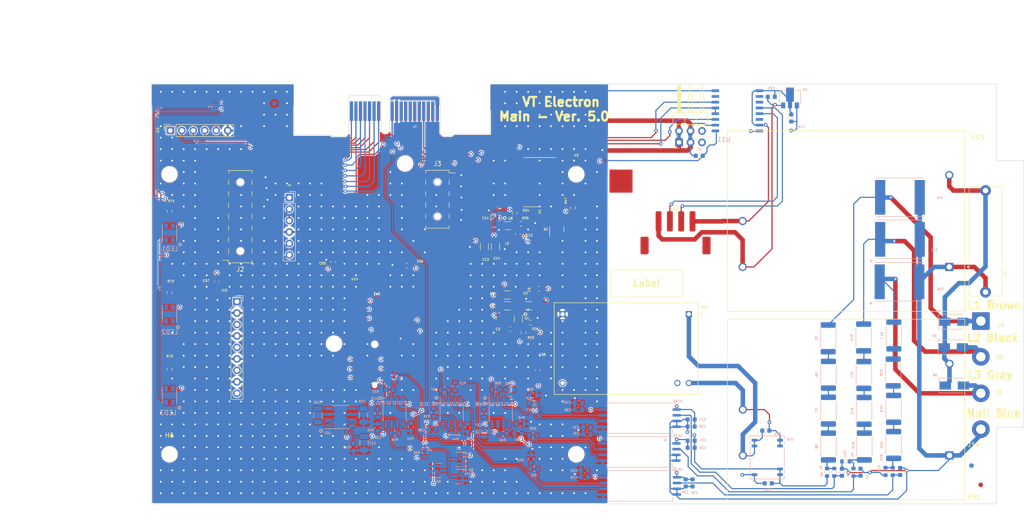
<source format=kicad_pcb>
(kicad_pcb (version 20240108) (generator "pcbnew") (generator_version "8.0")
  (layers (0 "F.Cu" signal) (1 "In1.Cu" signal) (2 "In2.Cu" signal) (31 "B.Cu" signal) (34 "B.Paste" user) (35 "F.Paste" user) (36 "B.SilkS" user "B.Silkscreen") (37 "F.SilkS" user "F.Silkscreen") (38 "B.Mask" user) (39 "F.Mask" user) (44 "Edge.Cuts" user))
  (net 0 "")
  (net 1 "GND")
  (net 2 "/SDAT7")
  (net 3 "+3V3")
  (net 4 "/uDTR")
  (net 5 "/uDCD")
  (net 6 "/uPWRKEY")
  (net 7 "/Alim")
  (net 8 "/uStatus")
  (net 9 "/RxD")
  (net 10 "/TxD")
  (net 11 "/SYN")
  (net 12 "/SCL")
  (net 13 "/SDAT2")
  (net 14 "/SCS")
  (net 15 "/SDAT3")
  (net 16 "/SDAT4")
  (net 17 "/SDAT5")
  (net 18 "/SDAT6")
  (net 19 "/UCC")
  (net 20 "/UR")
  (net 21 "/US")
  (net 22 "/UT")
  (net 23 "/UR+")
  (net 24 "/US+")
  (net 25 "Net-(R5-Pad2)")
  (net 26 "Net-(R6-Pad2)")
  (net 27 "Net-(R7-Pad2)")
  (net 28 "Net-(R10-Pad2)")
  (net 29 "Net-(R11-Pad2)")
  (net 30 "Net-(R12-Pad2)")
  (net 31 "Net-(R17-Pad2)")
  (net 32 "Net-(R18-Pad2)")
  (net 33 "Net-(R19-Pad2)")
  (net 34 "Net-(C12-Pad1)")
  (net 35 "/RS485_RxD")
  (net 36 "/IRQ2")
  (net 37 "/READY")
  (net 38 "/SCLK")
  (net 39 "/MISO")
  (net 40 "/MOSI")
  (net 41 "/SS")
  (net 42 "/RS485_TxD")
  (net 43 "/RS485_DE")
  (net 44 "/BT_RxD")
  (net 45 "/BT_TxD")
  (net 46 "/LED3")
  (net 47 "/LED2")
  (net 48 "/LED1")
  (net 49 "Net-(C3-Pad1)")
  (net 50 "Net-(C3-Pad2)")
  (net 51 "/UT+")
  (net 52 "/ADE_Reset")
  (net 53 "/Enable")
  (net 54 "/BT_RTS")
  (net 55 "/BT_CTS")
  (net 56 "GNDS")
  (net 57 "/InfoV")
  (net 58 "/+5V")
  (net 59 "/US_Iso")
  (net 60 "/UR_Iso")
  (net 61 "/UT_Iso")
  (net 62 "Net-(R23-Pad1)")
  (net 63 "/VGSM")
  (net 64 "Net-(R1-Pad1)")
  (net 65 "Net-(R4-Pad1)")
  (net 66 "Net-(R16-Pad1)")
  (net 67 "/+3V67")
  (net 68 "Net-(C12-Pad2)")
  (net 69 "Net-(R24-Pad1)")
  (net 72 "/L1")
  (net 73 "/L2")
  (net 74 "/L3")
  (net 75 "Net-(C10-Pad1)")
  (net 76 "/U12V_Iso")
  (net 77 "GND1")
  (net 78 "/U5V_Iso")
  (net 79 "/IRQ1")
  (net 80 "/iUR-")
  (net 81 "/iUR+")
  (net 82 "/iUS+")
  (net 83 "/iUS-")
  (net 84 "/iUT+")
  (net 85 "/iUT-")
  (net 86 "Earth")
  (net 88 "/Vopto")
  (net 89 "/+3V3_UC")
  (net 90 "Net-(LED1-Pad4)")
  (net 91 "Net-(LED2-Pad4)")
  (net 92 "Net-(LED3-Pad4)")
  (net 93 "Net-(R38-Pad1)")
  (net 94 "Net-(R39-Pad1)")
  (net 95 "Net-(R40-Pad1)")
  (net 96 "Net-(R41-Pad1)")
  (net 97 "Net-(R42-Pad1)")
  (net 98 "/-3V3")
  (net 99 "Net-(R27-Pad2)")
  (net 100 "Net-(R29-Pad2)")
  (net 101 "Net-(R31-Pad2)")
  (net 102 "Net-(K1-Pad1)")
  (net 103 "Net-(K1-Pad8)")
  (net 105 "Net-(R43-Pad1)")
  (net 106 "/C+")
  (net 107 "/C-")
  (net 112 "Net-(R2-Pad1)")
  (net 115 "Net-(R3-Pad1)")
  (net 118 "Net-(R15-Pad1)")
  (net 119 "Net-(J2-Pad9)")
  (net 120 "Net-(J2-Pad10)")
  (net 121 "Net-(J2-Pad11)")
  (net 122 "Net-(J2-Pad12)")
  (net 123 "Net-(J2-Pad13)")
  (net 124 "/B-")
  (net 125 "/A+")
  (footprint "Capacitor_SMD:C_0603_1608Metric" (layer "F.Cu") (at 56.525 24.2 180)
    (property "Reference" "C56")
    (property "Value" "100n")
  )
  (footprint "Capacitor_SMD:C_1206_3216Metric" (layer "F.Cu") (at 83.4408 33.1216 180)
    (property "Reference" "C2")
    (property "Value" "10uF/16V" (hide yes))
  )
  (footprint "MountingHole:MountingHole_3.2mm_M3" (layer "F.Cu") (at -33.25 10.66)
    (property "Reference" "H1" (hide yes))
    (property "Value" "MountingHole" (hide yes))
  )
  (footprint "Capacitor_SMD:C_0603_1608Metric" (layer "F.Cu") (at 85.5 47.4 90)
    (property "Reference" "C58")
    (property "Value" "100n")
  )
  (footprint "Connector_PinSocket_2.54mm:PinSocket_2x08_P2.54mm_Vertical_SMD_MOD" (layer "F.Cu") (at 19.675 13.385 180)
    (property "Reference" "J2")
    (property "Value" "ZL322-2X8P" (hide yes))
  )
  (footprint "Capacitor_SMD:C_1206_3216Metric" (layer "F.Cu") (at 73.66445 20 -90)
    (property "Reference" "C13")
    (property "Value" "22uF/6,3V" (hide yes))
  )
  (footprint "Connector_PinHeader_2.54mm:PinHeader_2x03_P2.54mm_Horizontal" (layer "F.Cu") (at 116.728 -3.0622 90)
    (property "Reference" "J5")
    (property "Value" "DS1022-2*10RF11x3" (hide yes))
  )
  (footprint "Resistor_SMD:R_0603_1608Metric" (layer "F.Cu") (at 93.218 11.43 -90)
    (property "Reference" "R47")
    (property "Value" "47")
  )
  (footprint "Capacitor_SMD:C_1206_3216Metric" (layer "F.Cu") (at 78.7408 33.1216)
    (property "Reference" "C9")
    (property "Value" "22uF/6,3V" (hide yes))
  )
  (footprint "Connector_PinSocket_2.54mm:PinSocket_2x05_P2.54mm_Vertical_SMD" (layer "F.Cu") (at 63.275 9.525)
    (property "Reference" "J3")
    (property "Value" "ZL322-2X5P")
  )
  (footprint "Inductanta744:744383130033" (layer "F.Cu") (at 78.55 17.725)
    (property "Reference" "L2")
    (property "Value" "744383130033" (hide yes))
  )
  (footprint "Capacitor_SMD:C_0603_1608Metric" (layer "F.Cu") (at 40.2 23.425 90)
    (property "Reference" "C55")
    (property "Value" "100n")
  )
  (footprint "Capacitor_SMD:C_1206_3216Metric" (layer "F.Cu") (at 78.7408 30.7216)
    (property "Reference" "C8")
    (property "Value" "22uF/6,3V" (hide yes))
  )
  (footprint "MountingHole:MountingHole_3.2mm_M3" (layer "F.Cu") (at 56.125 1.61)
    (property "Reference" "H9" (hide yes))
    (property "Value" "MountingHole" (hide yes))
  )
  (footprint "Relay_SMD:Relay_Fujitsu_FTR-B4GA003" (layer "F.Cu") (at 85.9028 5.7404 180)
    (property "Reference" "K1")
    (property "Value" "FTR-B4GA003Z-B05")
  )
  (footprint "Inductanta744:744383130033" (layer "F.Cu") (at 78.7408 35.7216 -90)
    (property "Reference" "L1")
    (property "Value" "744383130033" (hide yes))
  )
  (footprint "MountingHole:MountingHole_3.2mm_M3" (layer "F.Cu") (at -16.8 19)
    (property "Reference" "H4" (hide yes))
    (property "Value" "MountingHole" (hide yes))
  )
  (footprint "MountingHole:MountingHole_3.2mm_M3" (layer "F.Cu") (at 4 66)
    (property "Reference" "H6")
    (property "Value" "MountingHole" (hide yes))
  )
  (footprint "Capacitor_THT:C_Rect_L24.0mm_W7.0mm_P22.50mm_MKT" (layer "F.Cu") (at 184.531 7.5968 -90)
    (property "Reference" "C52")
    (property "Value" "F862DI224K310ZLH0J")
  )
  (footprint "Fiducial:Fiducial_1mm_Mask2mm" (layer "F.Cu") (at 183.4642 72.771)
    (property "Reference" "FID3" (hide yes))
    (property "Value" "Fiducial" (hide yes))
  )
  (footprint "Fiducial:Fiducial_1mm_Mask2mm" (layer "F.Cu") (at 28.1178 -6.7564)
    (property "Reference" "FID4" (hide yes))
    (property "Value" "Fiducial" (hide yes))
  )
  (footprint "Resistor_SMD:R_0603_1608Metric" (layer "F.Cu") (at 80.38945 12.625 90)
    (property "Reference" "R24")
    (property "Value" "4k7")
  )
  (footprint "Package_TO_SOT_SMD:SOT-563" (layer "F.Cu") (at 81.1908 36.0716 -90)
    (property "Reference" "U1")
    (property "Value" "AP62250Z6" (hide yes))
  )
  (footprint "Connector_PCBEdge:BUS_PCIexpress_x1" (layer "F.Cu") (at 63.25 -10 180)
    (property "Reference" "J7")
    (property "Value" "Bus_PCI_Express_x1_MOD")
    (fp_line (start 19.65 2.95) (end 19.15 3.45) (stroke (width 0.1)) (layer "Edge.Cuts"))
    (fp_line (start 19.65 -4.95) (end 19.65 2.95) (stroke (width 0.1)) (layer "Edge.Cuts"))
    (fp_line (start 12.95 3.45) (end 19.15 3.45) (stroke (width 0.1)) (layer "Edge.Cuts"))
    (fp_line (start 12.45 2.95) (end 12.95 3.45) (stroke (width 0.1)) (layer "Edge.Cuts"))
    (fp_line (start 12.45 -4) (end 12.45 2.95) (stroke (width 0.1)) (layer "Edge.Cuts"))
    (fp_line (start 10.55 2.95) (end 10.05 3.45) (stroke (width 0.1)) (layer "Edge.Cuts"))
    (fp_line (start 10.55 -4) (end 10.55 2.95) (stroke (width 0.1)) (layer "Edge.Cuts"))
    (fp_line (start -0.15 3.45) (end 10.05 3.45) (stroke (width 0.1)) (layer "Edge.Cuts"))
    (fp_line (start -0.65 2.95) (end -0.15 3.45) (stroke (width 0.1)) (layer "Edge.Cuts"))
    (fp_line (start -0.65 -4.95) (end -0.65 2.95) (stroke (width 0.1)) (layer "Edge.Cuts"))
    (fp_arc (start 10.55 -4) (mid 11.5 -4.95) (end 12.45 -4) (stroke (width 0.1)) (layer "Edge.Cuts"))
  )
  (footprint "Symbol:Eticheta" (layer "F.Cu") (at 109.601 28.194)
    (property "Reference" "TP1" (hide yes))
    (property "Value" "Eticheta" (hide yes))
  )
  (footprint "TestPoint:TestPoint_Pad_5.1x5.1mm" (layer "F.Cu") (at 103.886 5.5118)
    (property "Reference" "J11" (hide yes))
    (property "Value" "Antenna wire clip S8111-46R" (hide yes))
  )
  (footprint "Capacitor_SMD:C_0603_1608Metric" (layer "F.Cu") (at 14.45 27.725 -90)
    (property "Reference" "C57")
    (property "Value" "100n" (hide yes))
  )
  (footprint "Resistor_SMD:R_0603_1608Metric" (layer "F.Cu") (at 4 12.2 90)
    (property "Reference" "R71")
    (property "Value" "220")
  )
  (footprint "Capacitor_SMD:C_1206_3216Metric" (layer "F.Cu") (at 76.11445 20 -90)
    (property "Reference" "C14")
    (property "Value" "22uF/6,3V" (hide yes))
  )
  (footprint "Connector_Wire:DELTA_R_SolderWire-1.5sqmm_1x01_D1.7mm_OD3.9mm" (layer "F.Cu") (at 183.5 44.5)
    (property "Reference" "J8")
    (property "Value" "Conn_01x01_Female" (hide yes))
  )
  (footprint "Resistor_SMD:R_0603_1608Metric" (layer "F.Cu") (at 4 30.2 90)
    (property "Reference" "R72")
    (property "Value" "220")
  )
  (footprint "Resistor_SMD:R_0603_1608Metric" (layer "F.Cu") (at 82.3408 39.0966 -90)
    (property "Reference" "R23")
    (property "Value" "4k7")
  )
  (footprint "Package_TO_SOT_SMD:SOT-563" (layer "F.Cu") (at 78.86445 15.375)
    (property "Reference" "U8")
    (property "Value" "AP62250Z6" (hide yes))
  )
  (footprint "Capacitor_SMD:C_0603_1608Metric" (layer "F.Cu") (at 79.3908 38.2716)
    (property "Reference" "C3")
    (property "Value" "100n" (hide yes))
  )
  (footprint "THM 10-0511:CONV_THM_10-0511" (layer "F.Cu") (at 105 42.6 180)
    (property "Reference" "PS2")
    (property "Value" "THM_10-0511")
  )
  (footprint "Connector_PinSocket_2.54mm:PinSocket_1x06_P2.54mm_Vertical" (layer "F.Cu") (at 4.175 -5.6896 90)
    (property "Reference" "J13")
    (property "Value" "Conn_01x06_Female" (hide yes))
  )
  (footprint "RAC15:CONV_RAC15-12SK_480" (layer "F.Cu") (at 153.6875 56.1 180)
    (property "Reference" "PS1")
    (property "Value" "RAC15-05SK/480")
  )
  (footprint "MountingHole:MountingHole_3.2mm_M3" (layer "F.Cu") (at 94 4)
    (property "Reference" "H3")
    (property "Value" "MountingHole")
  )
  (footprint "Resistor_SMD:R_0603_1608Metric" (layer "F.Cu") (at 81.78945 14.925 180)
    (property "Reference" "R25")
    (property "Value" "1k3")
  )
  (footprint "RAC15:CONV_RAC15-12SK_480" (layer "F.Cu") (at 153.645 14.35 180)
    (property "Reference" "PS3")
    (property "Value" "RAC15-12SK/480")
  )
  (footprint "Capacitor_SMD:C_0603_1608Metric" (layer "F.Cu") (at 81.06445 17.275 90)
    (property "Reference" "C12")
    (property "Value" "100n")
  )
  (footprint "Connector_Wire:DELTA_R_SolderWire-1.5sqmm_1x01_D1.7mm_OD3.9mm" (layer "F.Cu") (at 183.5 52.5)
    (property "Reference" "J9")
    (property "Value" "Conn_01x01_Female" (hide yes))
  )
  (footprint "Package_TO_SOT_SMD:SOT-23" (layer "F.Cu") (at 89.67 16.15 90)
    (property "Reference" "Q1")
    (property "Value" "DTC143T")
  )
  (footprint "Connector_Wire:DELTA_SolderWire-1.5sqmm_1x01_D1.7mm_OD3.9mm" (layer "F.Cu") (at 183.5 36.5)
    (property "Reference" "J6")
    (property "Value" "Conn_01x01_Female" (hide yes))
  )
  (footprint "Capacitor_SMD:C_0603_1608Metric" (layer "F.Cu") (at 85.72625 29.3366 180)
    (property "Reference" "C5")
    (property "Value" "100n")
  )
  (footprint "MountingHole:MountingHole_3.2mm_M3" (layer "F.Cu") (at -22.5937 28.3981)
    (property "Reference" "H5" (hide yes))
    (property "Value" "MountingHole" (hide yes))
  )
  (footprint "MountingHole:MountingHole_3.2mm_M3" (layer "F.Cu") (at 184 4)
    (property "Reference" "H2" (hide yes))
    (property "Value" "MountingHole")
  )
  (footprint "Resistor_SMD:R_0603_1608Metric" (layer "F.Cu") (at 83.8408 36.8216 180)
    (property "Reference" "R26")
    (property "Value" "1k5" (hide yes))
  )
  (footprint "MountingHole:MountingHole_3.2mm_M3" (layer "F.Cu") (at 40.4114 41.5036)
    (property "Reference" "H11" (hide yes))
    (property "Value" "MountingHole" (hide yes))
  )
  (footprint "Connector_JST:A2501-SR04-XH4AWB" (layer "F.Cu") (at 115.951 17.272)
    (property "Reference" "J1")
    (property "Value" "Conn_01x04_Male" (hide yes))
  )
  (footprint "Resistor_SMD:R_0603_1608Metric" (layer "F.Cu") (at 4 47.2 90)
    (property "Reference" "R73")
    (property "Value" "220")
  )
  (footprint "Connector_Wire:DELTA_R_SolderWire-1.5sqmm_1x01_D1.7mm_OD3.9mm" (layer "F.Cu") (at 183.5 60.5)
    (property "Reference" "J10")
    (property "Value" "Conn_01x01_Female" (hide yes))
  )
  (footprint "Connector_PinSocket_2.54mm:PinSocket_1x06_P2.54mm_Vertical" (layer "F.Cu") (at 30.5054 9.1694)
    (property "Reference" "J4")
    (property "Value" "Conn_01x06_Female")
  )
  (footprint "Connector_PinSocket_2.54mm:PinSocket_1x09_P2.54mm_Vertical" (layer "F.Cu") (at 18.925 32.18)
    (property "Reference" "J15")
    (property "Value" "DS1002-03-1*36131(9)")
  )
  (footprint "PCI_SMD_MOD:10061913-100CLF" (layer "F.Cu") (at 49.4 41.65 -90)
    (property "Reference" "U14")
    (property "Value" "10061913-100CLF")
  )
  (footprint "Capacitor_SMD:C_1206_3216Metric" (layer "F.Cu") (at 75.98945 13.55 90)
    (property "Reference" "C11")
    (property "Value" "10uF/16V")
  )
  (footprint "Resistor_SMD:R_0603_1608Metric" (layer "B.Cu") (at 151.07 69.9825 -90)
    (property "Reference" "R4")
    (property "Value" "10")
  )
  (footprint "MOVS4032V510:MOVS4032V460" (layer "B.Cu") (at 165.5 27.8)
    (property "Reference" "RV3")
    (property "Value" "MOVS4032V510" (hide yes))
  )
  (footprint "Resistor_SMD:R_0603_1608Metric" (layer "B.Cu") (at 77.7525 61.4625)
    (property "Reference" "R45")
    (property "Value" "15k")
  )
  (footprint "Resistor_SMD:R_2512_6332Metric" (layer "B.Cu") (at 149.72 40.3325 -90)
    (property "Reference" "R5")
    (property "Value" "249k")
  )
  (footprint "Resistor_SMD:R_2512_6332Metric" (layer "B.Cu") (at 164.2 63.9375 -90)
    (property "Reference" "R20")
    (property "Value" "249k")
  )
  (footprint "Capacitor_SMD:C_0603_1608Metric" (layer "B.Cu") (at 121.2088 -0.1016 180)
    (property "Reference" "C1")
    (property "Value" "100n")
  )
  (footprint "Resistor_SMD:R_0603_1608Metric" (layer "B.Cu") (at 83.9775 66.9625 -90)
    (property "Reference" "R32")
    (property "Value" "3k")
  )
  (footprint "Resistor_SMD:R_2512_6332Metric" (layer "B.Cu") (at 157.72 64.2825 -90)
    (property "Reference" "R13")
    (property "Value" "249k")
  )
  (footprint "Resistor_SMD:R_0603_1608Metric" (layer "B.Cu") (at 69.9825 60.1225 -90)
    (property "Reference" "R38")
    (property "Value" "3k")
  )
  (footprint "Capacitor_SMD:C_0603_1608Metric" (layer "B.Cu") (at 119.7102 72.3392 -90)
    (property "Reference" "C30")
    (property "Value" "1uF" (hide yes))
  )
  (footprint "Capacitor_SMD:C_0603_1608Metric" (layer "B.Cu") (at 119.4054 64.5668)
    (property "Reference" "C26")
    (property "Value" "1uF" (hide yes))
  )
  (footprint "Capacitor_SMD:C_1206_3216Metric" (layer "B.Cu") (at 36.8125 57.3725 90)
    (property "Reference" "C18")
    (property "Value" "10u")
  )
  (footprint "Package_SO:SO-8_3.9x4.9mm_P1.27mm" (layer "B.Cu") (at 77.286054 56.7225 -90)
    (property "Reference" "U3")
    (property "Value" "LM358")
  )
  (footprint "Capacitor_SMD:C_1206_3216Metric" (layer "B.Cu") (at 46.9125 57.3625 90)
    (property "Reference" "C19")
    (property "Value" "10u")
  )
  (footprint "Capacitor_SMD:C_0603_1608Metric" (layer "B.Cu") (at 135.9154 60.7568)
    (property "Reference" "C15")
    (property "Value" "100n")
  )
  (footprint "Capacitor_SMD:C_0603_1608Metric" (layer "B.Cu") (at 156.87 69.9825 90)
    (property "Reference" "C4")
    (property "Value" "1n")
  )
  (footprint "Resistor_SMD:R_2512_6332Metric" (layer "B.Cu") (at 149.77 56.3325 -90)
    (property "Reference" "R7")
    (property "Value" "249k")
  )
  (footprint "LedSMD_Cree:CLM2D-GPC-CB0E0793" (layer "B.Cu") (at 4 17 90)
    (property "Reference" "LED1")
    (property "Value" "CLM2D-GPC-CB0E0793" (hide yes))
  )
  (footprint "Resistor_SMD:R_0603_1608Metric" (layer "B.Cu") (at 64.8525 51.7125)
    (property "Reference" "R37")
    (property "Value" "3k")
  )
  (footprint "Fiducial:Fiducial_1mm_Mask2mm" (layer "B.Cu") (at 27.2034 -11.684 180)
    (property "Reference" "FID1" (hide yes))
    (property "Value" "Fiducial" (hide yes))
  )
  (footprint "Capacitor_SMD:C_0603_1608Metric" (layer "B.Cu") (at 73.66 61.341 -90)
    (property "Reference" "C37")
    (property "Value" "100n" (hide yes))
  )
  (footprint "MOVS4032V510:MOVS4032V460" (layer "B.Cu") (at 165.6 9.1)
    (property "Reference" "RV1")
    (property "Value" "MOVS4032V510" (hide yes))
  )
  (footprint "Capacitor_SMD:C_0603_1608Metric" (layer "B.Cu") (at 96.3422 61.6204 180)
    (property "Reference" "C31")
    (property "Value" "100n" (hide yes))
  )
  (footprint "Package_TO_SOT_SMD:SOT-23" (layer "B.Cu") (at 67.9704 70.9168 180)
    (property "Reference" "Q3")
    (property "Value" "DTC143E" (hide yes))
  )
  (footprint "Resistor_SMD:R_0603_1608Metric" (layer "B.Cu") (at 84.4225 54.6325)
    (property "Reference" "R27")
    (property "Value" "3k")
  )
  (footprint "Resistor_SMD:R_2512_6332Metric" (layer "B.Cu") (at 149.77 48.3825 -90)
    (property "Reference" "R6")
    (property "Value" "249k")
  )
  (footprint "Resistor_SMD:R_0603_1608Metric" (layer "B.Cu") (at 57.4025 59.9125 -90)
    (property "Reference" "R42")
    (property "Value" "3k")
  )
  (footprint "Resistor_SMD:R_0603_1608Metric" (layer "B.Cu") (at 50.0325 56.9525 90)
    (property "Reference" "R43")
    (property "Value" "3k")
  )
  (footprint "AMC1400:AMC1400QDWLRQ1" (layer "B.Cu") (at 108 65.5 180)
    (property "Reference" "U4")
    (property "Value" "AMC1400QDWLRQ1" (hide yes))
  )
  (footprint "Resistor_SMD:R_0603_1608Metric" (layer "B.Cu") (at 81.1275 61.4875)
    (property "Reference" "R30")
    (property "Value" "3k")
  )
  (footprint "Capacitor_SMD:C_0603_1608Metric" (layer "B.Cu") (at 44.7294 64.4528 -90)
    (property "Reference" "C40")
    (property "Value" "100n" (hide yes))
  )
  (footprint "Capacitor_SMD:C_0603_1608Metric" (layer "B.Cu") (at 119.4054 62.992)
    (property "Reference" "C24")
    (property "Value" "100n" (hide yes))
  )
  (footprint "Package_TO_SOT_SMD:SOT-23" (layer "B.Cu") (at 67.9958 67.1322 180)
    (property "Reference" "Q2")
    (property "Value" "DTC143E" (hide yes))
  )
  (footprint "Resistor_SMD:R_0603_1608Metric" (layer "B.Cu") (at 84.6725 69.2825)
    (property "Reference" "R31")
    (property "Value" "3k")
  )
  (footprint "Capacitor_SMD:C_0603_1608Metric" (layer "B.Cu") (at 95.7834 69.5452 180)
    (property "Reference" "C32")
    (property "Value" "100n" (hide yes))
  )
  (footprint "Capacitor_SMD:C_0603_1608Metric" (layer "B.Cu") (at 136.4618 72.4408)
    (property "Reference" "C16")
    (property "Value" "100n")
  )
  (footprint "Package_TO_SOT_SMD:SOT-23" (layer "B.Cu") (at 63.5254 69.596)
    (property "Reference" "Q4")
    (property "Value" "DTC143E" (hide yes))
  )
  (footprint "LedSMD_Cree:CLM2D-GPC-CB0E0793" (layer "B.Cu") (at 4 35 90)
    (property "Reference" "LED2")
    (property "Value" "CLM2D-GPC-CB0E0793" (hide yes))
  )
  (footprint "Capacitor_SMD:C_0603_1608Metric" (layer "B.Cu") (at 94.4756 56.1848 180)
    (property "Reference" "C36")
    (property "Value" "1uF" (hide yes))
  )
  (footprint "AMC1400:AMC1400QDWLRQ1" (layer "B.Cu") (at 108.1 73 180)
    (property "Reference" "U6")
    (property "Value" "AMC1400QDWLRQ1" (hide yes))
  )
  (footprint "Capacitor_SMD:C_1206_3216Metric" (layer "B.Cu") (at 47.0525 63.5625 90)
    (property "Reference" "C17")
    (property "Value" "10u")
  )
  (footprint "Resistor_SMD:R_2512_6332Metric" (layer "B.Cu") (at 157.67 56.3825 -90)
    (property "Reference" "R12")
    (property "Value" "249k")
  )
  (footprint "Resistor_SMD:R_0603_1608Metric" (layer "B.Cu") (at 79.2575 51.6925)
    (property "Reference" "R3")
    (property "Value" "3k")
  )
  (footprint "Capacitor_SMD:C_0603_1608Metric" (layer "B.Cu") (at 165.64 69.8075 90)
    (property "Reference" "C7")
    (property "Value" "1n")
  )
  (footprint "MOVS4032V510:MOVS4032V460" (layer "B.Cu") (at 165.6 18.4)
    (property "Reference" "RV2")
    (property "Value" "MOVS4032V510" (hide yes))
  )
  (footprint "Resistor_SMD:R_0603_1608Metric" (layer "B.Cu") (at 153.595 67.5825 180)
    (property "Reference" "R14")
    (property "Value" "150")
  )
  (footprint "Capacitor_SMD:C_0603_1608Metric" (layer "B.Cu") (at 137.1346 -13.1572)
    (property "Reference" "C25")
    (property "Value" "100n")
  )
  (footprint "Diode_SMD:D_SMA" (layer "B.Cu") (at 177.6476 50.7746)
    (property "Reference" "D6")
    (property "Value" "BYG21M-E3/TR")
  )
  (footprint "ISO1410:DW0016B_HV" (layer "B.Cu") (at 129.64 -10.06)
    (property "Reference" "U11")
    (property "Value" "ISO1410BDWR")
  )
  (footprint "Capacitor_SMD:C_0603_1608Metric" (layer "B.Cu") (at 119.4054 58.293 180)
    (property "Reference" "C27")
    (property "Value" "100n" (hide yes))
  )
  (footprint "Resistor_SMD:R_2512_6332Metric" (layer "B.Cu") (at 157.62 48.4325 -90)
    (property "Reference" "R11")
    (property "Value" "249k")
  )
  (footprint "AMC1400:AMC1400QDWLRQ1" (layer "B.Cu") (at 108.05 58 180)
    (property "Reference" "U7")
    (property "Value" "AMC1400QDWLRQ1" (hide yes))
  )
  (footprint "Fiducial:Fiducial_1mm_Mask2mm" (layer "B.Cu") (at 181.4322 68.5038 180)
    (property "Reference" "FID2" (hide yes))
    (property "Value" "Fiducial" (hide yes))
  )
  (footprint "Diode_SMD:D_SMA" (layer "B.Cu") (at 177.419 42.3164)
    (property "Reference" "D5")
    (property "Value" "BYG21M-E3/TR")
  )
  (footprint "Resistor_SMD:R_2512_6332Metric" (layer "B.Cu") (at 164.2 55.9375 -90)
    (property "Reference" "R19")
    (property "Value" "249k")
  )
  (footprint "Capacitor_SMD:C_0603_1608Metric" (layer "B.Cu") (at 62.0776 60.5282 180)
    (property "Reference" "C38")
    (property "Value" "100n" (hide yes))
  )
  (footprint "Capacitor_SMD:C_0603_1608Metric" (layer "B.Cu") (at 96.3422 60.071 180)
    (property "Reference" "C34")
    (property "Value" "1uF" (hide yes))
  )
  (footprint "Resistor_SMD:R_0603_1608Metric" (layer "B.Cu") (at 53.8525 61.3525)
    (property "Reference" "R46")
    (property "Value" " 15k")
  )
  (footprint "Resistor_SMD:R_0603_1608Metric" (layer "B.Cu") (at 60.5275 65.6875 -90)
    (property "Reference" "R35")
    (property "Value" "1k")
  )
  (footprint "Diode_SMD:D_SMA" (layer "B.Cu") (at 177.5206 36.6522)
    (property "Reference" "D4")
    (property "Value" "BYG21M-E3/TR")
  )
  (footprint "Resistor_SMD:R_2512_6332Metric" (layer "B.Cu") (at 149.77 64.2825 -90)
    (property "Reference" "R8")
    (property "Value" "249k")
  )
  (footprint "Resistor_SMD:R_0603_1608Metric" (layer "B.Cu") (at 73.5425 56.9825 90)
    (property "Reference" "R41")
    (property "Value" "3k")
  )
  (footprint "Resistor_SMD:R_0603_1608Metric" (layer "B.Cu") (at 62.4925 56.7675 90)
    (property "Reference" "R39")
    (property "Value" "3k")
  )
  (footprint "Resistor_SMD:R_0603_1608Metric" (layer "B.Cu") (at 76.1925 51.6725)
    (property "Reference" "R36")
    (property "Value" "3k")
  )
  (footprint "Resistor_SMD:R_0603_1608Metric" (layer "B.Cu") (at 84.4275 52.9875 180)
    (property "Reference" "R28")
    (property "Value" "3k")
  )
  (footprint "Resistor_SMD:R_2512_6332Metric" (layer "B.Cu") (at 157.57 40.1325 -90)
    (property "Reference" "R10")
    (property "Value" "249k")
  )
  (footprint "Capacitor_SMD:C_0603_1608Metric" (layer "B.Cu") (at 94.488 54.61 180)
    (property "Reference" "C33")
    (property "Value" "100n" (hide yes))
  )
  (footprint "Package_SO:SO-8_3.9x4.9mm_P1.27mm" (layer "B.Cu") (at 41.8125 57.7625)
    (property "Reference" "U21")
    (property "Value" "LM2662MX")
  )
  (footprint "Resistor_SMD:R_0603_1608Metric" (layer "B.Cu") (at 149.47 69.9825 -90)
    (property "Reference" "R9")
    (property "Value" "150")
  )
  (footprint "Capacitor_SMD:C_0603_1608Metric" (layer "B.Cu") (at 141.5542 -8.4582 90)
    (property "Reference" "C10")
    (property "Value" "100n")
  )
  (footprint "Capacitor_SMD:C_0603_1608Metric" (layer "B.Cu") (at 118.1862 72.3392 -90)
    (property "Reference" "C29")
    (property "Value" "100n" (hide yes))
  )
  (footprint "Resistor_SMD:R_0603_1608Metric" (layer "B.Cu") (at 162.4 69.7875 -90)
    (property "Reference" "R21")
    (property "Value" "150")
  )
  (footprint "Capacitor_SMD:C_0603_1608Metric" (layer "B.Cu") (at 119.4054 59.8678 180)
    (property "Reference" "C28")
    (property "Value" "1uF" (hide yes))
  )
  (footprint "Package_SO:SO-8_3.9x4.9mm_P1.27mm" (layer "B.Cu") (at 66.426054 56.7225 -90)
    (property "Reference" "U12")
    (property "Value" "LM358")
  )
  (footprint "Resistor_SMD:R_0603_1608Metric" (layer "B.Cu") (at 52.6825 51.6925)
    (property "Reference" "R22")
    (property "Value" "3k")
  )
  (footprint "Resistor_SMD:R_0603_1608Metric" (layer "B.Cu") (at 155.32 69.9825 -90)
    (property "Reference" "R1")
    (property "Value" "10")
  )
  (footprint "Resistor_SMD:R_0603_1608Metric" (layer "B.Cu") (at 81.6225 59.2425)
    (property "Reference" "R40")
    (property "Value" "3k")
  )
  (footprint "Package_SO:SO-8_3.9x4.9mm_P1.27mm" (layer "B.Cu") (at 53.786054 56.7225 -90)
    (property "Reference" "U13")
    (property "Value" "LM358")
  )
  (footprint "Resistor_SMD:R_2512_6332Metric" (layer "B.Cu") (at 164.25 39.6875 -90)
    (property "Reference" "R17")
    (property "Value" "249k")
  )
  (footprint "LedSMD_Cree:CLM2D-GPC-CB0E0793" (layer "B.Cu") (at 4 53 90)
    (property "Reference" "LED3")
    (property "Value" "CLM2D-GPC-CB0E0793" (hide yes))
  )
  (footprint "Capacitor_SMD:C_0603_1608Metric" (layer "B.Cu") (at 50.038 60.058 90)
    (property "Reference" "C39")
    (property "Value" "100n" (hide yes))
  )
  (footprint "Resistor_SMD:R_2512_6332Metric" (layer "B.Cu") (at 164.1 47.8875 -90)
    (property "Reference" "R18")
    (property "Value" "249k")
  )
  (footprint "Resistor_SMD:R_0603_1608Metric" (layer "B.Cu") (at 164 69.7875 -90)
    (property "Reference" "R16")
    (property "Value" "10")
  )
  (footprint "Resistor_SMD:R_0603_1608Metric" (layer "B.Cu") (at 67.2625 61.2425)
    (property "Reference" "R44")
    (property "Value" "15k")
  )
  (footprint "Resistor_SMD:R_0603_1608Metric" (layer "B.Cu") (at 67.1925 50.9775 90)
    (property "Reference" "R15")
    (property "Value" "3k")
  )
  (footprint "Resistor_SMD:R_0603_1608Metric" (layer "B.Cu") (at 84.4225 61.8325)
    (property "Reference" "R29")
    (property "Value" "3k")
  )
  (footprint "Capacitor_SMD:C_0603_1608Metric" (layer "B.Cu") (at 95.7834 71.0692 180)
    (property "Reference" "C35")
    (property "Value" "1uF" (hide yes))
  )
  (footprint "Capacitor_SMD:C_0603_1608Metric" (layer "B.Cu") (at 152.77 69.9825 90)
    (property "Reference" "C6")
    (property "Value" "1n")
  )
  (footprint "Resistor_SMD:R_0603_1608Metric" (layer "B.Cu") (at 53.7625 49.1775 90)
    (property "Reference" "R2")
    (property "Value" "3k")
  )
  (footprint "MornsunDCDC:B0505MT-1WR4" (layer "B.Cu") (at 136.2456 66.7004 180)
    (property "Reference" "U10")
    (property "Value" "B0505MT-1WR4" (hide yes))
  )
  (footprint "Package_TO_SOT_SMD:SOT-89-3" (layer "B.Cu") (at 141.2748 -12.9032 90)
    (property "Reference" "U5")
    (property "Value" "L78L05ACUTR" (hide yes))
  )
  (gr_circle (center 37.5158 60.833) (end 37.825847 60.833) (stroke (width 0.2)) (fill none) (layer "B.SilkS"))
  (gr_circle (center 6.35 19.558) (end 6.660047 19.558) (stroke (width 0.2)) (fill none) (layer "B.SilkS"))
  (gr_circle (center 6.1722 55.7022) (end 6.482247 55.7022) (stroke (width 0.2)) (fill none) (layer "B.SilkS"))
  (gr_circle (center 115.8494 61.9506) (end 116.159447 61.9506) (stroke (width 0.2)) (fill none) (layer "B.SilkS"))
  (gr_circle (center 115.7478 69.2912) (end 116.057847 69.2912) (stroke (width 0.2)) (fill none) (layer "B.SilkS"))
  (gr_circle (center 63.0682 53.5178) (end 63.378247 53.5178) (stroke (width 0.2)) (fill none) (layer "B.SilkS"))
  (gr_circle (center 73.8378 53.5686) (end 74.147847 53.5686) (stroke (width 0.2)) (fill none) (layer "B.SilkS"))
  (gr_circle (center 115.9256 54.3052) (end 116.235647 54.3052) (stroke (width 0.2)) (fill none) (layer "B.SilkS"))
  (gr_circle (center 50.6222 53.5686) (end 50.932247 53.5686) (stroke (width 0.2)) (fill none) (layer "B.SilkS"))
  (gr_circle (center 5.8674 37.846) (end 6.177447 37.846) (stroke (width 0.2)) (fill none) (layer "B.SilkS"))
  (gr_circle (center 78.1304 13.6906) (end 78.440447 13.6906) (stroke (width 0.2)) (fill none) (layer "F.SilkS"))
  (gr_circle (center 82.7532 35.0012) (end 83.063247 35.0012) (stroke (width 0.2)) (fill none) (layer "F.SilkS"))
  (gr_line (start 63.9 -5.05) (end 64.52 -4.43) (stroke (width 0.1)) (layer "Edge.Cuts"))
  (gr_line (start 39.83 -4.43) (end 39.55 -4.71) (stroke (width 0.1)) (layer "Edge.Cuts"))
  (gr_line (start 31.55 -4.71) (end 31.55 -16) (stroke (width 0.1)) (layer "Edge.Cuts"))
  (gr_line (start 64.52 -4.43) (end 66.45 -4.43) (stroke (width 0.1)) (layer "Edge.Cuts"))
  (gr_line (start 187 77) (end 0 77) (stroke (width 0.1)) (layer "Edge.Cuts"))
  (gr_line (start 0 -16) (end 31.55 -16) (stroke (width 0.1)) (layer "Edge.Cuts"))
  (gr_line (start 74.92 -4.9) (end 74.92 -16) (stroke (width 0.1)) (layer "Edge.Cuts"))
  (gr_line (start 42.98 -4.43) (end 39.83 -4.43) (stroke (width 0.1)) (layer "Edge.Cuts"))
  (gr_line (start 74.92 -16) (end 187 -16) (stroke (width 0.1)) (layer "Edge.Cuts"))
  (gr_line (start 193 1) (end 193 60) (stroke (width 0.1)) (layer "Edge.Cuts"))
  (gr_line (start 0 -16) (end 0 0) (stroke (width 0.1)) (layer "Edge.Cuts"))
  (gr_line (start 0 77) (end 0 0) (stroke (width 0.1)) (layer "Edge.Cuts"))
  (gr_line (start 187 1) (end 187 -16) (stroke (width 0.1)) (layer "Edge.Cuts"))
  (gr_line (start 187 1) (end 193 1) (stroke (width 0.1)) (layer "Edge.Cuts"))
  (gr_line (start 66.45 -4.43) (end 66.92 -4.9) (stroke (width 0.1)) (layer "Edge.Cuts"))
  (gr_line (start 31.55 -4.71) (end 39.55 -4.71) (stroke (width 0.1)) (layer "Edge.Cuts"))
  (gr_line (start 43.6 -5.05) (end 42.98 -4.43) (stroke (width 0.1)) (layer "Edge.Cuts"))
  (gr_line (start 187 60) (end 193 60) (stroke (width 0.1)) (layer "Edge.Cuts"))
  (gr_line (start 66.92 -4.9) (end 74.92 -4.9) (stroke (width 0.1)) (layer "Edge.Cuts"))
  (gr_line (start 187 60) (end 187 77) (stroke (width 0.1)) (layer "Edge.Cuts"))
  (gr_text "L2 Black\n\n" (at 186.1058 41.5544 0) (layer "F.SilkS") (effects (font (size 1.7 1.7) (thickness 0.4))))
  (gr_text "L3 Gray\n\n" (at 185.547 49.8094 0) (layer "F.SilkS") (effects (font (size 1.7 1.7) (thickness 0.4))))
  (gr_text "  VT Electron\nMain - Ver. 5.0" (at 89.1032 -10.414 0) (layer "F.SilkS") (effects (font (size 2 2) (thickness 0.5))))
  (gr_text "L1 Brown\n" (at 186.5122 32.9692 0) (layer "F.SilkS") (effects (font (size 1.7 1.7) (thickness 0.4))))
  (gr_text "Label\n" (at 109.5756 28.0924 0) (layer "F.SilkS") (effects (font (size 1.5 1.5) (thickness 0.3))))
  (gr_text "Null Blue\n" (at 186.3852 56.896 0) (layer "F.SilkS") (effects (font (size 1.7 1.7) (thickness 0.4))))
  (segment (start 25.425 4.475) (end 25.25 4.65) (width 0.25) (layer "F.Cu") (net 1))
  (segment (start 76.11445 21.475) (end 77.275 21.475) (width 0.4) (layer "F.Cu") (net 1))
  (segment (start 118.618 -1.27) (end 119.268 -1.92) (width 1) (layer "F.Cu") (net 1))
  (segment (start 53 40) (end 53 43) (width 0.25) (layer "F.Cu") (net 1))
  (segment (start 99.822 -1.27) (end 99.7458 -1.3462) (width 1) (layer "F.Cu") (net 1))
  (segment (start 65.795 12.06) (end 68.64 12.06) (width 0.25) (layer "F.Cu") (net 1))
  (segment (start 65.795 14.605) (end 68.02 14.605) (width 0.25) (layer "F.Cu") (net 1))
  (segment (start 45.8 43) (end 45.8 40) (width 0.25) (layer "F.Cu") (net 1))
  (segment (start 80.6908 33.5966) (end 80.2158 33.1216) (width 0.25) (layer "F.Cu") (net 1))
  (segment (start 78.11445 15.875) (end 77.31445 15.875) (width 0.4) (layer "F.Cu") (net 1))
  (segment (start 65.795 6.98) (end 68.37 6.98) (width 0.25) (layer "F.Cu") (net 1))
  (segment (start 25.435 7.035) (end 25.45 7.05) (width 0.25) (layer "F.Cu") (net 1))
  (segment (start 77.275 21.475) (end 78.175 20.575) (width 0.4) (layer "F.Cu") (net 1))
  (segment (start 71.85 21.475) (end 70.45 20.075) (width 0.4) (layer "F.Cu") (net 1))
  (segment (start 82.61445 14.925) (end 84.7954 14.925) (width 0.25) (layer "F.Cu") (net 1))
  (segment (start 80.2158 30.7216) (end 80.2158 33.1216) (width 0.25) (layer "F.Cu") (net 1))
  (segment (start 65.795 9.52) (end 68.18 9.52) (width 0.25) (layer "F.Cu") (net 1))
  (segment (start 80.6908 35.3216) (end 80.6908 33.5966) (width 0.25) (layer "F.Cu") (net 1))
  (segment (start 25.6 9.575) (end 25.675 9.65) (width 0.25) (layer "F.Cu") (net 1))
  (segment (start 116.68 -1.3284) (end 116.7384 -1.27) (width 1) (layer "F.Cu") (net 1))
  (segment (start 81.9658 33.1216) (end 80.9908 33.1216) (width 0.25) (layer "F.Cu") (net 1))
  (segment (start 53.475 24.2) (end 53.325 24.05) (width 0.25) (layer "F.Cu") (net 1))
  (segment (start 68.02 14.605) (end 68.525 14.1) (width 0.25) (layer "F.Cu") (net 1))
  (segment (start 65.795 4.44) (end 68.285 4.44) (width 0.25) (layer "F.Cu") (net 1))
  (segment (start 113.5126 -1.27) (end 116.7384 -1.27) (width 1) (layer "F.Cu") (net 1))
  (segment (start 68.85 11.85) (end 68.65 11.85) (width 0.25) (layer "F.Cu") (net 1))
  (segment (start 84.7954 14.925) (end 84.9122 14.8082) (width 0.25) (layer "F.Cu") (net 1))
  (segment (start 80.6908 35.3216) (end 80.6908 33.4216) (width 0.25) (layer "F.Cu") (net 1))
  (segment (start 116.332 -7.874) (end 116.68 -7.526) (width 1) (layer "F.Cu") (net 1))
  (segment (start 14.45 31.675) (end 14.45 28.5) (width 0.25) (layer "F.Cu") (net 1))
  (segment (start 22.195 7.035) (end 25.435 7.035) (width 0.25) (layer "F.Cu") (net 1))
  (segment (start 40.2 22.65) (end 38.95 22.65) (width 0.25) (layer "F.Cu") (net 1))
  (segment (start 115.3668 -7.874) (end 98.933 -7.874) (width 1) (layer "F.Cu") (net 1))
  (segment (start 54.732 40) (end 55.118 40.386) (width 0.25) (layer "F.Cu") (net 1))
  (segment (start 115.3668 -7.874) (end 116.332 -7.874) (width 1) (layer "F.Cu") (net 1))
  (segment (start 68.6 6.75) (end 68.525 6.675) (width 0.25) (layer "F.Cu") (net 1))
  (segment (start 116.68 -7.526) (end 116.68 -1.3284) (width 1) (layer "F.Cu") (net 1))
  (segment (start 22.195 4.495) (end 25.405 4.495) (width 0.25) (layer "F.Cu") (net 1))
  (segment (start 53 40) (end 54.732 40) (width 0.25) (layer "F.Cu") (net 1))
  (segment (start 84.6658 36.8216) (end 84.6658 36.56965) (width 0.25) (layer "F.Cu") (net 1))
  (segment (start 81.5908 30.7216) (end 81.9658 31.0966) (width 0.25) (layer "F.Cu") (net 1))
  (segment (start 119.268 -1.92) (end 119.268 -3.0622) (width 1) (layer "F.Cu") (net 1))
  (segment (start 80.2158 30.7216) (end 80.2158 29.26965) (width 0.25) (layer "F.Cu") (net 1))
  (segment (start 74.68945 12.075) (end 74.61445 12) (width 0.4) (layer "F.Cu") (net 1))
  (segment (start 25.405 4.495) (end 25.425 4.475) (width 0.25) (layer "F.Cu") (net 1))
  (segment (start 116.7384 -1.27) (end 118.618 -1.27) (width 1) (layer "F.Cu") (net 1))
  (segment (start 68.64 12.06) (end 68.85 11.85) (width 0.25) (layer "F.Cu") (net 1))
  (segment (start 80.6908 33.4216) (end 80.9908 33.1216) (width 0.25) (layer "F.Cu") (net 1))
  (segment (start 53 44) (end 53 43) (width 0.25) (layer "F.Cu") (net 1))
  (segment (start 80.9908 33.1216) (end 80.2158 33.1216) (width 0.25) (layer "F.Cu") (net 1))
  (segment (start 118.5164 -7.874) (end 119.268 -7.1224) (width 1) (layer "F.Cu") (net 1))
  (segment (start 75.98945 12.075) (end 74.68945 12.075) (width 0.4) (layer "F.Cu") (net 1))
  (segment (start 68.65 11.85) (end 68.625 11.875) (width 0.25) (layer "F.Cu") (net 1))
  (segment (start 80.2158 29.26965) (end 80.58885 28.8966) (width 0.25) (layer "F.Cu") (net 1))
  (segment (start 84.6658 36.56965) (end 85.43885 35.7966) (width 0.25) (layer "F.Cu") (net 1))
  (segment (start 113.5126 -1.27) (end 99.822 -1.27) (width 1) (layer "F.Cu") (net 1))
  (segment (start 55.75 24.2) (end 53.475 24.2) (width 0.25) (layer "F.Cu") (net 1))
  (segment (start 73.66445 21.475) (end 71.85 21.475) (width 0.4) (layer "F.Cu") (net 1))
  (segment (start 119.268 -7.1224) (end 119.268 -5.6022) (width 1) (layer "F.Cu") (net 1))
  (segment (start 80.2158 30.7216) (end 81.5908 30.7216) (width 0.25) (layer "F.Cu") (net 1))
  (segment (start 38.95 22.65) (end 38.675 22.925) (width 0.25) (layer "F.Cu") (net 1))
  (segment (start 81.9658 32.49465) (end 82.88885 31.5716) (width 0.25) (layer "F.Cu") (net 1))
  (segment (start 22.195 9.575) (end 25.6 9.575) (width 0.25) (layer "F.Cu") (net 1))
  (segment (start 77.31445 15.875) (end 76.88945 16.3) (width 0.4) (layer "F.Cu") (net 1))
  (segment (start 81.9658 31.0966) (end 81.9658 33.1216) (width 0.25) (layer "F.Cu") (net 1))
  (segment (start 68.525 6.675) (end 68.475 6.675) (width 0.25) (layer "F.Cu") (net 1))
  (segment (start 73.66445 21.475) (end 76.11445 21.475) (width 0.4) (layer "F.Cu") (net 1))
  (segment (start 68.37 6.98) (end 68.6 6.75) (width 0.25) (layer "F.Cu") (net 1))
  (segment (start 81.9658 33.1216) (end 81.9658 32.49465) (width 0.25) (layer "F.Cu") (net 1))
  (segment (start 68.18 9.52) (end 68.575 9.125) (width 0.25) (layer "F.Cu") (net 1))
  (segment (start 68.285 4.44) (end 68.55 4.175) (width 0.25) (layer "F.Cu") (net 1))
  (segment (start 115.3668 -7.874) (end 118.5164 -7.874) (width 1) (layer "F.Cu") (net 1))
  (via (at 98.58 51.7652) (size 0.8) (drill 0.4) (layers "F.Cu" "B.Cu") (net 1))
  (via (at 68.1 39.0652) (size 0.8) (drill 0.4) (layers "F.Cu" "B.Cu") (net 1))
  (via (at 96.04 31.4452) (size 0.8) (drill 0.4) (layers "F.Cu" "B.Cu") (net 1))
  (via (at 19.84 8.5852) (size 0.8) (drill 0.4) (layers "F.Cu" "B.Cu") (net 1))
  (via (at 2.06 6.0452) (size 0.8) (drill 0.4) (layers "F.Cu" "B.Cu") (net 1))
  (via (at 9.68 33.9852) (size 0.8) (drill 0.4) (layers "F.Cu" "B.Cu") (net 1))
  (via (at 50.32 64.4652) (size 0.8) (drill 0.4) (layers "F.Cu" "B.Cu") (net 1))
  (via (at 19.84 61.9252) (size 0.8) (drill 0.4) (layers "F.Cu" "B.Cu") (net 1))
  (via (at 17.3 69.5452) (size 0.8) (drill 0.4) (layers "F.Cu" "B.Cu") (net 1))
  (via (at 9.68 67.0052) (size 0.8) (drill 0.4) (layers "F.Cu" "B.Cu") (net 1))
  (via (at 32.54 13.6652) (size 0.8) (drill 0.4) (layers "F.Cu" "B.Cu") (net 1))
  (via (at 42.7 36.5252) (size 0.8) (drill 0.4) (layers "F.Cu" "B.Cu") (net 1))
  (via (at 32.54 6.0452) (size 0.8) (drill 0.4) (layers "F.Cu" "B.Cu") (net 1))
  (via (at 27.46 8.5852) (size 0.8) (drill 0.4) (layers "F.Cu" "B.Cu") (net 1))
  (via (at 2.06 -14.2748) (size 0.8) (drill 0.4) (layers "F.Cu" "B.Cu") (net 1))
  (via (at 9.68 36.5252) (size 0.8) (drill 0.4) (layers "F.Cu" "B.Cu") (net 1))
  (via (at 45.24 28.9052) (size 0.8) (drill 0.4) (layers "F.Cu" "B.Cu") (net 1))
  (via (at 35.08 59.3852) (size 0.8) (drill 0.4) (layers "F.Cu" "B.Cu") (net 1))
  (via (at 24.92 56.8452) (size 0.8) (drill 0.4) (layers "F.Cu" "B.Cu") (net 1))
  (via (at 37.62 28.9052) (size 0.8) (drill 0.4) (layers "F.Cu" "B.Cu") (net 1))
  (via (at 4.6 56.8452) (size 0.8) (drill 0.4) (layers "F.Cu" "B.Cu") (net 1))
  (via (at 40.16 31.4452) (size 0.8) (drill 0.4) (layers "F.Cu" "B.Cu") (net 1))
  (via (at 12.22 49.2252) (size 0.8) (drill 0.4) (layers "F.Cu" "B.Cu") (net 1))
  (via (at 14.76 18.7452) (size 0.8) (drill 0.4) (layers "F.Cu" "B.Cu") (net 1))
  (via (at 14.76 64.4652) (size 0.8) (drill 0.4) (layers "F.Cu" "B.Cu") (net 1))
  (via (at 45.24 23.8252) (size 0.8) (drill 0.4) (layers "F.Cu" "B.Cu") (net 1))
  (via (at 22.38 69.5452) (size 0.8) (drill 0.4) (layers "F.Cu" "B.Cu") (net 1))
  (via (at 42.7 11.1252) (size 0.8) (drill 0.4) (layers "F.Cu" "B.Cu") (net 1))
  (via (at 19.84 23.8252) (size 0.8) (drill 0.4) (layers "F.Cu" "B.Cu") (net 1))
  (via (at 12.22 44.1452) (size 0.8) (drill 0.4) (layers "F.Cu" "B.Cu") (net 1))
  (via (at 50.32 11.1252) (size 0.8) (drill 0.4) (layers "F.Cu" "B.Cu") (net 1))
  (via (at 85.88 6.0452) (size 0.8) (drill 0.4) (layers "F.Cu" "B.Cu") (net 1))
  (via (at 98.58 11.1252) (size 0.8) (drill 0.4) (layers "F.Cu" "B.Cu") (net 1))
  (via (at 12.22 51.7652) (size 0.8) (drill 0.4) (layers "F.Cu" "B.Cu") (net 1))
  (via (at 96.04 -1.5748) (size 0.8) (drill 0.4) (layers "F.Cu" "B.Cu") (net 1))
  (via (at 90.96 39.0652) (size 0.8) (drill 0.4) (layers "F.Cu" "B.Cu") (net 1))
  (via (at 88.42 59.3852) (size 0.8) (drill 0.4) (layers "F.Cu" "B.Cu") (net 1))
  (via (at 9.68 49.2252) (size 0.8) (drill 0.4) (layers "F.Cu" "B.Cu") (net 1))
  (via (at 9.68 41.6052) (size 0.8) (drill 0.4) (layers "F.Cu" "B.Cu") (net 1))
  (via (at 9.68 39.0652) (size 0.8) (drill 0.4) (layers "F.Cu" "B.Cu") (net 1))
  (via (at 63.02 39.0652) (size 0.8) (drill 0.4) (layers "F.Cu" "B.Cu") (net 1))
  (via (at 90.96 69.5452) (size 0.8) (drill 0.4) (layers "F.Cu" "B.Cu") (net 1))
  (via (at 14.76 39.0652) (size 0.8) (drill 0.4) (layers "F.Cu" "B.Cu") (net 1))
  (via (at 17.3 31.4452) (size 0.8) (drill 0.4) (layers "F.Cu" "B.Cu") (net 1))
  (via (at 17.3 36.5252) (size 0.8) (drill 0.4) (layers "F.Cu" "B.Cu") (net 1))
  (via (at 37.62 21.2852) (size 0.8) (drill 0.4) (layers "F.Cu" "B.Cu") (net 1))
  (via (at 42.7 74.6252) (size 0.8) (drill 0.4) (layers "F.Cu" "B.Cu") (net 1))
  (via (at 85.43885 35.7966) (size 0.8) (drill 0.4) (layers "F.Cu" "B.Cu") (net 1))
  (via (at 14.76 13.6652) (size 0.8) (drill 0.4) (layers "F.Cu" "B.Cu") (net 1))
  (via (at 42.7 23.8252) (size 0.8) (drill 0.4) (layers "F.Cu" "B.Cu") (net 1))
  (via (at 7.14 61.9252) (size 0.8) (drill 0.4) (layers "F.Cu" "B.Cu") (net 1))
  (via (at 37.62 61.9252) (size 0.8) (drill 0.4) (layers "F.Cu" "B.Cu") (net 1))
  (via (at 32.54 18.7452) (size 0.8) (drill 0.4) (layers "F.Cu" "B.Cu") (net 1))
  (via (at 42.7 59.3852) (size 0.8) (drill 0.4) (layers "F.Cu" "B.Cu") (net 1))
  (via (at 14.76 -1.5748) (size 0.8) (drill 0.4) (layers "F.Cu" "B.Cu") (net 1))
  (via (at 83.34 46.6852) (size 0.8) (drill 0.4) (layers "F.Cu" "B.Cu") (net 1))
  (via (at 27.46 74.6252) (size 0.8) (drill 0.4) (layers "F.Cu" "B.Cu") (net 1))
  (via (at 47.78 8.5852) (size 0.8) (drill 0.4) (layers "F.Cu" "B.Cu") (net 1))
  (via (at 9.68 11.1252) (size 0.8) (drill 0.4) (layers "F.Cu" "B.Cu") (net 1))
  (via (at 90.96 -6.6548) (size 0.8) (drill 0.4) (layers "F.Cu" "B.Cu") (net 1))
  (via (at 27.46 6.0452) (size 0.8) (drill 0.4) (layers "F.Cu" "B.Cu") (net 1))
  (via (at 93.5 -6.6548) (size 0.8) (drill 0.4) (layers "F.Cu" "B.Cu") (net 1))
  (via (at 12.22 -1.5748) (size 0.8) (drill 0.4) (layers "F.Cu" "B.Cu") (net 1))
  (via (at 32.54 59.3852) (size 0.8) (drill 0.4) (layers "F.Cu" "B.Cu") (net 1))
  (via (at 24.92 36.5252) (size 0.8) (drill 0.4) (layers "F.Cu" "B.Cu") (net 1))
  (via (at 90.96 -14.2748) (size 0.8) (drill 0.4) (layers "F.Cu" "B.Cu") (net 1))
  (via (at 90.96 59.3852) (size 0.8) (drill 0.4) (layers "F.Cu" "B.Cu") (net 1))
  (via (at 73.18 39.0652) (size 0.8) (drill 0.4) (layers "F.Cu" "B.Cu") (net 1))
  (via (at 40.16 39.0652) (size 0.8) (drill 0.4) (layers "F.Cu" "B.Cu") (net 1))
  (via (at 55.4 44.1452) (size 0.8) (drill 0.4) (layers "F.Cu" "B.Cu") (net 1))
  (via (at 78.26 44.1452) (size 0.8) (drill 0.4) (layers "F.Cu" "B.Cu") (net 1))
  (via (at 17.3 74.6252) (size 0.8) (drill 0.4) (layers "F.Cu" "B.Cu") (net 1))
  (via (at 22.38 61.9252) (size 0.8) (drill 0.4) (layers "F.Cu" "B.Cu") (net 1))
  (via (at 42.7 18.7452) (size 0.8) (drill 0.4) (layers "F.Cu" "B.Cu") (net 1))
  (via (at 9.68 23.8252) (size 0.8) (drill 0.4) (layers "F.Cu" "B.Cu") (net 1))
  (via (at 57.94 51.7652) (size 0.8) (drill 0.4) (layers "F.Cu" "B.Cu") (net 1))
  (via (at 35.08 69.5452) (size 0.8) (drill 0.4) (layers "F.Cu" "B.Cu") (net 1))
  (via (at 68.1 56.8452) (size 0.8) (drill 0.4) (layers "F.Cu" "B.Cu") (net 1))
  (via (at 60.48 72.0852) (size 0.8) (drill 0.4) (layers "F.Cu" "B.Cu") (net 1))
  (via (at 83.34 -11.7348) (size 0.8) (drill 0.4) (layers "F.Cu" "B.Cu") (net 1))
  (via (at 24.92 -6.6548) (size 0.8) (drill 0.4) (layers "F.Cu" "B.Cu") (net 1))
  (via (at 37.62 64.4652) (size 0.8) (drill 0.4) (layers "F.Cu" "B.Cu") (net 1))
  (via (at 40.16 11.1252) (size 0.8) (drill 0.4) (layers "F.Cu" "B.Cu") (net 1))
  (via (at 85.88 8.5852) (size 0.8) (drill 0.4) (layers "F.Cu" "B.Cu") (net 1))
  (via (at 47.78 41.6052) (size 0.8) (drill 0.4) (layers "F.Cu" "B.Cu") (net 1))
  (via (at 7.14 74.6252) (size 0.8) (drill 0.4) (layers "F.Cu" "B.Cu") (net 1))
  (via (at 83.34 49.2252) (size 0.8) (drill 0.4) (layers "F.Cu" "B.Cu") (net 1))
  (via (at 83.34 74.6252) (size 0.8) (drill 0.4) (layers "F.Cu" "B.Cu") (net 1))
  (via (at 9.68 64.4652) (size 0.8) (drill 0.4) (layers "F.Cu" "B.Cu") (net 1))
  (via (at 57.94 41.6052) (size 0.8) (drill 0.4) (layers "F.Cu" "B.Cu") (net 1))
  (via (at 35.08 16.2052) (size 0.8) (drill 0.4) (layers "F.Cu" "B.Cu") (net 1))
  (via (at 47.78 67.0052) (size 0.8) (drill 0.4) (layers "F.Cu" "B.Cu") (net 1))
  (via (at 80.8 23.8252) (size 0.8) (drill 0.4) (layers "F.Cu" "B.Cu") (net 1))
  (via (at 22.38 56.8452) (size 0.8) (drill 0.4) (layers "F.Cu" "B.Cu") (net 1))
  (via (at 2.06 69.5452) (size 0.8) (drill 0.4) (layers "F.Cu" "B.Cu") (net 1))
  (via (at 27.46 54.3052) (size 0.8) (drill 0.4) (layers "F.Cu" "B.Cu") (net 1))
  (via (at 14.76 46.6852) (size 0.8) (drill 0.4) (layers "F.Cu" "B.Cu") (net 1))
  (via (at 47.78 23.8252) (size 0.8) (drill 0.4) (layers "F.Cu" "B.Cu") (net 1))
  (via (at 60.48 21.2852) (size 0.8) (drill 0.4) (layers "F.Cu" "B.Cu") (net 1))
  (via (at 45.24 74.6252) (size 0.8) (drill 0.4) (layers "F.Cu" "B.Cu") (net 1))
  (via (at 7.14 67.0052) (size 0.8) (drill 0.4) (layers "F.Cu" "B.Cu") (net 1))
  (via (at 78.175 20.575) (size 0.8) (drill 0.4) (layers "F.Cu" "B.Cu") (net 1))
  (via (at 82.88885 31.5716) (size 0.8) (drill 0.4) (layers "F.Cu" "B.Cu") (net 1))
  (via (at 98.58 16.2052) (size 0.8) (drill 0.4) (layers "F.Cu" "B.Cu") (net 1))
  (via (at 9.68 8.5852) (size 0.8) (drill 0.4) (layers "F.Cu" "B.Cu") (net 1))
  (via (at 40.16 16.2052) (size 0.8) (drill 0.4) (layers "F.Cu" "B.Cu") (net 1))
  (via (at 7.14 8.5852) (size 0.8) (drill 0.4) (layers "F.Cu" "B.Cu") (net 1))
  (via (at 19.84 74.6252) (size 0.8) (drill 0.4) (layers "F.Cu" "B.Cu") (net 1))
  (via (at 37.62 26.3652) (size 0.8) (drill 0.4) (layers "F.Cu" "B.Cu") (net 1))
  (via (at 40.16 13.6652) (size 0.8) (drill 0.4) (layers "F.Cu" "B.Cu") (net 1))
  (via (at 32.54 33.9852) (size 0.8) (drill 0.4) (layers "F.Cu" "B.Cu") (net 1))
  (via (at 24.92 72.0852) (size 0.8) (drill 0.4) (layers "F.Cu" "B.Cu") (net 1))
  (via (at 2.06 56.8452) (size 0.8) (drill 0.4) (layers "F.Cu" "B.Cu") (net 1))
  (via (at 24.92 -11.7348) (size 0.8) (drill 0.4) (layers "F.Cu" "B.Cu") (net 1))
  (via (at 70.64 72.0852) (size 0.8) (drill 0.4) (layers "F.Cu" "B.Cu") (net 1))
  (via (at 27.46 69.5452) (size 0.8) (drill 0.4) (layers "F.Cu" "B.Cu") (net 1))
  (via (at 96.04 16.2052) (size 0.8) (drill 0.4) (layers "F.Cu" "B.Cu") (net 1))
  (via (at 47.78 21.2852) (size 0.8) (drill 0.4) (layers "F.Cu" "B.Cu") (net 1))
  (via (at 14.76 56.8452) (size 0.8) (drill 0.4) (layers "F.Cu" "B.Cu") (net 1))
  (via (at 55.4 8.5852) (size 0.8) (drill 0.4) (layers "F.Cu" "B.Cu") (net 1))
  (via (at 22.38 28.9052) (size 0.8) (drill 0.4) (layers "F.Cu" "B.Cu") (net 1))
  (via (at 52.86 28.9052) (size 0.8) (drill 0.4) (layers "F.Cu" "B.Cu") (net 1))
  (via (at 42.7 13.6652) (size 0.8) (drill 0.4) (layers "F.Cu" "B.Cu") (net 1))
  (via (at 40.16 54.3052) (size 0.8) (drill 0.4) (layers "F.Cu" "B.Cu") (net 1))
  (via (at 37.62 13.6652) (size 0.8) (drill 0.4) (layers "F.Cu" "B.Cu") (net 1))
  (via (at 27.46 39.0652) (size 0.8) (drill 0.4) (layers "F.Cu" "B.Cu") (net 1))
  (via (at 88.42 74.6252) (size 0.8) (drill 0.4) (layers "F.Cu" "B.Cu") (net 1))
  (via (at 35.08 61.9252) (size 0.8) (drill 0.4) (layers "F.Cu" "B.Cu") (net 1))
  (via (at 32.54 16.2052) (size 0.8) (drill 0.4) (layers "F.Cu" "B.Cu") (net 1))
  (via (at 73.18 41.6052) (size 0.8) (drill 0.4) (layers "F.Cu" "B.Cu") (net 1))
  (via (at 25.675 9.65) (size 0.8) (drill 0.4) (layers "F.Cu" "B.Cu") (net 1))
  (via (at 24.92 -14.2748) (size 0.8) (drill 0.4) (layers "F.Cu" "B.Cu") (net 1))
  (via (at 37.62 39.0652) (size 0.8) (drill 0.4) (layers "F.Cu" "B.Cu") (net 1))
  (via (at 78.26 23.8252) (size 0.8) (drill 0.4) (layers "F.Cu" "B.Cu") (net 1))
  (via (at 17.3 33.9852) (size 0.8) (drill 0.4) (layers "F.Cu" "B.Cu") (net 1))
  (via (at 30 59.3852) (size 0.8) (drill 0.4) (layers "F.Cu" "B.Cu") (net 1))
  (via (at 96.04 46.6852) (size 0.8) (drill 0.4) (layers "F.Cu" "B.Cu") (net 1))
  (via (at 27.46 21.2852) (size 0.8) (drill 0.4) (layers "F.Cu" "B.Cu") (net 1))
  (via (at 2.06 72.0852) (size 0.8) (drill 0.4) (layers "F.Cu" "B.Cu") (net 1))
  (via (at 19.84 -14.2748) (size 0.8) (drill 0.4) (layers "F.Cu" "B.Cu") (net 1))
  (via (at 98.58 13.6652) (size 0.8) (drill 0.4) (layers "F.Cu" "B.Cu") (net 1))
  (via (at 2.06 -1.5748) (size 0.8) (drill 0.4) (layers "F.Cu" "B.Cu") (net 1))
  (via (at 45.24 54.3052) (size 0.8) (drill 0.4) (layers "F.Cu" "B.Cu") (net 1))
  (via (at 14.76 74.6252) (size 0.8) (drill 0.4) (layers "F.Cu" "B.Cu") (net 1))
  (via (at 68.525 14.1) (size 0.8) (drill 0.4) (layers "F.Cu" "B.Cu") (net 1))
  (via (at 32.54 39.0652) (size 0.8) (drill 0.4) (layers "F.Cu" "B.Cu") (net 1))
  (via (at 73.18 72.0852) (size 0.8) (drill 0.4) (layers "F.Cu" "B.Cu") (net 1))
  (via (at 88.42 39.0652) (size 0.8) (drill 0.4) (layers "F.Cu" "B.Cu") (net 1))
  (via (at 65.56 74.6252) (size 0.8) (drill 0.4) (layers "F.Cu" "B.Cu") (net 1))
  (via (at 25.45 7.05) (size 0.8) (drill 0.4) (layers "F.Cu" "B.Cu") (net 1))
  (via (at 85.88 -9.1948) (size 0.8) (drill 0.4) (layers "F.Cu" "B.Cu") (net 1))
  (via (at 35.08 8.5852) (size 0.8) (drill 0.4) (layers "F.Cu" "B.Cu") (net 1))
  (via (at 2.06 -4.1148) (size 0.8) (drill 0.4) (layers "F.Cu" "B.Cu") (net 1))
  (via (at 68.1 46.6852) (size 0.8) (drill 0.4) (layers "F.Cu" "B.Cu") (net 1))
  (via (at 12.22 36.5252) (size 0.8) (drill 0.4) (layers "F.Cu" "B.Cu") (net 1))
  (via (at 37.62 6.0452) (size 0.8) (drill 0.4) (layers "F.Cu" "B.Cu") (net 1))
  (via (at 78.26 26.3652) (size 0.8) (drill 0.4) (layers "F.Cu" "B.Cu") (net 1))
  (via (at 4.6 72.0852) (size 0.8) (drill 0.4) (layers "F.Cu" "B.Cu") (net 1))
  (via (at 22.38 23.8252) (size 0.8) (drill 0.4) (layers "F.Cu" "B.Cu") (net 1))
  (via (at 38.675 22.925) (size 0.8) (drill 0.4) (layers "F.Cu" "B.Cu") (net 1))
  (via (at 4.6 74.6252) (size 0.8) (drill 0.4) (layers "F.Cu" "B.Cu") (net 1))
  (via (at 55.4 13.6652) (size 0.8) (drill 0.4) (layers "F.Cu" "B.Cu") (net 1))
  (via (at 98.58 23.8252) (size 0.8) (drill 0.4) (layers "F.Cu" "B.Cu") (net 1))
  (via (at 24.92 59.3852) (size 0.8) (drill 0.4) (layers "F.Cu" "B.Cu") (net 1))
  (via (at 55.4 26.3652) (size 0.8) (drill 0.4) (layers "F.Cu" "B.Cu") (net 1))
  (via (at 37.62 44.1452) (size 0.8) (drill 0.4) (layers "F.Cu" "B.Cu") (net 1))
  (via (at 37.62 69.5452) (size 0.8) (drill 0.4) (layers "F.Cu" "B.Cu") (net 1))
  (via (at 65.56 49.2252) (size 0.8) (drill 0.4) (layers "F.Cu" "B.Cu") (net 1))
  (via (at 75.72 39.0652) (size 0.8) (drill 0.4) (layers "F.Cu" "B.Cu") (net 1))
  (via (at 85.88 64.4652) (size 0.8) (drill 0.4) (layers "F.Cu" "B.Cu") (net 1))
  (via (at 27.46 26.3652) (size 0.8) (drill 0.4) (layers "F.Cu" "B.Cu") (net 1))
  (via (at 24.92 18.7452) (size 0.8) (drill 0.4) (layers "F.Cu" "B.Cu") (net 1))
  (via (at 9.68 16.2052) (size 0.8) (drill 0.4) (layers "F.Cu" "B.Cu") (net 1))
  (via (at 52.86 21.2852) (size 0.8) (drill 0.4) (layers "F.Cu" "B.Cu") (net 1))
  (via (at 37.62 72.0852) (size 0.8) (drill 0.4) (layers "F.Cu" "B.Cu") (net 1))
  (via (at 68.625 11.875) (size 0.8) (drill 0.4) (layers "F.Cu" "B.Cu") (net 1))
  (via (at 22.38 39.0652) (size 0.8) (drill 0.4) (layers "F.Cu" "B.Cu") (net 1))
  (via (at 45.24 26.3652) (size 0.8) (drill 0.4) (layers "F.Cu" "B.Cu") (net 1))
  (via (at 63.02 51.7652) (size 0.8) (drill 0.4) (layers "F.Cu" "B.Cu") (net 1))
  (via (at 35.08 64.4652) (size 0.8) (drill 0.4) (layers "F.Cu" "B.Cu") (net 1))
  (via (at 32.54 54.3052) (size 0.8) (drill 0.4) (layers "F.Cu" "B.Cu") (net 1))
  (via (at 78.26 46.6852) (size 0.8) (drill 0.4) (layers "F.Cu" "B.Cu") (net 1))
  (via (at 70.64 49.2252) (size 0.8) (drill 0.4) (layers "F.Cu" "B.Cu") (net 1))
  (via (at 85.88 -14.2748) (size 0.8) (drill 0.4) (layers "F.Cu" "B.Cu") (net 1))
  (via (at 52.86 26.3652) (size 0.8) (drill 0.4) (layers "F.Cu" "B.Cu") (net 1))
  (via (at 17.3 23.8252) (size 0.8) (drill 0.4) (layers "F.Cu" "B.Cu") (net 1))
  (via (at 70.64 39.0652) (size 0.8) (drill 0.4) (layers "F.Cu" "B.Cu") (net 1))
  (via (at 9.68 72.0852) (size 0.8) (drill 0.4) (layers "F.Cu" "B.Cu") (net 1))
  (via (at 57.94 72.0852) (size 0.8) (drill 0.4) (layers "F.Cu" "B.Cu") (net 1))
  (via (at 80.8 21.2852) (size 0.8) (drill 0.4) (layers "F.Cu" "B.Cu") (net 1))
  (via (at 55.4 6.0452) (size 0.8) (drill 0.4) (layers "F.Cu" "B.Cu") (net 1))
  (via (at 17.3 -14.2748) (size 0.8) (drill 0.4) (layers "F.Cu" "B.Cu") (net 1))
  (via (at 78.26 -9.1948) (size 0.8) (drill 0.4) (layers "F.Cu" "B.Cu") (net 1))
  (via (at 50.32 72.0852) (size 0.8) (drill 0.4) (layers "F.Cu" "B.Cu") (net 1))
  (via (at 50.32 16.2052) (size 0.8) (drill 0.4) (layers "F.Cu" "B.Cu") (net 1))
  (via (at 96.04 6.0452) (size 0.8) (drill 0.4) (layers "F.Cu" "B.Cu") (net 1))
  (via (at 88.42 -9.1948) (size 0.8) (drill 0.4) (layers "F.Cu" "B.Cu") (net 1))
  (via (at 12.22 46.6852) (size 0.8) (drill 0.4) (layers "F.Cu" "B.Cu") (net 1))
  (via (at 70.64 36.5252) (size 0.8) (drill 0.4) (layers "F.Cu" "B.Cu") (net 1))
  (via (at 98.58 26.3652) (size 0.8) (drill 0.4) (layers "F.Cu" "B.Cu") (net 1))
  (via (at 88.42 -6.6548) (size 0.8) (drill 0.4) (layers "F.Cu" "B.Cu") (net 1))
  (via (at 24.92 74.6252) (size 0.8) (drill 0.4) (layers "F.Cu" "B.Cu") (net 1))
  (via (at 27.46 28.9052) (size 0.8) (drill 0.4) (layers "F.Cu" "B.Cu") (net 1))
  (via (at 7.14 69.5452) (size 0.8) (drill 0.4) (layers "F.Cu" "B.Cu") (net 1))
  (via (at 4.6 61.9252) (size 0.8) (drill 0.4) (layers "F.Cu" "B.Cu") (net 1))
  (via (at 85.88 74.6252) (size 0.8) (drill 0.4) (layers "F.Cu" "B.Cu") (net 1))
  (via (at 68.575 9.125) (size 0.8) (drill 0.4) (layers "F.Cu" "B.Cu") (net 1))
  (via (at 73.18 36.5252) (size 0.8) (drill 0.4) (layers "F.Cu" "B.Cu") (net 1))
  (via (at 27.46 31.4452) (size 0.8) (drill 0.4) (layers "F.Cu" "B.Cu") (net 1))
  (via (at 19.84 18.7452) (size 0.8) (drill 0.4) (layers "F.Cu" "B.Cu") (net 1))
  (via (at 50.32 23.8252) (size 0.8) (drill 0.4) (layers "F.Cu" "B.Cu") (net 1))
  (via (at 30 39.0652) (size 0.8) (drill 0.4) (layers "F.Cu" "B.Cu") (net 1))
  (via (at 98.58 36.5252) (size 0.8) (drill 0.4) (layers "F.Cu" "B.Cu") (net 1))
  (via (at 96.04 49.2252) (size 0.8) (drill 0.4) (layers "F.Cu" "B.Cu") (net 1))
  (via (at 83.34 33.9852) (size 0.8) (drill 0.4) (layers "F.Cu" "B.Cu") (net 1))
  (via (at 50.32 18.7452) (size 0.8) (drill 0.4) (layers "F.Cu" "B.Cu") (net 1))
  (via (at 57.94 74.6252) (size 0.8) (drill 0.4) (layers "F.Cu" "B.Cu") (net 1))
  (via (at 96.04 41.6052) (size 0.8) (drill 0.4) (layers "F.Cu" "B.Cu") (net 1))
  (via (at 96.04 28.9052) (size 0.8) (drill 0.4) (layers "F.Cu" "B.Cu") (net 1))
  (via (at 27.46 -9.1948) (size 0.8) (drill 0.4) (layers "F.Cu" "B.Cu") (net 1))
  (via (at 7.14 44.1452) (size 0.8) (drill 0.4) (layers "F.Cu" "B.Cu") (net 1))
  (via (at 75.72 23.8252) (size 0.8) (drill 0.4) (layers "F.Cu" "B.Cu") (net 1))
  (via (at 47.78 18.7452) (size 0.8) (drill 0.4) (layers "F.Cu" "B.Cu") (net 1))
  (via (at 9.68 -1.5748) (size 0.8) (drill 0.4) (layers "F.Cu" "B.Cu") (net 1))
  (via (at 42.7 67.0052) (size 0.8) (drill 0.4) (layers "F.Cu" "B.Cu") (net 1))
  (via (at 37.62 18.7452) (size 0.8) (drill 0.4) (layers "F.Cu" "B.Cu") (net 1))
  (via (at 17.3 64.4652) (size 0.8) (drill 0.4) (layers "F.Cu" "B.Cu") (net 1))
  (via (at 55.4 21.2852) (size 0.8) (drill 0.4) (layers "F.Cu" "B.Cu") (net 1))
  (via (at 78.26 56.8452) (size 0.8) (drill 0.4) (layers "F.Cu" "B.Cu") (net 1))
  (via (at 78.26 74.6252) (size 0.8) (drill 0.4) (layers "F.Cu" "B.Cu") (net 1))
  (via (at 65.56 72.0852) (size 0.8) (drill 0.4) (layers "F.Cu" "B.Cu") (net 1))
  (via (at 96.04 13.6652) (size 0.8) (drill 0.4) (layers "F.Cu" "B.Cu") (net 1))
  (via (at 9.68 61.9252) (size 0.8) (drill 0.4) (layers "F.Cu" "B.Cu") (net 1))
  (via (at 85.88 -1.5748) (size 0.8) (drill 0.4) (layers "F.Cu" "B.Cu") (net 1))
  (via (at 30 33.9852) (size 0.8) (drill 0.4) (layers "F.Cu" "B.Cu") (net 1))
  (via (at 17.3 61.9252) (size 0.8) (drill 0.4) (layers "F.Cu" "B.Cu") (net 1))
  (via (at 4.6 -1.5748) (size 0.8) (drill 0.4) (layers "F.Cu" "B.Cu") (net 1))
  (via (at 35.08 11.1252) (size 0.8) (drill 0.4) (layers "F.Cu" "B.Cu") (net 1))
  (via (at 50.32 67.0052) (size 0.8) (drill 0.4) (layers "F.Cu" "B.Cu") (net 1))
  (via (at 98.58 31.4452) (size 0.8) (drill 0.4) (layers "F.Cu" "B.Cu") (net 1))
  (via (at 30 74.6252) (size 0.8) (drill 0.4) (layers "F.Cu" "B.Cu") (net 1))
  (via (at 24.92 54.3052) (size 0.8) (drill 0.4) (layers "F.Cu" "B.Cu") (net 1))
  (via (at 98.58 18.7452) (size 0.8) (drill 0.4) (layers "F.Cu" "B.Cu") (net 1))
  (via (at 85.88 41.6052) (size 0.8) (drill 0.4) (layers "F.Cu" "B.Cu") (net 1))
  (via (at 17.3 67.0052) (size 0.8) (drill 0.4) (layers "F.Cu" "B.Cu") (net 1))
  (via (at 85.88 0.9652) (size 0.8) (drill 0.4) (layers "F.Cu" "B.Cu") (net 1))
  (via (at 90.96 26.3652) (size 0.8) (drill 0.4) (layers "F.Cu" "B.Cu") (net 1))
  (via (at 7.14 23.8252) (size 0.8) (drill 0.4) (layers "F.Cu" "B.Cu") (net 1))
  (via (at 7.14 -14.2748) (size 0.8) (drill 0.4) (layers "F.Cu" "B.Cu") (net 1))
  (via (at 90.96 6.0452) (size 0.8) (drill 0.4) (layers "F.Cu" "B.Cu") (net 1))
  (via (at 32.54 8.5852) (size 0.8) (drill 0.4) (layers "F.Cu" "B.Cu") (net 1))
  (via (at 50.32 8.5852) (size 0.8) (drill 0.4) (layers "F.Cu" "B.Cu") (net 1))
  (via (at 88.42 44.1452) (size 0.8) (drill 0.4) (layers "F.Cu" "B.Cu") (net 1))
  (via (at 52.86 56.8452) (size 0.8) (drill 0.4) (layers "F.Cu" "B.Cu") (net 1))
  (via (at 65.56 36.5252) (size 0.8) (drill 0.4) (layers "F.Cu" "B.Cu") (net 1))
  (via (at 90.96 -1.5748) (size 0.8) (drill 0.4) (layers "F.Cu" "B.Cu") (net 1))
  (via (at 55.4 67.0052) (size 0.8) (drill 0.4) (layers "F.Cu" "B.Cu") (net 1))
  (via (at 47.78 13.6652) (size 0.8) (drill 0.4) (layers "F.Cu" "B.Cu") (net 1))
  (via (at 17.3 -1.5748) (size 0.8) (drill 0.4) (layers "F.Cu" "B.Cu") (net 1))
  (via (at 96.04 23.8252) (size 0.8) (drill 0.4) (layers "F.Cu" "B.Cu") (net 1))
  (via (at 88.42 46.6852) (size 0.8) (drill 0.4) (layers "F.Cu" "B.Cu") (net 1))
  (via (at 65.56 39.0652) (size 0.8) (drill 0.4) (layers "F.Cu" "B.Cu") (net 1))
  (via (at 80.8 44.1452) (size 0.8) (drill 0.4) (layers "F.Cu" "B.Cu") (net 1))
  (via (at 37.62 31.4452) (size 0.8) (drill 0.4) (layers "F.Cu" "B.Cu") (net 1))
  (via (at 19.84 54.3052) (size 0.8) (drill 0.4) (layers "F.Cu" "B.Cu") (net 1))
  (via (at 12.22 31.4452) (size 0.8) (drill 0.4) (layers "F.Cu" "B.Cu") (net 1))
  (via (at 42.7 16.2052) (size 0.8) (drill 0.4) (layers "F.Cu" "B.Cu") (net 1))
  (via (at 30 64.4652) (size 0.8) (drill 0.4) (layers "F.Cu" "B.Cu") (net 1))
  (via (at 14.76 54.3052) (size 0.8) (drill 0.4) (layers "F.Cu" "B.Cu") (net 1))
  (via (at 80.8 -9.1948) (size 0.8) (drill 0.4) (layers "F.Cu" "B.Cu") (net 1))
  (via (at 42.7 28.9052) (size 0.8) (drill 0.4) (layers "F.Cu" "B.Cu") (net 1))
  (via (at 14.76 72.0852) (size 0.8) (drill 0.4) (layers "F.Cu" "B.Cu") (net 1))
  (via (at 17.3 46.6852) (size 0.8) (drill 0.4) (layers "F.Cu" "B.Cu") (net 1))
  (via (at 85.88 26.3652) (size 0.8) (drill 0.4) (layers "F.Cu" "B.Cu") (net 1))
  (via (at 90.96 23.8252) (size 0.8) (drill 0.4) (layers "F.Cu" "B.Cu") (net 1))
  (via (at 75.72 26.3652) (size 0.8) (drill 0.4) (layers "F.Cu" "B.Cu") (net 1))
  (via (at 90.96 64.4652) (size 0.8) (drill 0.4) (layers "F.Cu" "B.Cu") (net 1))
  (via (at 98.58 49.2252) (size 0.8) (drill 0.4) (layers "F.Cu" "B.Cu") (net 1))
  (via (at 93.5 8.5852) (size 0.8) (drill 0.4) (layers "F.Cu" "B.Cu") (net 1))
  (via (at 35.08 56.8452) (size 0.8) (drill 0.4) (layers "F.Cu" "B.Cu") (net 1))
  (via (at 12.22 41.6052) (size 0.8) (drill 0.4) (layers "F.Cu" "B.Cu") (net 1))
  (via (at 7.14 0.9652) (size 0.8) (drill 0.4) (layers "F.Cu" "B.Cu") (net 1))
  (via (at 60.48 16.2052) (size 0.8) (drill 0.4) (layers "F.Cu" "B.Cu") (net 1))
  (via (at 24.92 64.4652) (size 0.8) (drill 0.4) (layers "F.Cu" "B.Cu") (net 1))
  (via (at 4.6 8.5852) (size 0.8) (drill 0.4) (layers "F.Cu" "B.Cu") (net 1))
  (via (at 14.76 33.9852) (size 0.8) (drill 0.4) (layers "F.Cu" "B.Cu") (net 1))
  (via (at 30 -14.2748) (size 0.8) (drill 0.4) (layers "F.Cu" "B.Cu") (net 1))
  (via (at 88.42 67.0052) (size 0.8) (drill 0.4) (layers "F.Cu" "B.Cu") (net 1))
  (via (at 35.08 28.9052) (size 0.8) (drill 0.4) (layers "F.Cu" "B.Cu") (net 1))
  (via (at 42.7 26.3652) (size 0.8) (drill 0.4) (layers "F.Cu" "B.Cu") (net 1))
  (via (at 35.08 51.7652) (size 0.8) (drill 0.4) (layers "F.Cu" "B.Cu") (net 1))
  (via (at 98.933 -7.874) (size 0.8) (drill 0.4) (layers "F.Cu" "B.Cu") (net 1))
  (via (at 14.76 23.8252) (size 0.8) (drill 0.4) (layers "F.Cu" "B.Cu") (net 1))
  (via (at 93.6752 70.3834) (size 0.8) (drill 0.4) (layers "F.Cu" "B.Cu") (net 1))
  (via (at 96.04 -9.1948) (size 0.8) (drill 0.4) (layers "F.Cu" "B.Cu") (net 1))
  (via (at 60.48 69.5452) (size 0.8) (drill 0.4) (layers "F.Cu" "B.Cu") (net 1))
  (via (at 30 72.0852) (size 0.8) (drill 0.4) (layers "F.Cu" "B.Cu") (net 1))
  (via (at 68.1 74.6252) (size 0.8) (drill 0.4) (layers "F.Cu" "B.Cu") (net 1))
  (via (at 9.68 21.2852) (size 0.8) (drill 0.4) (layers "F.Cu" "B.Cu") (net 1))
  (via (at 19.84 13.6652) (size 0.8) (drill 0.4) (layers "F.Cu" "B.Cu") (net 1))
  (via (at 85.88 23.8252) (size 0.8) (drill 0.4) (layers "F.Cu" "B.Cu") (net 1))
  (via (at 19.84 16.2052) (size 0.8) (drill 0.4) (layers "F.Cu" "B.Cu") (net 1))
  (via (at 57.94 26.3652) (size 0.8) (drill 0.4) (layers "F.Cu" "B.Cu") (net 1))
  (via (at 9.68 28.9052) (size 0.8) (drill 0.4) (layers "F.Cu" "B.Cu") (net 1))
  (via (at 45.24 18.7452) (size 0.8) (drill 0.4) (layers "F.Cu" "B.Cu") (net 1))
  (via (at 65.56 56.8452) (size 0.8) (drill 0.4) (layers "F.Cu" "B.Cu") (net 1))
  (via (at 32.54 41.6052) (size 0.8) (drill 0.4) (layers "F.Cu" "B.Cu") (net 1))
  (via (at 24.92 33.9852) (size 0.8) (drill 0.4) (layers "F.Cu" "B.Cu") (net 1))
  (via (at 30 31.4452) (size 0.8) (drill 0.4) (layers "F.Cu" "B.Cu") (net 1))
  (via (at 96.04 -11.7348) (size 0.8) (drill 0.4) (layers "F.Cu" "B.Cu") (net 1))
  (via (at 32.54 61.9252) (size 0.8) (drill 0.4) (layers "F.Cu" "B.Cu") (net 1))
  (via (at 9.68 0.9652) (size 0.8) (drill 0.4) (layers "F.Cu" "B.Cu") (net 1))
  (via (at 30 67.0052) (size 0.8) (drill 0.4) (layers "F.Cu" "B.Cu") (net 1))
  (via (at 7.14 64.4652) (size 0.8) (drill 0.4) (layers "F.Cu" "B.Cu") (net 1))
  (via (at 35.08 41.6052) (size 0.8) (drill 0.4) (layers "F.Cu" "B.Cu") (net 1))
  (via (at 88.42 -11.7348) (size 0.8) (drill 0.4) (layers "F.Cu" "B.Cu") (net 1))
  (via (at 63.02 8.5852) (size 0.8) (drill 0.4) (layers "F.Cu" "B.Cu") (net 1))
  (via (at 30 36.5252) (size 0.8) (drill 0.4) (layers "F.Cu" "B.Cu") (net 1))
  (via (at 12.22 69.5452) (size 0.8) (drill 0.4) (layers "F.Cu" "B.Cu") (net 1))
  (via (at 96.04 64.4652) (size 0.8) (drill 0.4) (layers "F.Cu" "B.Cu") (net 1))
  (via (at 24.92 41.6052) (size 0.8) (drill 0.4) (layers "F.Cu" "B.Cu") (net 1))
  (via (at 17.3 59.3852) (size 0.8) (drill 0.4) (layers "F.Cu" "B.Cu") (net 1))
  (via (at 50.32 74.6252) (size 0.8) (drill 0.4) (layers "F.Cu" "B.Cu") (net 1))
  (via (at 22.38 33.9852) (size 0.8) (drill 0.4) (layers "F.Cu" "B.Cu") (net 1))
  (via (at 30 -6.6548) (size 0.8) (drill 0.4) (layers "F.Cu" "B.Cu") (net 1))
  (via (at 7.14 46.6852) (size 0.8) (drill 0.4) (layers "F.Cu" "B.Cu") (net 1))
  (via (at 27.46 61.9252) (size 0.8) (drill 0.4) (layers "F.Cu" "B.Cu") (net 1))
  (via (at 35.08 54.3052) (size 0.8) (drill 0.4) (layers "F.Cu" "B.Cu") (net 1))
  (via (at 22.38 72.0852) (size 0.8) (drill 0.4) (layers "F.Cu" "B.Cu") (net 1))
  (via (at 96.04 33.9852) (size 0.8) (drill 0.4) (layers "F.Cu" "B.Cu") (net 1))
  (via (at 74.61445 12) (size 0.8) (drill 0.4) (layers "F.Cu" "B.Cu") (net 1))
  (via (at 98.58 69.5452) (size 0.8) (drill 0.4) (layers "F.Cu" "B.Cu") (net 1))
  (via (at 57.94 69.5452) (size 0.8) (drill 0.4) (layers "F.Cu" "B.Cu") (net 1))
  (via (at 45.24 51.7652) (size 0.8) (drill 0.4) (layers "F.Cu" "B.Cu") (net 1))
  (via (at 98.58 3.5052) (size 0.8) (drill 0.4) (layers "F.Cu" "B.Cu") (net 1))
  (via (at 85.88 44.1452) (size 0.8) (drill 0.4) (layers "F.Cu" "B.Cu") (net 1))
  (via (at 90.96 54.3052) (size 0.8) (drill 0.4) (layers "F.Cu" "B.Cu") (net 1))
  (via (at 63.02 11.1252) (size 0.8) (drill 0.4) (layers "F.Cu" "B.Cu") (net 1))
  (via (at 45.24 16.2052) (size 0.8) (drill 0.4) (layers "F.Cu" "B.Cu") (net 1))
  (via (at 45.24 13.6652) (size 0.8) (drill 0.4) (layers "F.Cu" "B.Cu") (net 1))
  (via (at 4.6 -4.1148) (size 0.8) (drill 0.4) (layers "F.Cu" "B.Cu") (net 1))
  (via (at 14.76 49.2252) (size 0.8) (drill 0.4) (layers "F.Cu" "B.Cu") (net 1))
  (via (at 4.6 23.8252) (size 0.8) (drill 0.4) (layers "F.Cu" "B.Cu") (net 1))
  (via (at 42.7 54.3052) (size 0.8) (drill 0.4) (layers "F.Cu" "B.Cu") (net 1))
  (via (at 9.68 56.8452) (size 0.8) (drill 0.4) (layers "F.Cu" "B.Cu") (net 1))
  (via (at 7.14 54.3052) (size 0.8) (drill 0.4) (layers "F.Cu" "B.Cu") (net 1))
  (via (at 32.54 44.1452) (size 0.8) (drill 0.4) (layers "F.Cu" "B.Cu") (net 1))
  (via (at 2.06 59.3852) (size 0.8) (drill 0.4) (layers "F.Cu" "B.Cu") (net 1))
  (via (at 80.8 -14.2748) (size 0.8) (drill 0.4) (layers "F.Cu" "B.Cu") (net 1))
  (via (at 9.68 51.7652) (size 0.8) (drill 0.4) (layers "F.Cu" "B.Cu") (net 1))
  (via (at 17.3 51.7652) (size 0.8) (drill 0.4) (layers "F.Cu" "B.Cu") (net 1))
  (via (at 93.5 51.7652) (size 0.8) (drill 0.4) (layers "F.Cu" "B.Cu") (net 1))
  (via (at 4.6 49.2252) (size 0.8) (drill 0.4) (layers "F.Cu" "B.Cu") (net 1))
  (via (at 37.62 51.7652) (size 0.8) (drill 0.4) (layers "F.Cu" "B.Cu") (net 1))
  (via (at 9.68 13.6652) (size 0.8) (drill 0.4) (layers "F.Cu" "B.Cu") (net 1))
  (via (at 45.24 72.0852) (size 0.8) (drill 0.4) (layers "F.Cu" "B.Cu") (net 1))
  (via (at 57.94 28.9052) (size 0.8) (drill 0.4) (layers "F.Cu" "B.Cu") (net 1))
  (via (at 78.26 72.0852) (size 0.8) (drill 0.4) (layers "F.Cu" "B.Cu") (net 1))
  (via (at 7.14 -1.5748) (size 0.8) (drill 0.4) (layers "F.Cu" "B.Cu") (net 1))
  (via (at 27.46 51.7652) (size 0.8) (drill 0.4) (layers "F.Cu" "B.Cu") (net 1))
  (via (at 35.08 18.7452) (size 0.8) (drill 0.4) (layers "F.Cu" "B.Cu") (net 1))
  (via (at 40.16 44.1452) (size 0.8) (drill 0.4) (layers "F.Cu" "B.Cu") (net 1))
  (via (at 78.26 6.0452) (size 0.8) (drill 0.4) (layers "F.Cu" "B.Cu") (net 1))
  (via (at 83.34 21.2852) (size 0.8) (drill 0.4) (layers "F.Cu" "B.Cu") (net 1))
  (via (at 32.54 23.8252) (size 0.8) (drill 0.4) (layers "F.Cu" "B.Cu") (net 1))
  (via (at 75.72 69.5452) (size 0.8) (drill 0.4) (layers "F.Cu" "B.Cu") (net 1))
  (via (at 32.54 64.4652) (size 0.8) (drill 0.4) (layers "F.Cu" "B.Cu") (net 1))
  (via (at 17.3 49.2252) (size 0.8) (drill 0.4) (layers "F.Cu" "B.Cu") (net 1))
  (via (at 30 56.8452) (size 0.8) (drill 0.4) (layers "F.Cu" "B.Cu") (net 1))
  (via (at 24.92 31.4452) (size 0.8) (drill 0.4) (layers "F.Cu" "B.Cu") (net 1))
  (via (at 40.16 33.9852) (size 0.8) (drill 0.4) (layers "F.Cu" "B.Cu") (net 1))
  (via (at 37.62 41.6052) (size 0.8) (drill 0.4) (layers "F.Cu" "B.Cu") (net 1))
  (via (at 70.64 23.8252) (size 0.8) (drill 0.4) (layers "F.Cu" "B.Cu") (net 1))
  (via (at 37.62 54.3052) (size 0.8) (drill 0.4) (layers "F.Cu" "B.Cu") (net 1))
  (via (at 37.62 33.9852) (size 0.8) (drill 0.4) (layers "F.Cu" "B.Cu") (net 1))
  (via (at 40.16 74.6252) (size 0.8) (drill 0.4) (layers "F.Cu" "B.Cu") (net 1))
  (via (at 7.14 6.0452) (size 0.8) (drill 0.4) (layers "F.Cu" "B.Cu") (net 1))
  (via (at 35.08 21.2852) (size 0.8) (drill 0.4) (layers "F.Cu" "B.Cu") (net 1))
  (via (at 27.46 36.5252) (size 0.8) (drill 0.4) (layers "F.Cu" "B.Cu") (net 1))
  (via (at 4.6 0.9652) (size 0.8) (drill 0.4) (layers "F.Cu" "B.Cu") (net 1))
  (via (at 47.78 11.1252) (size 0.8) (drill 0.4) (layers "F.Cu" "B.Cu") (net 1))
  (via (at 47.78 69.5452) (size 0.8) (drill 0.4) (layers "F.Cu" "B.Cu") (net 1))
  (via (at 7.14 56.8452) (size 0.8) (drill 0.4) (layers "F.Cu" "B.Cu") (net 1))
  (via (at 22.38 64.4652) (size 0.8) (drill 0.4) (layers "F.Cu" "B.Cu") (net 1))
  (via (at 9.68 3.5052) (size 0.8) (drill 0.4) (layers "F.Cu" "B.Cu") (net 1))
  (via (at 12.22 28.9052) (size 0.8) (drill 0.4) (layers "F.Cu" "B.Cu") (net 1))
  (via (at 90.96 61.9252) (size 0.8) (drill 0.4) (layers "F.Cu" "B.Cu") (net 1))
  (via (at 35.08 31.4452) (size 0.8) (drill 0.4) (layers "F.Cu" "B.Cu") (net 1))
  (via (at 40.16 51.7652) (size 0.8) (drill 0.4) (layers "F.Cu" "B.Cu") (net 1))
  (via (at 37.62 8.5852) (size 0.8) (drill 0.4) (layers "F.Cu" "B.Cu") (net 1))
  (via (at 30 28.9052) (size 0.8) (drill 0.4) (layers "F.Cu" "B.Cu") (net 1))
  (via (at 14.76 51.7652) (size 0.8) (drill 0.4) (layers "F.Cu" "B.Cu") (net 1))
  (via (at 70.64 41.6052) (size 0.8) (drill 0.4) (layers "F.Cu" "B.Cu") (net 1))
  (via (at 73.18 28.9052) (size 0.8) (drill 0.4) (layers "F.Cu" "B.Cu") (net 1))
  (via (at 12.22 59.3852) (size 0.8) (drill 0.4) (layers "F.Cu" "B.Cu") (net 1))
  (via (at 4.6 59.3852) (size 0.8) (drill 0.4) (layers "F.Cu" "B.Cu") (net 1))
  (via (at 42.7 33.9852) (size 0.8) (drill 0.4) (layers "F.Cu" "B.Cu") (net 1))
  (via (at 4.6 39.0652) (size 0.8) (drill 0.4) (layers "F.Cu" "B.Cu") (net 1))
  (via (at 99.7458 -1.3462) (size 0.8) (drill 0.4) (layers "F.Cu" "B.Cu") (net 1))
  (via (at 30 6.0452) (size 0.8) (drill 0.4) (layers "F.Cu" "B.Cu") (net 1))
  (via (at 98.58 41.6052) (size 0.8) (drill 0.4) (layers "F.Cu" "B.Cu") (net 1))
  (via (at 90.96 46.6852) (size 0.8) (drill 0.4) (layers "F.Cu" "B.Cu") (net 1))
  (via (at 4.6 -14.2748) (size 0.8) (drill 0.4) (layers "F.Cu" "B.Cu") (net 1))
  (via (at 78.26 8.5852) (size 0.8) (drill 0.4) (layers "F.Cu" "B.Cu") (net 1))
  (via (at 93.5 -14.2748) (size 0.8) (drill 0.4) (layers "F.Cu" "B.Cu") (net 1))
  (via (at 55.4 16.2052) (size 0.8) (drill 0.4) (layers "F.Cu" "B.Cu") (net 1))
  (via (at 93.5 -11.7348) (size 0.8) (drill 0.4) (layers "F.Cu" "B.Cu") (net 1))
  (via (at 73.18 44.1452) (size 0.8) (drill 0.4) (layers "F.Cu" "B.Cu") (net 1))
  (via (at 75.72 72.0852) (size 0.8) (drill 0.4) (layers "F.Cu" "B.Cu") (net 1))
  (via (at 24.92 21.2852) (size 0.8) (drill 0.4) (layers "F.Cu" "B.Cu") (net 1))
  (via (at 78.26 69.5452) (size 0.8) (drill 0.4) (layers "F.Cu" "B.Cu") (net 1))
  (via (at 78.26 -6.6548) (size 0.8) (drill 0.4) (layers "F.Cu" "B.Cu") (net 1))
  (via (at 83.34 -9.1948) (size 0.8) (drill 0.4) (layers "F.Cu" "B.Cu") (net 1))
  (via (at 9.68 26.3652) (size 0.8) (drill 0.4) (layers "F.Cu" "B.Cu") (net 1))
  (via (at 14.76 41.6052) (size 0.8) (drill 0.4) (layers "F.Cu" "B.Cu") (net 1))
  (via (at 63.02 44.1452) (size 0.8) (drill 0.4) (layers "F.Cu" "B.Cu") (net 1))
  (via (at 88.42 64.4652) (size 0.8) (drill 0.4) (layers "F.Cu" "B.Cu") (net 1))
  (via (at 42.7 51.7652) (size 0.8) (drill 0.4) (layers "F.Cu" "B.Cu") (net 1))
  (via (at 30 44.1452) (size 0.8) (drill 0.4) (layers "F.Cu" "B.Cu") (net 1))
  (via (at 27.46 72.0852) (size 0.8) (drill 0.4) (layers "F.Cu" "B.Cu") (net 1))
  (via (at 27.46 44.1452) (size 0.8) (drill 0.4) (layers "F.Cu" "B.Cu") (net 1))
  (via (at 96.04 74.6252) (size 0.8) (drill 0.4) (layers "F.Cu" "B.Cu") (net 1))
  (via (at 96.04 -6.6548) (size 0.8) (drill 0.4) (layers "F.Cu" "B.Cu") (net 1))
  (via (at 40.16 36.5252) (size 0.8) (drill 0.4) (layers "F.Cu" "B.Cu") (net 1))
  (via (at 70.64 46.6852) (size 0.8) (drill 0.4) (layers "F.Cu" "B.Cu") (net 1))
  (via (at 88.42 41.6052) (size 0.8) (drill 0.4) (layers "F.Cu" "B.Cu") (net 1))
  (via (at 52.86 6.0452) (size 0.8) (drill 0.4) (layers "F.Cu" "B.Cu") (net 1))
  (via (at 22.38 26.3652) (size 0.8) (drill 0.4) (layers "F.Cu" "B.Cu") (net 1))
  (via (at 14.76 36.5252) (size 0.8) (drill 0.4) (layers "F.Cu" "B.Cu") (net 1))
  (via (at 12.22 33.9852) (size 0.8) (drill 0.4) (layers "F.Cu" "B.Cu") (net 1))
  (via (at 88.42 61.9252) (size 0.8) (drill 0.4) (layers "F.Cu" "B.Cu") (net 1))
  (via (at 30 41.6052) (size 0.8) (drill 0.4) (layers "F.Cu" "B.Cu") (net 1))
  (via (at 75.72 74.6252) (size 0.8) (drill 0.4) (layers "F.Cu" "B.Cu") (net 1))
  (via (at 45.24 21.2852) (size 0.8) (drill 0.4) (layers "F.Cu" "B.Cu") (net 1))
  (via (at 40.16 72.0852) (size 0.8) (drill 0.4) (layers "F.Cu" "B.Cu") (net 1))
  (via (at 70.64 26.3652) (size 0.8) (drill 0.4) (layers "F.Cu" "B.Cu") (net 1))
  (via (at 98.58 46.6852) (size 0.8) (drill 0.4) (layers "F.Cu" "B.Cu") (net 1))
  (via (at 42.7 72.0852) (size 0.8) (drill 0.4) (layers "F.Cu" "B.Cu") (net 1))
  (via (at 12.22 64.4652) (size 0.8) (drill 0.4) (layers "F.Cu" "B.Cu") (net 1))
  (via (at 17.3 72.0852) (size 0.8) (drill 0.4) (layers "F.Cu" "B.Cu") (net 1))
  (via (at 19.84 -1.5748) (size 0.8) (drill 0.4) (layers "F.Cu" "B.Cu") (net 1))
  (via (at 90.96 18.7452) (size 0.8) (drill 0.4) (layers "F.Cu" "B.Cu") (net 1))
  (via (at 96.04 51.7652) (size 0.8) (drill 0.4) (layers "F.Cu" "B.Cu") (net 1))
  (via (at 55.4 11.1252) (size 0.8) (drill 0.4) (layers "F.Cu" "B.Cu") (net 1))
  (via (at 96.04 44.1452) (size 0.8) (drill 0.4) (layers "F.Cu" "B.Cu") (net 1))
  (via (at 14.76 61.9252) (size 0.8) (drill 0.4) (layers "F.Cu" "B.Cu") (net 1))
  (via (at 98.58 54.3052) (size 0.8) (drill 0.4) (layers "F.Cu" "B.Cu") (net 1))
  (via (at 68.1 41.6052) (size 0.8) (drill 0.4) (layers "F.Cu" "B.Cu") (net 1))
  (via (at 55.118 40.386) (size 0.8) (drill 0.4) (layers "F.Cu" "B.Cu") (net 1))
  (via (at 30 51.7652) (size 0.8) (drill 0.4) (layers "F.Cu" "B.Cu") (net 1))
  (via (at 24.92 67.0052) (size 0.8) (drill 0.4) (layers "F.Cu" "B.Cu") (net 1))
  (via (at 70.64 74.6252) (size 0.8) (drill 0.4) (layers "F.Cu" "B.Cu") (net 1))
  (via (at 22.38 44.1452) (size 0.8) (drill 0.4) (layers "F.Cu" "B.Cu") (net 1))
  (via (at 42.7 69.5452) (size 0.8) (drill 0.4) (layers "F.Cu" "B.Cu") (net 1))
  (via (at 42.7 21.2852) (size 0.8) (drill 0.4) (layers "F.Cu" "B.Cu") (net 1))
  (via (at 7.14 41.6052) (size 0.8) (drill 0.4) (layers "F.Cu" "B.Cu") (net 1))
  (via (at 22.38 59.3852) (size 0.8) (drill 0.4) (layers "F.Cu" "B.Cu") (net 1))
  (via (at 37.62 36.5252) (size 0.8) (drill 0.4) (layers "F.Cu" "B.Cu") (net 1))
  (via (at 35.08 23.8252) (size 0.8) (drill 0.4) (layers "F.Cu" "B.Cu") (net 1))
  (via (at 27.46 33.9852) (size 0.8) (drill 0.4) (layers "F.Cu" "B.Cu") (net 1))
  (via (at 19.84 26.3652) (size 0.8) (drill 0.4) (layers "F.Cu" "B.Cu") (net 1))
  (via (at 35.08 6.0452) (size 0.8) (drill 0.4) (layers "F.Cu" "B.Cu") (net 1))
  (via (at 27.46 59.3852) (size 0.8) (drill 0.4) (layers "F.Cu" "B.Cu") (net 1))
  (via (at 53.325 24.05) (size 0.8) (drill 0.4) (layers "F.Cu" "B.Cu") (net 1))
  (via (at 73.18 33.9852) (size 0.8) (drill 0.4) (layers "F.Cu" "B.Cu") (net 1))
  (via (at 37.62 74.6252) (size 0.8) (drill 0.4) (layers "F.Cu" "B.Cu") (net 1))
  (via (at 78.26 -11.7348) (size 0.8) (drill 0.4) (layers "F.Cu" "B.Cu") (net 1))
  (via (at 35.08 36.5252) (size 0.8) (drill 0.4) (layers "F.Cu" "B.Cu") (net 1))
  (via (at 9.68 -14.2748) (size 0.8) (drill 0.4) (layers "F.Cu" "B.Cu") (net 1))
  (via (at 35.08 39.0652) (size 0.8) (drill 0.4) (layers "F.Cu" "B.Cu") (net 1))
  (via (at 2.06 74.6252) (size 0.8) (drill 0.4) (layers "F.Cu" "B.Cu") (net 1))
  (via (at 17.3 39.0652) (size 0.8) (drill 0.4) (layers "F.Cu" "B.Cu") (net 1))
  (via (at 27.46 18.7452) (size 0.8) (drill 0.4) (layers "F.Cu" "B.Cu") (net 1))
  (via (at 17.3 56.8452) (size 0.8) (drill 0.4) (layers "F.Cu" "B.Cu") (net 1))
  (via (at 27.46 -14.2748) (size 0.8) (drill 0.4) (layers "F.Cu" "B.Cu") (net 1))
  (via (at 98.58 44.1452) (size 0.8) (drill 0.4) (layers "F.Cu" "B.Cu") (net 1))
  (via (at 24.92 11.1252) (size 0.8) (drill 0.4) (layers "F.Cu" "B.Cu") (net 1))
  (via (at 2.06 61.9252) (size 0.8) (drill 0.4) (layers "F.Cu" "B.Cu") (net 1))
  (via (at 68.1 44.1452) (size 0.8) (drill 0.4) (layers "F.Cu" "B.Cu") (net 1))
  (via (at 80.8 -11.7348) (size 0.8) (drill 0.4) (layers "F.Cu" "B.Cu") (net 1))
  (via (at 83.34 23.8252) (size 0.8) (drill 0.4) (layers "F.Cu" "B.Cu") (net 1))
  (via (at 83.34 44.1452) (size 0.8) (drill 0.4) (layers "F.Cu" "B.Cu") (net 1))
  (via (at 9.68 54.3052) (size 0.8) (drill 0.4) (layers "F.Cu" "B.Cu") (net 1))
  (via (at 42.7 39.0652) (size 0.8) (drill 0.4) (layers "F.Cu" "B.Cu") (net 1))
  (via (at 52.86 8.5852) (size 0.8) (drill 0.4) (layers "F.Cu" "B.Cu") (net 1))
  (via (at 22.38 36.5252) (size 0.8) (drill 0.4) (layers "F.Cu" "B.Cu") (net 1))
  (via (at 52.86 74.6252) (size 0.8) (drill 0.4) (layers "F.Cu" "B.Cu") (net 1))
  (via (at 83.34 16.2052) (size 0.8) (drill 0.4) (layers "F.Cu" "B.Cu") (net 1))
  (via (at 88.42 -1.5748) (size 0.8) (drill 0.4) (layers "F.Cu" "B.Cu") (net 1))
  (via (at 32.54 31.4452) (size 0.8) (drill 0.4) (layers "F.Cu" "B.Cu") (net 1))
  (via (at 85.88 -11.7348) (size 0.8) (drill 0.4) (layers "F.Cu" "B.Cu") (net 1))
  (via (at 85.88 21.2852) (size 0.8) (drill 0.4) (layers "F.Cu" "B.Cu") (net 1))
  (via (at 68.1 64.4652) (size 0.8) (drill 0.4) (layers "F.Cu" "B.Cu") (net 1))
  (via (at 19.84 -6.6548) (size 0.8) (drill 0.4) (layers "F.Cu" "B.Cu") (net 1))
  (via (at 27.46 67.0052) (size 0.8) (drill 0.4) (layers "F.Cu" "B.Cu") (net 1))
  (via (at 83.34 26.3652) (size 0.8) (drill 0.4) (layers "F.Cu" "B.Cu") (net 1))
  (via (at 83.34 41.6052) (size 0.8) (drill 0.4) (layers "F.Cu" "B.Cu") (net 1))
  (via (at 75.72 0.9652) (size 0.8) (drill 0.4) (layers "F.Cu" "B.Cu") (net 1))
  (via (at 32.54 11.1252) (size 0.8) (drill 0.4) (layers "F.Cu" "B.Cu") (net 1))
  (via (at 42.7 64.4652) (size 0.8) (drill 0.4) (layers "F.Cu" "B.Cu") (net 1))
  (via (at 14.76 21.2852) (size 0.8) (drill 0.4) (layers "F.Cu" "B.Cu") (net 1))
  (via (at 32.54 26.3652) (size 0.8) (drill 0.4) (layers "F.Cu" "B.Cu") (net 1))
  (via (at 42.7 31.4452) (size 0.8) (drill 0.4) (layers "F.Cu" "B.Cu") (net 1))
  (via (at 14.76 44.1452) (size 0.8) (drill 0.4) (layers "F.Cu" "B.Cu") (net 1))
  (via (at 75.72 28.9052) (size 0.8) (drill 0.4) (layers "F.Cu" "B.Cu") (net 1))
  (via (at 9.68 74.6252) (size 0.8) (drill 0.4) (layers "F.Cu" "B.Cu") (net 1))
  (via (at 2.06 -6.6548) (size 0.8) (drill 0.4) (layers "F.Cu" "B.Cu") (net 1))
  (via (at 9.68 6.0452) (size 0.8) (drill 0.4) (layers "F.Cu" "B.Cu") (net 1))
  (via (at 47.78 74.6252) (size 0.8) (drill 0.4) (layers "F.Cu" "B.Cu") (net 1))
  (via (at 40.16 61.9252) (size 0.8) (drill 0.4) (layers "F.Cu" "B.Cu") (net 1))
  (via (at 35.08 44.1452) (size 0.8) (drill 0.4) (layers "F.Cu" "B.Cu") (net 1))
  (via (at 32.54 67.0052) (size 0.8) (drill 0.4) (layers "F.Cu" "B.Cu") (net 1))
  (via (at 24.92 28.9052) (size 0.8) (drill 0.4) (layers "F.Cu" "B.Cu") (net 1))
  (via (at 96.04 -14.2748) (size 0.8) (drill 0.4) (layers "F.Cu" "B.Cu") (net 1))
  (via (at 90.96 -11.7348) (size 0.8) (drill 0.4) (layers "F.Cu" "B.Cu") (net 1))
  (via (at 93.5 -1.5748) (size 0.8) (drill 0.4) (layers "F.Cu" "B.Cu") (net 1))
  (via (at 96.04 36.5252) (size 0.8) (drill 0.4) (layers "F.Cu" "B.Cu") (net 1))
  (via (at 24.92 61.9252) (size 0.8) (drill 0.4) (layers "F.Cu" "B.Cu") (net 1))
  (via (at 35.08 74.6252) (size 0.8) (drill 0.4) (layers "F.Cu" "B.Cu") (net 1))
  (via (at 9.68 44.1452) (size 0.8) (drill 0.4) (layers "F.Cu" "B.Cu") (net 1))
  (via (at 68.55 4.175) (size 0.8) (drill 0.4) (layers "F.Cu" "B.Cu") (net 1))
  (via (at 90.96 51.7652) (size 0.8) (drill 0.4) (layers "F.Cu" "B.Cu") (net 1))
  (via (at 45.24 11.1252) (size 0.8) (drill 0.4) (layers "F.Cu" "B.Cu") (net 1))
  (via (at 30 61.9252) (size 0.8) (drill 0.4) (layers "F.Cu" "B.Cu") (net 1))
  (via (at 55.4 74.6252) (size 0.8) (drill 0.4) (layers "F.Cu" "B.Cu") (net 1))
  (via (at 80.8 26.3652) (size 0.8) (drill 0.4) (layers "F.Cu" "B.Cu") (net 1))
  (via (at 52.86 3.5052) (size 0.8) (drill 0.4) (layers "F.Cu" "B.Cu") (net 1))
  (via (at 19.84 64.4652) (size 0.8) (drill 0.4) (layers "F.Cu" "B.Cu") (net 1))
  (via (at 70.64 51.7652) (size 0.8) (drill 0.4) (layers "F.Cu" "B.Cu") (net 1))
  (via (at 75.72 8.5852) (size 0.8) (drill 0.4) (layers "F.Cu" "B.Cu") (net 1))
  (via (at 7.14 3.5052) (size 0.8) (drill 0.4) (layers "F.Cu" "B.Cu") (net 1))
  (via (at 17.3 41.6052) (size 0.8) (drill 0.4) (layers "F.Cu" "B.Cu") (net 1))
  (via (at 83.34 -6.6548) (size 0.8) (drill 0.4) (layers "F.Cu" "B.Cu") (net 1))
  (via (at 98.58 39.0652) (size 0.8) (drill 0.4) (layers "F.Cu" "B.Cu") (net 1))
  (via (at 68.1 33.9852) (size 0.8) (drill 0.4) (layers "F.Cu" "B.Cu") (net 1))
  (via (at 93.6752 53.5686) (size 0.8) (drill 0.4) (layers "F.Cu" "B.Cu") (net 1))
  (via (at 84.3 64.8) (size 0.8) (drill 0.4) (layers "F.Cu" "B.Cu") (net 1))
  (via (at 70.64 44.1452) (size 0.8) (drill 0.4) (layers "F.Cu" "B.Cu") (net 1))
  (via (at 75.72 44.1452) (size 0.8) (drill 0.4) (layers "F.Cu" "B.Cu") (net 1))
  (via (at 57.94 44.1452) (size 0.8) (drill 0.4) (layers "F.Cu" "B.Cu") (net 1))
  (via (at 73.18 69.5452) (size 0.8) (drill 0.4) (layers "F.Cu" "B.Cu") (net 1))
  (via (at 7.14 21.2852) (size 0.8) (drill 0.4) (layers "F.Cu" "B.Cu") (net 1))
  (via (at 85.88 11.1252) (size 0.8) (drill 0.4) (layers "F.Cu" "B.Cu") (net 1))
  (via (at 40.16 67.0052) (size 0.8) (drill 0.4) (layers "F.Cu" "B.Cu") (net 1))
  (via (at 22.38 54.3052) (size 0.8) (drill 0.4) (layers "F.Cu" "B.Cu") (net 1))
  (via (at 32.54 36.5252) (size 0.8) (drill 0.4) (layers "F.Cu" "B.Cu") (net 1))
  (via (at 40.16 28.9052) (size 0.8) (drill 0.4) (layers "F.Cu" "B.Cu") (net 1))
  (via (at 73.18 26.3652) (size 0.8) (drill 0.4) (layers "F.Cu" "B.Cu") (net 1))
  (via (at 7.14 18.7452) (size 0.8) (drill 0.4) (layers "F.Cu" "B.Cu") (net 1))
  (via (at 17.3 54.3052) (size 0.8) (drill 0.4) (layers "F.Cu" "B.Cu") (net 1))
  (via (at 47.78 44.1452) (size 0.8) (drill 0.4) (layers "F.Cu" "B.Cu") (net 1))
  (via (at 40.16 64.4652) (size 0.8) (drill 0.4) (layers "F.Cu" "B.Cu") (net 1))
  (via (at 37.62 11.1252) (size 0.8) (drill 0.4) (layers "F.Cu" "B.Cu") (net 1))
  (via (at 37.62 67.0052) (size 0.8) (drill 0.4) (layers "F.Cu" "B.Cu") (net 1))
  (via (at 80.8 67.0052) (size 0.8) (drill 0.4) (layers "F.Cu" "B.Cu") (net 1))
  (via (at 80.8 46.6852) (size 0.8) (drill 0.4) (layers "F.Cu" "B.Cu") (net 1))
  (via (at 27.46 41.6052) (size 0.8) (drill 0.4) (layers "F.Cu" "B.Cu") (net 1))
  (via (at 19.84 69.5452) (size 0.8) (drill 0.4) (layers "F.Cu" "B.Cu") (net 1))
  (via (at 14.625 31.85) (size 0.8) (drill 0.4) (layers "F.Cu" "B.Cu") (net 1))
  (via (at 65.56 46.6852) (size 0.8) (drill 0.4) (layers "F.Cu" "B.Cu") (net 1))
  (via (at 88.42 -14.2748) (size 0.8) (drill 0.4) (layers "F.Cu" "B.Cu") (net 1))
  (via (at 17.3 28.9052) (size 0.8) (drill 0.4) (layers "F.Cu" "B.Cu") (net 1))
  (via (at 32.54 69.5452) (size 0.8) (drill 0.4) (layers "F.Cu" "B.Cu") (net 1))
  (via (at 12.22 67.0052) (size 0.8) (drill 0.4) (layers "F.Cu" "B.Cu") (net 1))
  (via (at 88.42 69.5452) (size 0.8) (drill 0.4) (layers "F.Cu" "B.Cu") (net 1))
  (via (at 55.4 51.7652) (size 0.8) (drill 0.4) (layers "F.Cu" "B.Cu") (net 1))
  (via (at 19.84 11.1252) (size 0.8) (drill 0.4) (layers "F.Cu" "B.Cu") (net 1))
  (via (at 90.96 74.6252) (size 0.8) (drill 0.4) (layers "F.Cu" "B.Cu") (net 1))
  (via (at 35.08 72.0852) (size 0.8) (drill 0.4) (layers "F.Cu" "B.Cu") (net 1))
  (via (at 24.92 -9.1948) (size 0.8) (drill 0.4) (layers "F.Cu" "B.Cu") (net 1))
  (via (at 30 -9.1948) (size 0.8) (drill 0.4) (layers "F.Cu" "B.Cu") (net 1))
  (via (at 32.54 28.9052) (size 0.8) (drill 0.4) (layers "F.Cu" "B.Cu") (net 1))
  (via (at 9.68 46.6852) (size 0.8) (drill 0.4) (layers "F.Cu" "B.Cu") (net 1))
  (via (at 70.45 20.075) (size 0.8) (drill 0.4) (layers "F.Cu" "B.Cu") (net 1))
  (via (at 93.5 74.6252) (size 0.8) (drill 0.4) (layers "F.Cu" "B.Cu") (net 1))
  (via (at 55.4 49.2252) (size 0.8) (drill 0.4) (layers "F.Cu" "B.Cu") (net 1))
  (via (at 90.96 -9.1948) (size 0.8) (drill 0.4) (layers "F.Cu" "B.Cu") (net 1))
  (via (at 14.76 67.0052) (size 0.8) (drill 0.4) (layers "F.Cu" "B.Cu") (net 1))
  (via (at 19.84 56.8452) (size 0.8) (drill 0.4) (layers "F.Cu" "B.Cu") (net 1))
  (via (at 73.18 74.6252) (size 0.8) (drill 0.4) (layers "F.Cu" "B.Cu") (net 1))
  (via (at 30 23.8252) (size 0.8) (drill 0.4) (layers "F.Cu" "B.Cu") (net 1))
  (via (at 90.96 8.5852) (size 0.8) (drill 0.4) (layers "F.Cu" "B.Cu") (net 1))
  (via (at 87.3 53) (size 0.8) (drill 0.4) (layers "F.Cu" "B.Cu") (net 1))
  (via (at 32.54 74.6252) (size 0.8) (drill 0.4) (layers "F.Cu" "B.Cu") (net 1))
  (via (at 19.84 59.3852) (size 0.8) (drill 0.4) (layers "F.Cu" "B.Cu") (net 1))
  (via (at 12.22 54.3052) (size 0.8) (drill 0.4) (layers "F.Cu" "B.Cu") (net 1))
  (via (at 24.92 26.3652) (size 0.8) (drill 0.4) (layers "F.Cu" "B.Cu") (net 1))
  (via (at 24.92 69.5452) (size 0.8) (drill 0.4) (layers "F.Cu" "B.Cu") (net 1))
  (via (at 45.24 69.5452) (size 0.8) (drill 0.4) (layers "F.Cu" "B.Cu") (net 1))
  (via (at 35.08 13.6652) (size 0.8) (drill 0.4) (layers "F.Cu" "B.Cu") (net 1))
  (via (at 4.6 69.5452) (size 0.8) (drill 0.4) (layers "F.Cu" "B.Cu") (net 1))
  (via (at 70.64 33.9852) (size 0.8) (drill 0.4) (layers "F.Cu" "B.Cu") (net 1))
  (via (at 14.76 59.3852) (size 0.8) (drill 0.4) (layers "F.Cu" "B.Cu") (net 1))
  (via (at 12.22 72.0852) (size 0.8) (drill 0.4) (layers "F.Cu" "B.Cu") (net 1))
  (via (at 22.38 31.4452) (size 0.8) (drill 0.4) (layers "F.Cu" "B.Cu") (net 1))
  (via (at 25.25 4.65) (size 0.8) (drill 0.4) (layers "F.Cu" "B.Cu") (net 1))
  (via (at 14.76 69.5452) (size 0.8) (drill 0.4) (layers "F.Cu" "B.Cu") (net 1))
  (via (at 85.88 59.3852) (size 0.8) (drill 0.4) (layers "F.Cu" "B.Cu") (net 1))
  (via (at 9.68 69.5452) (size 0.8) (drill 0.4) (layers "F.Cu" "B.Cu") (net 1))
  (via (at 7.14 26.3652) (size 0.8) (drill 0.4) (layers "F.Cu" "B.Cu") (net 1))
  (via (at 47.78 16.2052) (size 0.8) (drill 0.4) (layers "F.Cu" "B.Cu") (net 1))
  (via (at 70.64 31.4452) (size 0.8) (drill 0.4) (layers "F.Cu" "B.Cu") (net 1))
  (via (at 60.48 74.6252) (size 0.8) (drill 0.4) (layers "F.Cu" "B.Cu") (net 1))
  (via (at 30 -11.7348) (size 0.8) (drill 0.4) (layers "F.Cu" "B.Cu") (net 1))
  (via (at 78.26 49.2252) (size 0.8) (drill 0.4) (layers "F.Cu" "B.Cu") (net 1))
  (via (at 32.54 51.7652) (size 0.8) (drill 0.4) (layers "F.Cu" "B.Cu") (net 1))
  (via (at 80.8 74.6252) (size 0.8) (drill 0.4) (layers "F.Cu" "B.Cu") (net 1))
  (via (at 73.18 46.6852) (size 0.8) (drill 0.4) (layers "F.Cu" "B.Cu") (net 1))
  (via (at 75.72 41.6052) (size 0.8) (drill 0.4) (layers "F.Cu" "B.Cu") (net 1))
  (via (at 90.96 67.0052) (size 0.8) (drill 0.4) (layers "F.Cu" "B.Cu") (net 1))
  (via (at 12.22 61.9252) (size 0.8) (drill 0.4) (layers "F.Cu" "B.Cu") (net 1))
  (via (at 55.4 28.9052) (size 0.8) (drill 0.4) (layers "F.Cu" "B.Cu") (net 1))
  (via (at 24.92 51.7652) (size 0.8) (drill 0.4) (layers "F.Cu" "B.Cu") (net 1))
  (via (at 27.46 64.4652) (size 0.8) (drill 0.4) (layers "F.Cu" "B.Cu") (net 1))
  (via (at 73.18 51.7652) (size 0.8) (drill 0.4) (layers "F.Cu" "B.Cu") (net 1))
  (via (at 90.96 21.2852) (size 0.8) (drill 0.4) (layers "F.Cu" "B.Cu") (net 1))
  (via (at 84.9122 14.8082) (size 0.8) (drill 0.4) (layers "F.Cu" "B.Cu") (net 1))
  (via (at 55.4 72.0852) (size 0.8) (drill 0.4) (layers "F.Cu" "B.Cu") (net 1))
  (via (at 14.76 -14.2748) (size 0.8) (drill 0.4) (layers "F.Cu" "B.Cu") (net 1))
  (via (at 94.4626 60.6298) (size 0.8) (drill 0.4) (layers "F.Cu" "B.Cu") (net 1))
  (via (at 96.04 39.0652) (size 0.8) (drill 0.4) (layers "F.Cu" "B.Cu") (net 1))
  (via (at 45.24 67.0052) (size 0.8) (drill 0.4) (layers "F.Cu" "B.Cu") (net 1))
  (via (at 73.18 23.8252) (size 0.8) (drill 0.4) (layers "F.Cu" "B.Cu") (net 1))
  (via (at 30 26.3652) (size 0.8) (drill 0.4) (layers "F.Cu" "B.Cu") (net 1))
  (via (at 88.42 49.2252) (size 0.8) (drill 0.4) (layers "F.Cu" "B.Cu") (net 1))
  (via (at 52.86 18.7452) (size 0.8) (drill 0.4) (layers "F.Cu" "B.Cu") (net 1))
  (via (at 65.56 41.6052) (size 0.8) (drill 0.4) (layers "F.Cu" "B.Cu") (net 1))
  (via (at 14.76 16.2052) (size 0.8) (drill 0.4) (layers "F.Cu" "B.Cu") (net 1))
  (via (at 2.06 64.4652) (size 0.8) (drill 0.4) (layers "F.Cu" "B.Cu") (net 1))
  (via (at 12.22 -14.2748) (size 0.8) (drill 0.4) (layers "F.Cu" "B.Cu") (net 1))
  (via (at 35.08 33.9852) (size 0.8) (drill 0.4) (layers "F.Cu" "B.Cu") (net 1))
  (via (at 85.88 67.0052) (size 0.8) (drill 0.4) (layers "F.Cu" "B.Cu") (net 1))
  (via (at 55.4 69.5452) (size 0.8) (drill 0.4) (layers "F.Cu" "B.Cu") (net 1))
  (via (at 90.96 28.9052) (size 0.8) (drill 0.4) (layers "F.Cu" "B.Cu") (net 1))
  (via (at 40.16 21.2852) (size 0.8) (drill 0.4) (layers "F.Cu" "B.Cu") (net 1))
  (via (at 57.94 18.7452) (size 0.8) (drill 0.4) (layers "F.Cu" "B.Cu") (net 1))
  (via (at 80.8 72.0852) (size 0.8) (drill 0.4) (layers "F.Cu" "B.Cu") (net 1))
  (via (at 32.54 72.0852) (size 0.8) (drill 0.4) (layers "F.Cu" "B.Cu") (net 1))
  (via (at 42.7 56.8452) (size 0.8) (drill 0.4) (layers "F.Cu" "B.Cu") (net 1))
  (via (at 80.58885 28.8966) (size 0.8) (drill 0.4) (layers "F.Cu" "B.Cu") (net 1))
  (via (at 24.92 23.8252) (size 0.8) (drill 0.4) (layers "F.Cu" "B.Cu") (net 1))
  (via (at 83.34 -1.5748) (size 0.8) (drill 0.4) (layers "F.Cu" "B.Cu") (net 1))
  (via (at 98.58 28.9052) (size 0.8) (drill 0.4) (layers "F.Cu" "B.Cu") (net 1))
  (via (at 78.26 0.9652) (size 0.8) (drill 0.4) (layers "F.Cu" "B.Cu") (net 1))
  (via (at 47.78 72.0852) (size 0.8) (drill 0.4) (layers "F.Cu" "B.Cu") (net 1))
  (via (at 73.18 49.2252) (size 0.8) (drill 0.4) (layers "F.Cu" "B.Cu") (net 1))
  (via (at 37.62 16.2052) (size 0.8) (drill 0.4) (layers "F.Cu" "B.Cu") (net 1))
  (via (at 24.92 39.0652) (size 0.8) (drill 0.4) (layers "F.Cu" "B.Cu") (net 1))
  (via (at 30 54.3052) (size 0.8) (drill 0.4) (layers "F.Cu" "B.Cu") (net 1))
  (via (at 96.04 0.9652) (size 0.8) (drill 0.4) (layers "F.Cu" "B.Cu") (net 1))
  (via (at 12.22 56.8452) (size 0.8) (drill 0.4) (layers "F.Cu" "B.Cu") (net 1))
  (via (at 98.58 21.2852) (size 0.8) (drill 0.4) (layers "F.Cu" "B.Cu") (net 1))
  (via (at 27.46 23.8252) (size 0.8) (drill 0.4) (layers "F.Cu" "B.Cu") (net 1))
  (via (at 32.54 56.8452) (size 0.8) (drill 0.4) (layers "F.Cu" "B.Cu") (net 1))
  (via (at 24.92 13.6652) (size 0.8) (drill 0.4) (layers "F.Cu" "B.Cu") (net 1))
  (via (at 68.1 36.5252) (size 0.8) (drill 0.4) (layers "F.Cu" "B.Cu") (net 1))
  (via (at 78.26 67.0052) (size 0.8) (drill 0.4) (layers "F.Cu" "B.Cu") (net 1))
  (via (at 83.34 51.7652) (size 0.8) (drill 0.4) (layers "F.Cu" "B.Cu") (net 1))
  (via (at 90.96 36.5252) (size 0.8) (drill 0.4) (layers "F.Cu" "B.Cu") (net 1))
  (via (at 17.3 44.1452) (size 0.8) (drill 0.4) (layers "F.Cu" "B.Cu") (net 1))
  (via (at 96.04 26.3652) (size 0.8) (drill 0.4) (layers "F.Cu" "B.Cu") (net 1))
  (via (at 19.84 72.0852) (size 0.8) (drill 0.4) (layers "F.Cu" "B.Cu") (net 1))
  (via (at 40.16 69.5452) (size 0.8) (drill 0.4) (layers "F.Cu" "B.Cu") (net 1))
  (via (at 83.34 -14.2748) (size 0.8) (drill 0.4) (layers "F.Cu" "B.Cu") (net 1))
  (via (at 84 58.8) (size 0.8) (drill 0.4) (layers "F.Cu" "B.Cu") (net 1))
  (via (at 12.22 74.6252) (size 0.8) (drill 0.4) (layers "F.Cu" "B.Cu") (net 1))
  (via (at 22.38 41.6052) (size 0.8) (drill 0.4) (layers "F.Cu" "B.Cu") (net 1))
  (via (at 76.88945 16.3) (size 0.8) (drill 0.4) (layers "F.Cu" "B.Cu") (net 1))
  (via (at 40.16 18.7452) (size 0.8) (drill 0.4) (layers "F.Cu" "B.Cu") (net 1))
  (via (at 63.02 41.6052) (size 0.8) (drill 0.4) (layers "F.Cu" "B.Cu") (net 1))
  (via (at 98.58 33.9852) (size 0.8) (drill 0.4) (layers "F.Cu" "B.Cu") (net 1))
  (via (at 12.22 26.3652) (size 0.8) (drill 0.4) (layers "F.Cu" "B.Cu") (net 1))
  (via (at 75.72 6.0452) (size 0.8) (drill 0.4) (layers "F.Cu" "B.Cu") (net 1))
  (via (at 73.18 31.4452) (size 0.8) (drill 0.4) (layers "F.Cu" "B.Cu") (net 1))
  (via (at 22.38 -14.2748) (size 0.8) (drill 0.4) (layers "F.Cu" "B.Cu") (net 1))
  (via (at 78.26 41.6052) (size 0.8) (drill 0.4) (layers "F.Cu" "B.Cu") (net 1))
  (via (at 65.56 44.1452) (size 0.8) (drill 0.4) (layers "F.Cu" "B.Cu") (net 1))
  (via (at 19.84 28.9052) (size 0.8) (drill 0.4) (layers "F.Cu" "B.Cu") (net 1))
  (via (at 7.14 11.1252) (size 0.8) (drill 0.4) (layers "F.Cu" "B.Cu") (net 1))
  (via (at 40.16 26.3652) (size 0.8) (drill 0.4) (layers "F.Cu" "B.Cu") (net 1))
  (via (at 22.38 67.0052) (size 0.8) (drill 0.4) (layers "F.Cu" "B.Cu") (net 1))
  (via (at 17.3 26.3652) (size 0.8) (drill 0.4) (layers "F.Cu" "B.Cu") (net 1))
  (via (at 9.68 18.7452) (size 0.8) (drill 0.4) (layers "F.Cu" "B.Cu") (net 1))
  (via (at 88.42 11.1252) (size 0.8) (drill 0.4) (layers "F.Cu" "B.Cu") (net 1))
  (via (at 27.46 56.8452) (size 0.8) (drill 0.4) (layers "F.Cu" "B.Cu") (net 1))
  (via (at 75.72 56.8452) (size 0.8) (drill 0.4) (layers "F.Cu" "B.Cu") (net 1))
  (via (at 93.5 -9.1948) (size 0.8) (drill 0.4) (layers "F.Cu" "B.Cu") (net 1))
  (via (at 52.86 67.0052) (size 0.8) (drill 0.4) (layers "F.Cu" "B.Cu") (net 1))
  (via (at 52.86 69.5452) (size 0.8) (drill 0.4) (layers "F.Cu" "B.Cu") (net 1))
  (via (at 90.96 3.5052) (size 0.8) (drill 0.4) (layers "F.Cu" "B.Cu") (net 1))
  (via (at 68.475 6.675) (size 0.8) (drill 0.4) (layers "F.Cu" "B.Cu") (net 1))
  (via (at 78.26 -14.2748) (size 0.8) (drill 0.4) (layers "F.Cu" "B.Cu") (net 1))
  (via (at 35.08 26.3652) (size 0.8) (drill 0.4) (layers "F.Cu" "B.Cu") (net 1))
  (via (at 90.96 44.1452) (size 0.8) (drill 0.4) (layers "F.Cu" "B.Cu") (net 1))
  (via (at 50.32 69.5452) (size 0.8) (drill 0.4) (layers "F.Cu" "B.Cu") (net 1))
  (via (at 50.32 21.2852) (size 0.8) (drill 0.4) (layers "F.Cu" "B.Cu") (net 1))
  (via (at 12.22 39.0652) (size 0.8) (drill 0.4) (layers "F.Cu" "B.Cu") (net 1))
  (via (at 85.88 -6.6548) (size 0.8) (drill 0.4) (layers "F.Cu" "B.Cu") (net 1))
  (via (at 42.7 41.6052) (size 0.8) (drill 0.4) (layers "F.Cu" "B.Cu") (net 1))
  (via (at 80.8 -6.6548) (size 0.8) (drill 0.4) (layers "F.Cu" "B.Cu") (net 1))
  (via (at 32.54 21.2852) (size 0.8) (drill 0.4) (layers "F.Cu" "B.Cu") (net 1))
  (via (at 96.04 18.7452) (size 0.8) (drill 0.4) (layers "F.Cu" "B.Cu") (net 1))
  (via (at 63.02 49.2252) (size 0.8) (drill 0.4) (layers "F.Cu" "B.Cu") (net 1))
  (via (at 7.14 59.3852) (size 0.8) (drill 0.4) (layers "F.Cu" "B.Cu") (net 1))
  (via (at 50.32 13.6652) (size 0.8) (drill 0.4) (layers "F.Cu" "B.Cu") (net 1))
  (via (at 9.68 31.4452) (size 0.8) (drill 0.4) (layers "F.Cu" "B.Cu") (net 1))
  (via (at 93.5 0.9652) (size 0.8) (drill 0.4) (layers "F.Cu" "B.Cu") (net 1))
  (via (at 90.96 41.6052) (size 0.8) (drill 0.4) (layers "F.Cu" "B.Cu") (net 1))
  (via (at 70.64 28.9052) (size 0.8) (drill 0.4) (layers "F.Cu" "B.Cu") (net 1))
  (via (at 90.96 0.9652) (size 0.8) (drill 0.4) (layers "F.Cu" "B.Cu") (net 1))
  (via (at 30 69.5452) (size 0.8) (drill 0.4) (layers "F.Cu" "B.Cu") (net 1))
  (via (at 35.08 67.0052) (size 0.8) (drill 0.4) (layers "F.Cu" "B.Cu") (net 1))
  (via (at 22.38 74.6252) (size 0.8) (drill 0.4) (layers "F.Cu" "B.Cu") (net 1))
  (via (at 2.06 0.9652) (size 0.8) (drill 0.4) (layers "F.Cu" "B.Cu") (net 1))
  (via (at 19.84 67.0052) (size 0.8) (drill 0.4) (layers "F.Cu" "B.Cu") (net 1))
  (via (at 7.14 72.0852) (size 0.8) (drill 0.4) (layers "F.Cu" "B.Cu") (net 1))
  (via (at 12.22 23.8252) (size 0.8) (drill 0.4) (layers "F.Cu" "B.Cu") (net 1))
  (via (at 63.02 74.6252) (size 0.8) (drill 0.4) (layers "F.Cu" "B.Cu") (net 1))
  (via (at 52.86 72.0852) (size 0.8) (drill 0.4) (layers "F.Cu" "B.Cu") (net 1))
  (via (at 9.68 59.3852) (size 0.8) (drill 0.4) (layers "F.Cu" "B.Cu") (net 1))
  (via (at 96.04 21.2852) (size 0.8) (drill 0.4) (layers "F.Cu" "B.Cu") (net 1))
  (segment (start 83.9775 65.1225) (end 84.3 64.8) (width 0.25) (layer "B.Cu") (net 1))
  (segment (start 93.7898 70.2688) (end 93.6752 70.3834) (width 0.25) (layer "B.Cu") (net 1))
  (segment (start 120.051 -7.275) (end 122.265 -7.275) (width 0.25) (layer "B.Cu") (net 1))
  (segment (start 119.22 -6.444) (end 120.051 -7.275) (width 0.25) (layer "B.Cu") (net 1))
  (segment (start 95.0084 70.2688) (end 95.0084 69.5452) (width 0.25) (layer "B.Cu") (net 1))
  (segment (start 95.5672 60.071) (end 95.0214 60.071) (width 0.25) (layer "B.Cu") (net 1))
  (segment (start 119.22 -0.668) (end 119.22 -3.085) (width 0.25) (layer "B.Cu") (net 1))
  (segment (start 99.2394 -14.505) (end 98.933 -14.1986) (width 0.25) (layer "B.Cu") (net 1))
  (segment (start 93.713 56.1724) (end 93.713 54.61) (width 0.25) (layer "B.Cu") (net 1))
  (segment (start 119.7864 -0.1016) (end 119.22 -0.668) (width 0.25) (layer "B.Cu") (net 1))
  (segment (start 83.9775 66.1375) (end 83.9775 65.1225) (width 0.25) (layer "B.Cu") (net 1))
  (segment (start 98.933 -7.874) (end 98.933 -2.159) (width 1) (layer "B.Cu") (net 1))
  (segment (start 120.4338 -0.1016) (end 119.7864 -0.1016) (width 0.25) (layer "B.Cu") (net 1))
  (segment (start 80.3025 61.4875) (end 80.3025 61.0975) (width 0.25) (layer "B.Cu") (net 1))
  (segment (start 95.0084 70.2688) (end 93.7898 70.2688) (width 0.25) (layer "B.Cu") (net 1))
  (segment (start 93.713 53.6064) (end 93.6752 53.5686) (width 0.25) (layer "B.Cu") (net 1))
  (segment (start 82 60.5) (end 82.4475 60.0525) (width 0.25) (layer "B.Cu") (net 1))
  (segment (start 119.22 -5.625) (end 119.22 -6.444) (width 0.25) (layer "B.Cu") (net 1))
  (segment (start 122.682 -6.858) (end 124.738001 -6.858) (width 0.25) (layer "B.Cu") (net 1))
  (segment (start 82.4475 60.0525) (end 82.4475 59.2425) (width 0.25) (layer "B.Cu") (net 1))
  (segment (start 95.5672 61.6204) (end 95.5672 60.071) (width 0.25) (layer "B.Cu") (net 1))
  (segment (start 98.933 -14.1986) (end 98.933 -7.874) (width 0.25) (layer "B.Cu") (net 1))
  (segment (start 116.68 -3.085) (end 116.68 -5.625) (width 1) (layer "B.Cu") (net 1))
  (segment (start 124.738001 -6.858) (end 124.765001 -6.885) (width 0.25) (layer "B.Cu") (net 1))
  (segment (start 93.713 54.61) (end 93.713 53.6064) (width 0.25) (layer "B.Cu") (net 1))
  (segment (start 80.9 60.5) (end 82 60.5) (width 0.25) (layer "B.Cu") (net 1))
  (segment (start 95.0084 71.0692) (end 95.0084 70.2688) (width 0.25) (layer "B.Cu") (net 1))
  (segment (start 98.933 -2.159) (end 99.7458 -1.3462) (width 1) (layer "B.Cu") (net 1))
  (segment (start 95.0214 60.071) (end 94.4626 60.6298) (width 0.25) (layer "B.Cu") (net 1))
  (segment (start 93.7006 56.1848) (end 93.713 56.1724) (width 0.25) (layer "B.Cu") (net 1))
  (segment (start 87.2875 52.9875) (end 87.3 53) (width 0.25) (layer "B.Cu") (net 1))
  (segment (start 80.3025 61.0975) (end 80.9 60.5) (width 0.25) (layer "B.Cu") (net 1))
  (segment (start 124.99 -14.505) (end 99.2394 -14.505) (width 0.25) (layer "B.Cu") (net 1))
  (segment (start 82.4475 59.2425) (end 83.5575 59.2425) (width 0.25) (layer "B.Cu") (net 1))
  (segment (start 122.265 -7.275) (end 122.682 -6.858) (width 0.25) (layer "B.Cu") (net 1))
  (segment (start 83.5575 59.2425) (end 84 58.8) (width 0.25) (layer "B.Cu") (net 1))
  (segment (start 85.2525 52.9875) (end 87.2875 52.9875) (width 0.25) (layer "B.Cu") (net 1))
  (segment (start 119.22 -3.085) (end 119.22 -5.625) (width 1) (layer "B.Cu") (net 1))
  (segment (start 58.1 3.4) (end 58.1 17.4) (width 0.25) (layer "F.Cu") (net 2))
  (segment (start 59.4 18.7) (end 71.7 18.7) (width 0.25) (layer "F.Cu") (net 2))
  (segment (start 88.0824 18.8976) (end 88.72 18.26) (width 0.25) (layer "F.Cu") (net 2))
  (segment (start 58.1 17.4) (end 59.4 18.7) (width 0.25) (layer "F.Cu") (net 2))
  (segment (start 88.0824 18.8976) (end 83.2866 18.8976) (width 0.25) (layer "F.Cu") (net 2))
  (segment (start 59.6 1.9) (end 58.1 3.4) (width 0.25) (layer "F.Cu") (net 2))
  (segment (start 88.72 18.26) (end 88.72 17.0875) (width 0.25) (layer "F.Cu") (net 2))
  (via (at 83.2866 18.8976) (size 0.8) (drill 0.4) (layers "F.Cu" "B.Cu") (net 2))
  (via (at 59.6 1.9) (size 0.8) (drill 0.4) (layers "F.Cu" "B.Cu") (net 2))
  (via (at 71.7 18.7) (size 0.8) (drill 0.4) (layers "F.Cu" "B.Cu") (net 2))
  (segment (start 60.25 1.25) (end 59.6 1.9) (width 0.25) (layer "B.Cu") (net 2))
  (segment (start 60.25 -10) (end 60.25 1.25) (width 0.25) (layer "B.Cu") (net 2))
  (segment (start 78.7408 35.1755) (end 77.49275 35.1755) (width 0.4) (layer "F.Cu") (net 3))
  (segment (start 39.8334 24.2) (end 39.116 24.9174) (width 0.25) (layer "F.Cu") (net 3))
  (segment (start 75.70665 30.7216) (end 75.69325 30.7082) (width 0.25) (layer "F.Cu") (net 3))
  (segment (start 77.2658 35.35415) (end 77.2658 34.54465) (width 0.25) (layer "F.Cu") (net 3))
  (segment (start 45.8 30) (end 53 30) (width 0.25) (layer "F.Cu") (net 3))
  (segment (start 53 31) (end 53 30) (width 0.25) (layer "F.Cu") (net 3))
  (segment (start 40.2 24.2) (end 39.8334 24.2) (width 0.25) (layer "F.Cu") (net 3))
  (segment (start 77.2658 34.54465) (end 77.2658 33.1216) (width 0.4) (layer "F.Cu") (net 3))
  (segment (start 50.1516 31) (end 53 31) (width 0.25) (layer "F.Cu") (net 3))
  (segment (start 77.2658 30.7216) (end 77.2658 29.16105) (width 0.25) (layer "F.Cu") (net 3))
  (segment (start 75.71905 33.1216) (end 75.69325 33.0958) (width 0.25) (layer "F.Cu") (net 3))
  (segment (start 82.3408 39.9216) (end 82.3408 40.18965) (width 0.25) (layer "F.Cu") (net 3))
  (segment (start 77.2658 33.1216) (end 77.2658 30.7216) (width 0.25) (layer "F.Cu") (net 3))
  (segment (start 78.7408 35.1755) (end 75.84875 35.1755) (width 0.4) (layer "F.Cu") (net 3))
  (segment (start 45.8 31) (end 50.1516 31) (width 0.25) (layer "F.Cu") (net 3))
  (segment (start 77.2658 29.16105) (end 78.10625 28.3206) (width 0.25) (layer "F.Cu") (net 3))
  (segment (start 75.84875 35.1755) (end 75.84565 35.1786) (width 0.4) (layer "F.Cu") (net 3))
  (segment (start 75.69325 33.0958) (end 75.51545 33.0958) (width 0.25) (layer "F.Cu") (net 3))
  (segment (start 86.50125 29.3366) (end 87.7574 29.3366) (width 0.25) (layer "F.Cu") (net 3))
  (segment (start 77.9908 39.9216) (end 77.2658 39.1966) (width 0.25) (layer "F.Cu") (net 3))
  (segment (start 14.45 26.95) (end 14.45 25.7836) (width 0.25) (layer "F.Cu") (net 3))
  (segment (start 77.2658 33.1216) (end 75.71905 33.1216) (width 0.25) (layer "F.Cu") (net 3))
  (segment (start 77.2658 34.94855) (end 77.2658 34.54465) (width 0.4) (layer "F.Cu") (net 3))
  (segment (start 45.8 31) (end 45.8 30) (width 0.25) (layer "F.Cu") (net 3))
  (segment (start 50.1516 31) (end 50.1516 30.8476) (width 0.25) (layer "F.Cu") (net 3))
  (segment (start 85.5 48.175) (end 85.5 50.702) (width 0.25) (layer "F.Cu") (net 3))
  (segment (start 50.1516 30.8476) (end 49.8602 30.5562) (width 0.25) (layer "F.Cu") (net 3))
  (segment (start 77.49275 35.1755) (end 77.2658 34.94855) (width 0.4) (layer "F.Cu") (net 3))
  (segment (start 82.3408 40.18965) (end 81.48445 41.046) (width 0.25) (layer "F.Cu") (net 3))
  (segment (start 57.855 24.2) (end 58.4708 24.8158) (width 0.25) (layer "F.Cu") (net 3))
  (segment (start 87.7574 29.3366) (end 87.8078 29.2862) (width 0.25) (layer "F.Cu") (net 3))
  (segment (start 85.5 50.702) (end 85.598 50.8) (width 0.25) (layer "F.Cu") (net 3))
  (segment (start 77.2658 30.7216) (end 75.70665 30.7216) (width 0.25) (layer "F.Cu") (net 3))
  (segment (start 82.3408 39.9216) (end 77.9908 39.9216) (width 0.25) (layer "F.Cu") (net 3))
  (segment (start 57.3 24.2) (end 57.855 24.2) (width 0.25) (layer "F.Cu") (net 3))
  (segment (start 77.2658 39.1966) (end 77.2658 35.35415) (width 0.25) (layer "F.Cu") (net 3))
  (via (at 58.4708 24.8158) (size 0.8) (drill 0.4) (layers "F.Cu" "B.Cu") (net 3))
  (via (at 99.1616 62.5348) (size 0.8) (drill 0.4) (layers "F.Cu" "B.Cu") (net 3))
  (via (at 75.69325 30.7082) (size 0.8) (drill 0.4) (layers "F.Cu" "B.Cu") (net 3))
  (via (at 39.116 24.9174) (size 0.8) (drill 0.4) (layers "F.Cu" "B.Cu") (net 3))
  (via (at 78.10625 28.3206) (size 0.8) (drill 0.4) (layers "F.Cu" "B.Cu") (net 3))
  (via (at 99.2124 1.0668) (size 0.8) (drill 0.4) (layers "F.Cu" "B.Cu") (net 3))
  (via (at 87.8078 29.2862) (size 0.8) (drill 0.4) (layers "F.Cu" "B.Cu") (net 3))
  (via (at 58.7502 66.7258) (size 0.8) (drill 0.4) (layers "F.Cu" "B.Cu") (net 3))
  (via (at 98.171 70.993) (size 0.8) (drill 0.4) (layers "F.Cu" "B.Cu") (net 3))
  (via (at 49.8602 30.5562) (size 0.8) (drill 0.4) (layers "F.Cu" "B.Cu") (net 3))
  (via (at 62.8825 59.2225) (size 0.8) (drill 0.4) (layers "F.Cu" "B.Cu") (net 3))
  (via (at 14.45 25.7836) (size 0.8) (drill 0.4) (layers "F.Cu" "B.Cu") (net 3))
  (via (at 43.2 62.2) (size 0.8) (drill 0.4) (layers "F.Cu" "B.Cu") (net 3))
  (via (at 48.8442 61.9506) (size 0.8) (drill 0.4) (layers "F.Cu" "B.Cu") (net 3))
  (via (at 51.308 61.468) (size 0.8) (drill 0.4) (layers "F.Cu" "B.Cu") (net 3))
  (via (at 81.48445 41.046) (size 0.8) (drill 0.4) (layers "F.Cu" "B.Cu") (net 3))
  (via (at 75.84565 35.1786) (size 0.8) (drill 0.4) (layers "F.Cu" "B.Cu") (net 3))
  (via (at 3.3274 21.8186) (size 0.8) (drill 0.4) (layers "F.Cu" "B.Cu") (net 3))
  (via (at 75.51545 33.0958) (size 0.8) (drill 0.4) (layers "F.Cu" "B.Cu") (net 3))
  (via (at 85.598 50.8) (size 0.8) (drill 0.4) (layers "F.Cu" "B.Cu") (net 3))
  (via (at 73.8525 59.3225) (size 0.8) (drill 0.4) (layers "F.Cu" "B.Cu") (net 3))
  (via (at 97.1804 56.1086) (size 0.8) (drill 0.4) (layers "F.Cu" "B.Cu") (net 3))
  (segment (start 50.038 60.833) (end 50.673 60.833) (width 0.25) (layer "B.Cu") (net 3))
  (segment (start 3.2456 21.9004) (end 3.3274 21.8186) (width 0.25) (layer "B.Cu") (net 3))
  (segment (start 73.8775 59.2975) (end 73.8525 59.3225) (width 0.25) (layer "B.Cu") (net 3))
  (segment (start 75.381054 59.2975) (end 73.8775 59.2975) (width 0.25) (layer "B.Cu") (net 3))
  (segment (start 99.1616 62.5348) (end 99.1616 62.3316) (width 0.25) (layer "B.Cu") (net 3))
  (segment (start 44.3825 61.3125) (end 45.1575 62.0875) (width 0.25) (layer "B.Cu") (net 3))
  (segment (start 51.881054 59.2975) (end 51.881054 60.894946) (width 0.25) (layer "B.Cu") (net 3))
  (segment (start 99.1616 62.3316) (end 98.4504 61.6204) (width 0.25) (layer "B.Cu") (net 3))
  (segment (start 2.15 18.5) (end 3.193299 18.5) (width 0.25) (layer "B.Cu") (net 3))
  (segment (start 1.62 20.87) (end 1.62 19.03) (width 0.25) (layer "B.Cu") (net 3))
  (segment (start 1.62 21.9004) (end 3.2456 21.9004) (width 0.25) (layer "B.Cu") (net 3))
  (segment (start 1.62 21.9004) (end 1.62 20.87) (width 0.25) (layer "B.Cu") (net 3))
  (segment (start 122.9106 -0.9398) (end 122.0724 -0.1016) (width 0.25) (layer "B.Cu") (net 3))
  (segment (start 60.5275 66.5125) (end 58.9635 66.5125) (width 0.25) (layer "B.Cu") (net 3))
  (segment (start 50.673 60.833) (end 51.308 61.468) (width 0.25) (layer "B.Cu") (net 3))
  (segment (start 1.62 36.51) (end 1.62 21.9004) (width 0.25) (layer "B.Cu") (net 3))
  (segment (start 3.249999 36.5367) (end 1.6467 36.5367) (width 0.25) (layer "B.Cu") (net 3))
  (segment (start 62.8825 59.2225) (end 64.446054 59.2225) (width 0.25) (layer "B.Cu") (net 3))
  (segment (start 44.7294 63.6778) (end 44.7294 62.5156) (width 0.25) (layer "B.Cu") (net 3))
  (segment (start 43.2 62.2) (end 43.2 60.855) (width 0.5) (layer "B.Cu") (net 3))
  (segment (start 73.66 60.566) (end 73.66 59.515) (width 0.25) (layer "B.Cu") (net 3))
  (segment (start 122.0724 -0.1016) (end 121.9838 -0.1016) (width 0.25) (layer "B.Cu") (net 3))
  (segment (start 121.9838 -0.1016) (end 120.917 0.9652) (width 0.25) (layer "B.Cu") (net 3))
  (segment (start 96.5584 71.0692) (end 98.0948 71.0692) (width 0.25) (layer "B.Cu") (net 3))
  (segment (start 95.2506 56.1848) (end 97.1042 56.1848) (width 0.25) (layer "B.Cu") (net 3))
  (segment (start 96.5584 69.5452) (end 96.5584 71.0692) (width 0.25) (layer "B.Cu") (net 3))
  (segment (start 73.66 59.515) (end 73.8525 59.3225) (width 0.25) (layer "B.Cu") (net 3))
  (segment (start 3.193299 18.5) (end 3.229999 18.5367) (width 0.25) (layer "B.Cu") (net 3))
  (segment (start 58.9635 66.5125) (end 58.7502 66.7258) (width 0.25) (layer "B.Cu") (net 3))
  (segment (start 123.531 -2.5) (end 122.9106 -1.8796) (width 0.25) (layer "B.Cu") (net 3))
  (segment (start 64.446054 59.2225) (end 64.521054 59.2975) (width 0.25) (layer "B.Cu") (net 3))
  (segment (start 99.8466 63.2198) (end 99.1616 62.5348) (width 0.25) (layer "B.Cu") (net 3))
  (segment (start 48.7073 62.0875) (end 48.8442 61.9506) (width 0.25) (layer "B.Cu") (net 3))
  (segment (start 1.62 53.35) (end 1.62 36.51) (width 0.25) (layer "B.Cu") (net 3))
  (segment (start 99.8966 56.095) (end 97.4988 56.095) (width 0.25) (layer "B.Cu") (net 3))
  (segment (start 51.881054 60.894946) (end 51.308 61.468) (width 0.25) (layer "B.Cu") (net 3))
  (segment (start 98.273 71.095) (end 98.171 70.993) (width 0.25) (layer "B.Cu") (net 3))
  (segment (start 98.0948 71.0692) (end 98.171 70.993) (width 0.25) (layer "B.Cu") (net 3))
  (segment (start 62.8526 59.2524) (end 62.8825 59.2225) (width 0.25) (layer "B.Cu") (net 3))
  (segment (start 97.4988 56.095) (end 97.3328 56.261) (width 0.25) (layer "B.Cu") (net 3))
  (segment (start 99.9466 71.095) (end 98.273 71.095) (width 0.25) (layer "B.Cu") (net 3))
  (segment (start 45.1575 62.0875) (end 47.0525 62.0875) (width 0.25) (layer "B.Cu") (net 3))
  (segment (start 62.8526 60.5282) (end 62.8526 59.2524) (width 0.25) (layer "B.Cu") (net 3))
  (segment (start 1.6467 36.5367) (end 1.62 36.51) (width 0.25) (layer "B.Cu") (net 3))
  (segment (start 97.1172 61.6204) (end 97.1172 60.071) (width 0.25) (layer "B.Cu") (net 3))
  (segment (start 2.8067 54.5367) (end 1.62 53.35) (width 0.25) (layer "B.Cu") (net 3))
  (segment (start 122.9106 -1.8796) (end 122.9106 -0.9398) (width 0.25) (layer "B.Cu") (net 3))
  (segment (start 95.263 54.61) (end 95.263 56.1724) (width 0.25) (layer "B.Cu") (net 3))
  (segment (start 43.2 60.855) (end 44.3875 59.6675) (width 0.5) (layer "B.Cu") (net 3))
  (segment (start 97.1042 56.1848) (end 97.1804 56.1086) (width 0.25) (layer "B.Cu") (net 3))
  (segment (start 3.249999 54.5367) (end 2.8067 54.5367) (width 0.25) (layer "B.Cu") (net 3))
  (segment (start 124.99 -5.615) (end 124.99 -2.94) (width 0.25) (layer "B.Cu") (net 3))
  (segment (start 124.99 -2.94) (end 124.55 -2.5) (width 0.25) (layer "B.Cu") (net 3))
  (segment (start 120.917 0.9652) (end 99.314 0.9652) (width 0.25) (layer "B.Cu") (net 3))
  (segment (start 44.3825 59.6725) (end 44.3825 61.3125) (width 0.25) (layer "B.Cu") (net 3))
  (segment (start 95.263 56.1724) (end 95.2506 56.1848) (width 0.25) (layer "B.Cu") (net 3))
  (segment (start 44.7294 62.5156) (end 45.1575 62.0875) (width 0.25) (layer "B.Cu") (net 3))
  (segment (start 47.0525 62.0875) (end 48.7073 62.0875) (width 0.25) (layer "B.Cu") (net 3))
  (segment (start 99.8466 63.595) (end 99.8466 63.2198) (width 0.25) (layer "B.Cu") (net 3))
  (segment (start 99.314 0.9652) (end 99.2124 1.0668) (width 0.25) (layer "B.Cu") (net 3))
  (segment (start 124.55 -2.5) (end 123.531 -2.5) (width 0.25) (layer "B.Cu") (net 3))
  (segment (start 1.62 19.03) (end 2.15 18.5) (width 0.25) (layer "B.Cu") (net 3))
  (segment (start 98.4504 61.6204) (end 97.1172 61.6204) (width 0.25) (layer "B.Cu") (net 3))
  (segment (start 13.225 22.275) (end 12 21.05) (width 0.25) (layer "F.Cu") (net 4))
  (segment (start 42.5875 -0.1875) (end 42.95 0.175) (width 0.25) (layer "F.Cu") (net 4))
  (segment (start 15.15 -0.7) (end 22.825 -0.7) (width 0.25) (layer "F.Cu") (net 4))
  (segment (start 12 2.45) (end 15.15 -0.7) (width 0.25) (layer "F.Cu") (net 4))
  (segment (start 42.95 0.175) (end 42.95 0.85) (width 0.25) (layer "F.Cu") (net 4))
  (segment (start 17.155 22.275) (end 13.225 22.275) (width 0.25) (layer "F.Cu") (net 4))
  (segment (start 12 21.05) (end 12 2.45) (width 0.25) (layer "F.Cu") (net 4))
  (segment (start 22.825 -0.7) (end 23.3375 -0.1875) (width 0.25) (layer "F.Cu") (net 4))
  (segment (start 23.3375 -0.1875) (end 42.5875 -0.1875) (width 0.25) (layer "F.Cu") (net 4))
  (via (at 42.95 0.85) (size 0.8) (drill 0.4) (layers "F.Cu" "B.Cu") (net 4))
  (segment (start 44.25 -10) (end 44.25 0.25) (width 0.25) (layer "B.Cu") (net 4))
  (segment (start 42.95 0.85) (end 43.65 0.85) (width 0.25) (layer "B.Cu") (net 4))
  (segment (start 43.65 0.85) (end 44.25 0.25) (width 0.25) (layer "B.Cu") (net 4))
  (segment (start 22.425 -0.225) (end 23.05 0.4) (width 0.25) (layer "F.Cu") (net 5))
  (segment (start 17.155 19.735) (end 13.685 19.735) (width 0.25) (layer "F.Cu") (net 5))
  (segment (start 23.05 0.4) (end 41.15 0.4) (width 0.25) (layer "F.Cu") (net 5))
  (segment (start 12.475 18.525) (end 12.475 2.525) (width 0.25) (layer "F.Cu") (net 5))
  (segment (start 12.475 2.525) (end 15.225 -0.225) (width 0.25) (layer "F.Cu") (net 5))
  (segment (start 42.7 1.95) (end 42.9 1.95) (width 0.25) (layer "F.Cu") (net 5))
  (segment (start 41.15 0.4) (end 42.7 1.95) (width 0.25) (layer "F.Cu") (net 5))
  (segment (start 15.225 -0.225) (end 22.425 -0.225) (width 0.25) (layer "F.Cu") (net 5))
  (segment (start 13.685 19.735) (end 12.475 18.525) (width 0.25) (layer "F.Cu") (net 5))
  (via (at 42.9 1.95) (size 0.8) (drill 0.4) (layers "F.Cu" "B.Cu") (net 5))
  (segment (start 44.425 1.95) (end 45.25 1.125) (width 0.25) (layer "B.Cu") (net 5))
  (segment (start 45.25 1.125) (end 45.25 0.35) (width 0.25) (layer "B.Cu") (net 5))
  (segment (start 45.25 0.35) (end 45.25 -10) (width 0.25) (layer "B.Cu") (net 5))
  (segment (start 42.9 1.95) (end 44.425 1.95) (width 0.25) (layer "B.Cu") (net 5))
  (segment (start 15.5 0.875) (end 22.075 0.875) (width 0.25) (layer "F.Cu") (net 6))
  (segment (start 39.9 1.35) (end 41.85 3.3) (width 0.25) (layer "F.Cu") (net 6))
  (segment (start 13.425 3) (end 15.5 0.925) (width 0.25) (layer "F.Cu") (net 6))
  (segment (start 17.155 14.655) (end 13.855 14.655) (width 0.25) (layer "F.Cu") (net 6))
  (segment (start 42.2 4.35) (end 42.875 4.35) (width 0.25) (layer "F.Cu") (net 6))
  (segment (start 41.85 3.3) (end 41.85 4) (width 0.25) (layer "F.Cu") (net 6))
  (segment (start 22.075 0.875) (end 22.55 1.35) (width 0.25) (layer "F.Cu") (net 6))
  (segment (start 22.55 1.35) (end 39.9 1.35) (width 0.25) (layer "F.Cu") (net 6))
  (segment (start 13.425 14.225) (end 13.425 3) (width 0.25) (layer "F.Cu") (net 6))
  (segment (start 15.5 0.925) (end 15.5 0.875) (width 0.25) (layer "F.Cu") (net 6))
  (segment (start 13.855 14.655) (end 13.425 14.225) (width 0.25) (layer "F.Cu") (net 6))
  (segment (start 41.85 4) (end 42.2 4.35) (width 0.25) (layer "F.Cu") (net 6))
  (via (at 42.875 4.35) (size 0.8) (drill 0.4) (layers "F.Cu" "B.Cu") (net 6))
  (segment (start 47.25 3.625) (end 47.25 -10) (width 0.25) (layer "B.Cu") (net 6))
  (segment (start 42.875 4.35) (end 46.525 4.35) (width 0.25) (layer "B.Cu") (net 6))
  (segment (start 46.525 4.35) (end 47.25 3.625) (width 0.25) (layer "B.Cu") (net 6))
  (segment (start 38.7 2.825) (end 16.025 2.825) (width 0.25) (layer "F.Cu") (net 7))
  (segment (start 40.825 7.725) (end 40.1 7) (width 0.25) (layer "F.Cu") (net 7))
  (segment (start 16.025 2.825) (end 15.025 3.825) (width 0.25) (layer "F.Cu") (net 7))
  (segment (start 40.1 4.225) (end 38.7 2.825) (width 0.25) (layer "F.Cu") (net 7))
  (segment (start 15.635 7.035) (end 17.155 7.035) (width 0.25) (layer "F.Cu") (net 7))
  (segment (start 15.025 6.425) (end 15.635 7.035) (width 0.25) (layer "F.Cu") (net 7))
  (segment (start 40.1 7) (end 40.1 4.225) (width 0.25) (layer "F.Cu") (net 7))
  (segment (start 42.9 7.725) (end 40.825 7.725) (width 0.25) (layer "F.Cu") (net 7))
  (segment (start 15.025 3.825) (end 15.025 6.425) (width 0.25) (layer "F.Cu") (net 7))
  (via (at 42.9 7.725) (size 0.8) (drill 0.4) (layers "F.Cu" "B.Cu") (net 7))
  (segment (start 42.9 7.725) (end 49.125 7.725) (width 0.25) (layer "B.Cu") (net 7))
  (segment (start 50.25 6.6) (end 50.25 -10) (width 0.25) (layer "B.Cu") (net 7))
  (segment (start 49.125 7.725) (end 50.25 6.6) (width 0.25) (layer "B.Cu") (net 7))
  (segment (start 40.525 0.85) (end 42.825 3.15) (width 0.25) (layer "F.Cu") (net 8))
  (segment (start 17.155 17.195) (end 13.52 17.195) (width 0.25) (layer "F.Cu") (net 8))
  (segment (start 22.75 0.85) (end 40.525 0.85) (width 0.25) (layer "F.Cu") (net 8))
  (segment (start 22.3 0.4) (end 22.75 0.85) (width 0.25) (layer "F.Cu") (net 8))
  (segment (start 15.275 0.4) (end 22.3 0.4) (width 0.25) (layer "F.Cu") (net 8))
  (segment (start 12.9 16.575) (end 12.9 2.775) (width 0.25) (layer "F.Cu") (net 8))
  (segment (start 12.9 2.775) (end 15.275 0.4) (width 0.25) (layer "F.Cu") (net 8))
  (segment (start 13.52 17.195) (end 12.9 16.575) (width 0.25) (layer "F.Cu") (net 8))
  (segment (start 42.825 3.15) (end 42.9 3.15) (width 0.25) (layer "F.Cu") (net 8))
  (via (at 42.9 3.15) (size 0.8) (drill 0.4) (layers "F.Cu" "B.Cu") (net 8))
  (segment (start 46.225 1.975) (end 46.25 1.975) (width 0.25) (layer "B.Cu") (net 8))
  (segment (start 46.25 1.975) (end 46.25 -10) (width 0.25) (layer "B.Cu") (net 8))
  (segment (start 42.9 3.15) (end 45.05 3.15) (width 0.25) (layer "B.Cu") (net 8))
  (segment (start 45.05 3.15) (end 46.225 1.975) (width 0.25) (layer "B.Cu") (net 8))
  (segment (start 14.425 9.125) (end 14.425 3.5) (width 0.25) (layer "F.Cu") (net 9))
  (segment (start 22.15 2.375) (end 39.225 2.375) (width 0.25) (layer "F.Cu") (net 9))
  (segment (start 40.575 3.725) (end 40.575 6.475) (width 0.25) (layer "F.Cu") (net 9))
  (segment (start 14.425 3.5) (end 15.875 2.05) (width 0.25) (layer "F.Cu") (net 9))
  (segment (start 21.825 2.05) (end 22.15 2.375) (width 0.25) (layer "F.Cu") (net 9))
  (segment (start 17.155 9.575) (end 14.875 9.575) (width 0.25) (layer "F.Cu") (net 9))
  (segment (start 40.775 6.675) (end 42.975 6.675) (width 0.25) (layer "F.Cu") (net 9))
  (segment (start 39.225 2.375) (end 40.575 3.725) (width 0.25) (layer "F.Cu") (net 9))
  (segment (start 15.875 2.05) (end 21.825 2.05) (width 0.25) (layer "F.Cu") (net 9))
  (segment (start 14.875 9.575) (end 14.425 9.125) (width 0.25) (layer "F.Cu") (net 9))
  (segment (start 40.575 6.475) (end 40.775 6.675) (width 0.25) (layer "F.Cu") (net 9))
  (via (at 42.975 6.675) (size 0.8) (drill 0.4) (layers "F.Cu" "B.Cu") (net 9))
  (segment (start 42.975 6.675) (end 48.125 6.675) (width 0.25) (layer "B.Cu") (net 9))
  (segment (start 49.25 0.06) (end 49.25 -10) (width 0.25) (layer "B.Cu") (net 9))
  (segment (start 49.27 0.08) (end 49.25 0.06) (width 0.25) (layer "B.Cu") (net 9))
  (segment (start 48.125 6.675) (end 49.27 5.53) (width 0.25) (layer "B.Cu") (net 9))
  (segment (start 49.27 5.53) (end 49.27 0.08) (width 0.25) (layer "B.Cu") (net 9))
  (segment (start 41.325 3.625) (end 41.325 5.15) (width 0.25) (layer "F.Cu") (net 10))
  (segment (start 41.775 5.6) (end 42.825 5.6) (width 0.25) (layer "F.Cu") (net 10))
  (segment (start 22.225 1.8) (end 39.5 1.8) (width 0.25) (layer "F.Cu") (net 10))
  (segment (start 13.95 3.2) (end 15.775 1.375) (width 0.25) (layer "F.Cu") (net 10))
  (segment (start 39.5 1.8) (end 41.325 3.625) (width 0.25) (layer "F.Cu") (net 10))
  (segment (start 21.8 1.375) (end 22.225 1.8) (width 0.25) (layer "F.Cu") (net 10))
  (segment (start 15.775 1.375) (end 21.8 1.375) (width 0.25) (layer "F.Cu") (net 10))
  (segment (start 17.155 12.115) (end 14.49 12.115) (width 0.25) (layer "F.Cu") (net 10))
  (segment (start 13.95 11.575) (end 13.95 3.2) (width 0.25) (layer "F.Cu") (net 10))
  (segment (start 41.325 5.15) (end 41.775 5.6) (width 0.25) (layer "F.Cu") (net 10))
  (segment (start 14.49 12.115) (end 13.95 11.575) (width 0.25) (layer "F.Cu") (net 10))
  (via (at 42.825 5.6) (size 0.8) (drill 0.4) (layers "F.Cu" "B.Cu") (net 10))
  (segment (start 47.575 5.6) (end 48.25 4.925) (width 0.25) (layer "B.Cu") (net 10))
  (segment (start 48.25 4.925) (end 48.25 -10) (width 0.25) (layer "B.Cu") (net 10))
  (segment (start 42.825 5.6) (end 47.575 5.6) (width 0.25) (layer "B.Cu") (net 10))
  (segment (start 177.4212 7.5968) (end 184.531 7.5968) (width 1) (layer "F.Cu") (net 19))
  (segment (start 176.515 4.19) (end 176.515 6.6906) (width 1) (layer "F.Cu") (net 19))
  (segment (start 176.515 6.6906) (end 177.4212 7.5968) (width 1) (layer "F.Cu") (net 19))
  (segment (start 176.5575 45.94) (end 176.5575 49.8647) (width 1) (layer "B.Cu") (net 19))
  (segment (start 176.5575 49.8647) (end 175.6476 50.7746) (width 1) (layer "B.Cu") (net 19))
  (segment (start 184.531 7.5968) (end 184.531 24.4348) (width 1) (layer "B.Cu") (net 19))
  (segment (start 175.5206 31.21) (end 175.5206 36.6522) (width 1) (layer "B.Cu") (net 19))
  (segment (start 175.419 42.3164) (end 175.419 44.8015) (width 1) (layer "B.Cu") (net 19))
  (segment (start 180.848 28.1178) (end 178.6128 28.1178) (width 1) (layer "B.Cu") (net 19))
  (segment (start 175.5206 42.2148) (end 175.419 42.3164) (width 1) (layer "B.Cu") (net 19))
  (segment (start 175.5206 36.6522) (end 175.5206 42.2148) (width 1) (layer "B.Cu") (net 19))
  (segment (start 175.419 44.8015) (end 176.5575 45.94) (width 1) (layer "B.Cu") (net 19))
  (segment (start 184.531 24.4348) (end 180.848 28.1178) (width 1) (layer "B.Cu") (net 19))
  (segment (start 178.6128 28.1178) (end 175.5206 31.21) (width 1) (layer "B.Cu") (net 19))
  (segment (start 172.3898 33.6042) (end 175.2856 36.5) (width 1) (layer "F.Cu") (net 20))
  (segment (start 163.576 9.144) (end 172.3898 17.9578) (width 1) (layer "F.Cu") (net 20))
  (segment (start 172.3898 17.9578) (end 172.3898 33.6042) (width 1) (layer "F.Cu") (net 20))
  (segment (start 175.2856 36.5) (end 183.5 36.5) (width 1) (layer "F.Cu") (net 20))
  (via (at 163.576 9.144) (size 0.8) (drill 0.4) (layers "F.Cu" "B.Cu") (net 20))
  (segment (start 183.5 36.5) (end 179.6728 36.5) (width 1) (layer "B.Cu") (net 20))
  (segment (start 155.3718 10.5918) (end 156.8636 9.1) (width 0.25) (layer "B.Cu") (net 20))
  (segment (start 163.576 9.144) (end 161.2625 9.144) (width 1) (layer "B.Cu") (net 20))
  (segment (start 155.3718 31.7182) (end 155.3718 10.5918) (width 0.25) (layer "B.Cu") (net 20))
  (segment (start 149.72 37.37) (end 155.3718 31.7182) (width 0.25) (layer "B.Cu") (net 20))
  (segment (start 179.6728 36.5) (end 179.5206 36.6522) (width 1) (layer "B.Cu") (net 20))
  (segment (start 156.8636 9.1) (end 161.2185 9.1) (width 0.25) (layer "B.Cu") (net 20))
  (segment (start 161.2625 9.144) (end 161.2185 9.1) (width 1) (layer "B.Cu") (net 20))
  (segment (start 182.331 43.2562) (end 183.5 44.4252) (width 1) (layer "F.Cu") (net 21))
  (segment (start 166.624 18.796) (end 168.7322 20.9042) (width 1) (layer "F.Cu") (net 21))
  (segment (start 168.7322 20.9042) (end 168.7322 40.8432) (width 1) (layer "F.Cu") (net 21))
  (segment (start 164.338 18.796) (end 166.624 18.796) (width 1) (layer "F.Cu") (net 21))
  (segment (start 171.1452 43.2562) (end 182.331 43.2562) (width 1) (layer "F.Cu") (net 21))
  (segment (start 168.7322 40.8432) (end 171.1452 43.2562) (width 1) (layer "F.Cu") (net 21))
  (via (at 164.338 18.796) (size 0.8) (drill 0.4) (layers "F.Cu" "B.Cu") (net 21))
  (segment (start 158.6126 18.4) (end 161.2185 18.4) (width 0.25) (layer "B.Cu") (net 21))
  (segment (start 157.57 19.4426) (end 158.6126 18.4) (width 0.25) (layer "B.Cu") (net 21))
  (segment (start 183.5 43.546) (end 182.2704 42.3164) (width 1) (layer "B.Cu") (net 21))
  (segment (start 157.57 37.17) (end 157.57 19.4426) (width 0.25) (layer "B.Cu") (net 21))
  (segment (start 161.6145 18.796) (end 161.2185 18.4) (width 1) (layer "B.Cu") (net 21))
  (segment (start 182.2704 42.3164) (end 179.419 42.3164) (width 1) (layer "B.Cu") (net 21))
  (segment (start 164.338 18.796) (end 161.6145 18.796) (width 1) (layer "B.Cu") (net 21))
  (segment (start 183.5 44.4252) (end 183.5 43.546) (width 1) (layer "B.Cu") (net 21))
  (segment (start 164.592 47.1932) (end 169.8988 52.5) (width 1) (layer "F.Cu") (net 22))
  (segment (start 164.592 27.178) (end 164.592 47.1932) (width 1) (layer "F.Cu") (net 22))
  (segment (start 169.8988 52.5) (end 183.5 52.5) (width 1) (layer "F.Cu") (net 22))
  (via (at 164.592 27.178) (size 0.8) (drill 0.4) (layers "F.Cu" "B.Cu") (net 22))
  (segment (start 183.5 52.0296) (end 182.245 50.7746) (width 1) (layer "B.Cu") (net 22))
  (segment (start 161.7405 27.178) (end 161.1185 27.8) (width 1) (layer "B.Cu") (net 22))
  (segment (start 164.25 36.725) (end 164.25 29.884) (width 0.25) (layer "B.Cu") (net 22))
  (segment (start 162.166 27.8) (end 161.1185 27.8) (width 0.25) (layer "B.Cu") (net 22))
  (segment (start 183.5 52.5) (end 183.5 52.0296) (width 1) (layer "B.Cu") (net 22))
  (segment (start 164.25 29.884) (end 162.166 27.8) (width 0.25) (layer "B.Cu") (net 22))
  (segment (start 164.592 27.178) (end 161.7405 27.178) (width 1) (layer "B.Cu") (net 22))
  (segment (start 182.245 50.7746) (end 179.6476 50.7746) (width 1) (layer "B.Cu") (net 22))
  (segment (start 52.9834 44.9834) (end 53 45) (width 0.25) (layer "F.Cu") (net 23))
  (segment (start 45.8 45) (end 44.0602 45) (width 0.25) (layer "F.Cu") (net 23))
  (segment (start 50.8254 44.9834) (end 52.9834 44.9834) (width 0.25) (layer "F.Cu") (net 23))
  (segment (start 44.0602 45) (end 43.9928 44.9326) (width 0.25) (layer "F.Cu") (net 23))
  (via (at 43.9928 44.9326) (size 0.8) (drill 0.4) (layers "F.Cu" "B.Cu") (net 23))
  (via (at 75.2 49.4) (size 0.8) (drill 0.4) (layers "F.Cu" "B.Cu") (net 23))
  (via (at 50.8254 44.9834) (size 0.8) (drill 0.4) (layers "F.Cu" "B.Cu") (net 23))
  (segment (start 75.381054 51.686054) (end 75.3675 51.6725) (width 0.2) (layer "B.Cu") (net 23))
  (segment (start 74.2275 54.1475) (end 75.381054 54.1475) (width 0.25) (layer "B.Cu") (net 23))
  (segment (start 75.381054 54.1475) (end 75.381054 51.686054) (width 0.2) (layer "B.Cu") (net 23))
  (segment (start 75.3675 49.5675) (end 75.3675 51.6725) (width 0.25) (layer "B.Cu") (net 23))
  (segment (start 73.6625 54.7125) (end 74.2275 54.1475) (width 0.25) (layer "B.Cu") (net 23))
  (segment (start 73.6625 56.1175) (end 73.6625 54.7125) (width 0.25) (layer "B.Cu") (net 23))
  (segment (start 75.2 49.4) (end 75.3675 49.5675) (width 0.25) (layer "B.Cu") (net 23))
  (segment (start 43.9574 47) (end 43.8658 47.0916) (width 0.25) (layer "F.Cu") (net 24))
  (segment (start 50.7846 47) (end 50.7746 46.99) (width 0.25) (layer "F.Cu") (net 24))
  (segment (start 53 47) (end 50.7846 47) (width 0.25) (layer "F.Cu") (net 24))
  (segment (start 45.8 47) (end 43.9574 47) (width 0.25) (layer "F.Cu") (net 24))
  (via (at 64 47.2) (size 0.8) (drill 0.4) (layers "F.Cu" "B.Cu") (net 24))
  (via (at 50.7746 46.99) (size 0.8) (drill 0.4) (layers "F.Cu" "B.Cu") (net 24))
  (via (at 43.8658 47.0916) (size 0.8) (drill 0.4) (layers "F.Cu" "B.Cu") (net 24))
  (segment (start 64.0125 47.2125) (end 64 47.2) (width 0.2) (layer "B.Cu") (net 24))
  (segment (start 62.4925 54.7925) (end 62.4925 55.9375) (width 0.2) (layer "B.Cu") (net 24))
  (segment (start 64.521054 54.1475) (end 64.0125 53.638946) (width 0.2) (layer "B.Cu") (net 24))
  (segment (start 64.521054 54.1475) (end 63.1375 54.1475) (width 0.2) (layer "B.Cu") (net 24))
  (segment (start 63.1375 54.1475) (end 62.4925 54.7925) (width 0.2) (layer "B.Cu") (net 24))
  (segment (start 64.0125 53.638946) (end 64.0125 47.2125) (width 0.2) (layer "B.Cu") (net 24))
  (segment (start 149.77 43.345) (end 149.72 43.295) (width 0.25) (layer "B.Cu") (net 25))
  (segment (start 149.77 45.42) (end 149.77 43.345) (width 0.25) (layer "B.Cu") (net 25))
  (segment (start 149.77 53.37) (end 149.77 51.345) (width 0.25) (layer "B.Cu") (net 26))
  (segment (start 149.77 61.32) (end 149.77 59.295) (width 0.25) (layer "B.Cu") (net 27))
  (segment (start 157.62 43.145) (end 157.57 43.095) (width 0.25) (layer "B.Cu") (net 28))
  (segment (start 157.62 45.47) (end 157.62 43.145) (width 0.25) (layer "B.Cu") (net 28))
  (segment (start 157.67 51.445) (end 157.62 51.395) (width 0.25) (layer "B.Cu") (net 29))
  (segment (start 157.67 53.42) (end 157.67 51.445) (width 0.25) (layer "B.Cu") (net 29))
  (segment (start 157.72 59.395) (end 157.67 59.345) (width 0.25) (layer "B.Cu") (net 30))
  (segment (start 157.72 61.32) (end 157.72 59.395) (width 0.25) (layer "B.Cu") (net 30))
  (segment (start 164.1 44.925) (end 164.1 42.8) (width 0.25) (layer "B.Cu") (net 31))
  (segment (start 164.1 42.8) (end 164.25 42.65) (width 0.25) (layer "B.Cu") (net 31))
  (segment (start 164.2 52.975) (end 164.2 50.95) (width 0.25) (layer "B.Cu") (net 32))
  (segment (start 164.2 50.95) (end 164.1 50.85) (width 0.25) (layer "B.Cu") (net 32))
  (segment (start 164.2 60.975) (end 164.2 58.9) (width 0.25) (layer "B.Cu") (net 33))
  (segment (start 80.91445 18.2) (end 79.5711 18.2) (width 0.4) (layer "F.Cu") (net 34))
  (segment (start 81.06445 18.05) (end 80.91445 18.2) (width 0.4) (layer "F.Cu") (net 34))
  (segment (start 78.66445 15.375) (end 78.96055 15.6711) (width 0.4) (layer "F.Cu") (net 34))
  (segment (start 78.11445 15.375) (end 78.66445 15.375) (width 0.4) (layer "F.Cu") (net 34))
  (segment (start 78.96055 17.58945) (end 79.0961 17.725) (width 0.4) (layer "F.Cu") (net 34))
  (segment (start 78.96055 15.6711) (end 78.96055 17.58945) (width 0.4) (layer "F.Cu") (net 34))
  (segment (start 79.5711 18.2) (end 79.0961 17.725) (width 0.4) (layer "F.Cu") (net 34))
  (segment (start 62.25 -3.14) (end 62.66 -2.73) (width 0.25) (layer "F.Cu") (net 35))
  (segment (start 67.97 -3.54) (end 113.66 -3.54) (width 0.25) (layer "F.Cu") (net 35))
  (segment (start 62.66 -2.73) (end 67.16 -2.73) (width 0.25) (layer "F.Cu") (net 35))
  (segment (start 62.25 -10) (end 62.25 -3.14) (width 0.25) (layer "F.Cu") (net 35))
  (segment (start 114.69 -4.57) (end 114.69 -5.37) (width 0.25) (layer "F.Cu") (net 35))
  (segment (start 113.66 -3.54) (end 114.69 -4.57) (width 0.25) (layer "F.Cu") (net 35))
  (segment (start 67.16 -2.73) (end 67.97 -3.54) (width 0.25) (layer "F.Cu") (net 35))
  (via (at 114.69 -5.37) (size 0.8) (drill 0.4) (layers "F.Cu" "B.Cu") (net 35))
  (segment (start 116.325 -8.045) (end 116.515 -8.045) (width 0.25) (layer "B.Cu") (net 35))
  (segment (start 116.515 -8.045) (end 116.625 -8.155) (width 0.25) (layer "B.Cu") (net 35))
  (segment (start 114.69 -6.41) (end 114.69 -5.37) (width 0.25) (layer "B.Cu") (net 35))
  (segment (start 114.69 -6.41) (end 116.325 -8.045) (width 0.25) (layer "B.Cu") (net 35))
  (segment (start 124.99 -8.155) (end 116.625 -8.155) (width 0.25) (layer "B.Cu") (net 35))
  (segment (start 53 35) (end 53 34) (width 0.25) (layer "F.Cu") (net 36))
  (segment (start 53 33) (end 53 32) (width 0.25) (layer "F.Cu") (net 37))
  (segment (start 58.25 -10) (end 58.25 -1.6178) (width 0.25) (layer "F.Cu") (net 38))
  (segment (start 60.1726 0.3048) (end 71.1952 0.3048) (width 0.25) (layer "F.Cu") (net 38))
  (segment (start 53 39) (end 53 38) (width 0.25) (layer "F.Cu") (net 38))
  (segment (start 59.1 39) (end 59.4 38.7) (width 0.25) (layer "F.Cu") (net 38))
  (segment (start 53 39) (end 59.1 39) (width 0.25) (layer "F.Cu") (net 38))
  (segment (start 58.25 -1.6178) (end 60.1726 0.3048) (width 0.25) (layer "F.Cu") (net 38))
  (segment (start 72.3 -0.8) (end 73 -0.8) (width 0.25) (layer "F.Cu") (net 38))
  (segment (start 71.1952 0.3048) (end 72.3 -0.8) (width 0.25) (layer "F.Cu") (net 38))
  (via (at 73 -0.8) (size 0.8) (drill 0.4) (layers "F.Cu" "B.Cu") (net 38))
  (via (at 59.4 38.7) (size 0.8) (drill 0.4) (layers "F.Cu" "B.Cu") (net 38))
  (segment (start 72.2 0.7) (end 72.3 0.8) (width 0.25) (layer "F.Cu") (net 39))
  (segment (start 57.25 -10) (end 57.25 -1.3478) (width 0.25) (layer "F.Cu") (net 39))
  (segment (start 45.8 38) (end 45.8 39) (width 0.25) (layer "F.Cu") (net 39))
  (segment (start 57.25 -1.3478) (end 59.2978 0.7) (width 0.25) (layer "F.Cu") (net 39))
  (segment (start 59.2978 0.7) (end 72.2 0.7) (width 0.25) (layer "F.Cu") (net 39))
  (segment (start 45.8 39) (end 48 39) (width 0.25) (layer "F.Cu") (net 39))
  (segment (start 48 39) (end 48.6 38.4) (width 0.25) (layer "F.Cu") (net 39))
  (via (at 48.6 38.4) (size 0.8) (drill 0.4) (layers "F.Cu" "B.Cu") (net 39))
  (via (at 72.3 0.8) (size 0.8) (drill 0.4) (layers "F.Cu" "B.Cu") (net 39))
  (segment (start 45.8 34) (end 45.8 35) (width 0.25) (layer "F.Cu") (net 40))
  (segment (start 45.8 34) (end 48.1 34) (width 0.25) (layer "F.Cu") (net 40))
  (segment (start 58.7756 1.27) (end 56.25 -1.2556) (width 0.25) (layer "F.Cu") (net 40))
  (segment (start 66.802 1.27) (end 58.7756 1.27) (width 0.25) (layer "F.Cu") (net 40))
  (segment (start 56.25 -1.2556) (end 56.25 -10) (width 0.25) (layer "F.Cu") (net 40))
  (segment (start 67.056 1.524) (end 66.802 1.27) (width 0.25) (layer "F.Cu") (net 40))
  (segment (start 48.1 34) (end 48.2 33.9) (width 0.25) (layer "F.Cu") (net 40))
  (via (at 67.056 1.524) (size 0.8) (drill 0.4) (layers "F.Cu" "B.Cu") (net 40))
  (via (at 48.2 33.9) (size 0.8) (drill 0.4) (layers "F.Cu" "B.Cu") (net 40))
  (segment (start 45.8 36) (end 45.8 37) (width 0.25) (layer "F.Cu") (net 41))
  (segment (start 55.118 -1.863989) (end 55.25 -1.995989) (width 0.25) (layer "F.Cu") (net 41))
  (segment (start 55.25 -1.995989) (end 55.25 -10) (width 0.25) (layer "F.Cu") (net 41))
  (segment (start 48.1 36) (end 48.2 35.9) (width 0.25) (layer "F.Cu") (net 41))
  (segment (start 45.8 36) (end 48.1 36) (width 0.25) (layer "F.Cu") (net 41))
  (via (at 48.2 35.9) (size 0.8) (drill 0.4) (layers "F.Cu" "B.Cu") (net 41))
  (via (at 55.118 -1.863989) (size 0.8) (drill 0.4) (layers "F.Cu" "B.Cu") (net 41))
  (segment (start 63.25 -10) (end 63.25 -4.18) (width 0.25) (layer "F.Cu") (net 42))
  (segment (start 110.54 -4.12) (end 111.64 -5.22) (width 0.25) (layer "F.Cu") (net 42))
  (segment (start 67.62 -4.12) (end 110.54 -4.12) (width 0.25) (layer "F.Cu") (net 42))
  (segment (start 66.94 -3.44) (end 67.62 -4.12) (width 0.25) (layer "F.Cu") (net 42))
  (segment (start 63.25 -4.18) (end 63.99 -3.44) (width 0.25) (layer "F.Cu") (net 42))
  (segment (start 63.99 -3.44) (end 66.94 -3.44) (width 0.25) (layer "F.Cu") (net 42))
  (segment (start 111.64 -5.22) (end 111.64 -5.64) (width 0.25) (layer "F.Cu") (net 42))
  (via (at 111.64 -5.64) (size 0.8) (drill 0.4) (layers "F.Cu" "B.Cu") (net 42))
  (segment (start 124.765001 -11.965) (end 113.44 -11.965) (width 0.25) (layer "B.Cu") (net 42))
  (segment (start 111.6 -10.125) (end 111.6 -5.68) (width 0.25) (layer "B.Cu") (net 42))
  (segment (start 113.44 -11.965) (end 111.6 -10.125) (width 0.25) (layer "B.Cu") (net 42))
  (segment (start 111.6 -5.68) (end 111.64 -5.64) (width 0.25) (layer "B.Cu") (net 42))
  (segment (start 68.56 -2.75) (end 105.93 -2.75) (width 0.25) (layer "F.Cu") (net 43))
  (segment (start 67.59 -1.78) (end 68.56 -2.75) (width 0.25) (layer "F.Cu") (net 43))
  (segment (start 61.24 -2.53) (end 61.99 -1.78) (width 0.25) (layer "F.Cu") (net 43))
  (segment (start 105.94 -2.76) (end 112.67 -2.76) (width 0.25) (layer "F.Cu") (net 43))
  (segment (start 61.25 -3.51) (end 61.24 -3.5) (width 0.25) (layer "F.Cu") (net 43))
  (segment (start 61.25 -10) (end 61.25 -3.51) (width 0.25) (layer "F.Cu") (net 43))
  (segment (start 105.93 -2.75) (end 105.94 -2.76) (width 0.25) (layer "F.Cu") (net 43))
  (segment (start 112.67 -2.76) (end 112.7 -2.73) (width 0.25) (layer "F.Cu") (net 43))
  (segment (start 61.24 -3.5) (end 61.24 -2.53) (width 0.25) (layer "F.Cu") (net 43))
  (segment (start 61.99 -1.78) (end 67.59 -1.78) (width 0.25) (layer "F.Cu") (net 43))
  (via (at 112.7 -2.73) (size 0.8) (drill 0.4) (layers "F.Cu" "B.Cu") (net 43))
  (segment (start 124.765001 -9.425) (end 124.765001 -10.695) (width 0.25) (layer "B.Cu") (net 43))
  (segment (start 114.915 -10.695) (end 112.7 -8.48) (width 0.25) (layer "B.Cu") (net 43))
  (segment (start 112.7 -8.48) (end 112.7 -2.73) (width 0.25) (layer "B.Cu") (net 43))
  (segment (start 114.915 -10.695) (end 124.765001 -10.695) (width 0.25) (layer "B.Cu") (net 43))
  (segment (start 10.26 -2.97) (end 22.14 -2.97) (width 0.25) (layer "F.Cu") (net 44))
  (segment (start 47.475 -1.475) (end 49.25 -3.25) (width 0.25) (layer "F.Cu") (net 44))
  (segment (start 22.14 -2.97) (end 23.655 -1.455) (width 0.25) (layer "F.Cu") (net 44))
  (segment (start 9.255 -3.975) (end 10.26 -2.97) (width 0.25) (layer "F.Cu") (net 44))
  (segment (start 46.175 -1.475) (end 47.475 -1.475) (width 0.25) (layer "F.Cu") (net 44))
  (segment (start 23.655 -1.455) (end 46.155 -1.455) (width 0.25) (layer "F.Cu") (net 44))
  (segment (start 9.255 -5.6896) (end 9.255 -3.975) (width 0.25) (layer "F.Cu") (net 44))
  (segment (start 49.25 -3.25) (end 49.25 -10) (width 0.25) (layer "F.Cu") (net 44))
  (segment (start 46.155 -1.455) (end 46.175 -1.475) (width 0.25) (layer "F.Cu") (net 44))
  (segment (start 50.25 -3.075) (end 50.25 -10) (width 0.25) (layer "F.Cu") (net 45))
  (segment (start 23.495 -0.925) (end 48.1 -0.925) (width 0.25) (layer "F.Cu") (net 45))
  (segment (start 22.41 -2.01) (end 23.495 -0.925) (width 0.25) (layer "F.Cu") (net 45))
  (segment (start 48.1 -0.925) (end 50.25 -3.075) (width 0.25) (layer "F.Cu") (net 45))
  (segment (start 21.92 -2.01) (end 22.41 -2.01) (width 0.25) (layer "F.Cu") (net 45))
  (via (at 21.92 -2.01) (size 0.8) (drill 0.4) (layers "F.Cu" "B.Cu") (net 45))
  (segment (start 7.48 -3.13) (end 20.8 -3.13) (width 0.25) (layer "B.Cu") (net 45))
  (segment (start 20.8 -3.13) (end 21.92 -2.01) (width 0.25) (layer "B.Cu") (net 45))
  (segment (start 6.715 -5.6896) (end 6.715 -3.895) (width 0.25) (layer "B.Cu") (net 45))
  (segment (start 6.715 -3.895) (end 7.48 -3.13) (width 0.25) (layer "B.Cu") (net 45))
  (segment (start 44.25 -10) (end 44.25 -4.25) (width 0.25) (layer "F.Cu") (net 46))
  (segment (start 23.64 -10.24) (end 22.08 -11.8) (width 0.25) (layer "F.Cu") (net 46))
  (segment (start 25.8425 -3.8675) (end 43.8675 -3.8675) (width 0.25) (layer "F.Cu") (net 46))
  (segment (start 43.8675 -3.8675) (end 44.25 -4.25) (width 0.25) (layer "F.Cu") (net 46))
  (segment (start 22.08 -11.8) (end 15.58 -11.8) (width 0.25) (layer "F.Cu") (net 46))
  (segment (start 4 10.35) (end 3.06 9.41) (width 0.25) (layer "F.Cu") (net 46))
  (segment (start 4 11.375) (end 4 10.35) (width 0.25) (layer "F.Cu") (net 46))
  (segment (start 23.64 -6.07) (end 23.64 -10.24) (width 0.25) (layer "F.Cu") (net 46))
  (segment (start 15.58 -11.8) (end 15.49 -11.89) (width 0.25) (layer "F.Cu") (net 46))
  (segment (start 25.8425 -3.8675) (end 23.64 -6.07) (width 0.25) (layer "F.Cu") (net 46))
  (via (at 15.49 -11.89) (size 0.8) (drill 0.4) (layers "F.Cu" "B.Cu") (net 46))
  (via (at 3.06 9.41) (size 0.8) (drill 0.4) (layers "F.Cu" "B.Cu") (net 46))
  (segment (start 13.9 -11.89) (end 15.49 -11.89) (width 0.25) (layer "B.Cu") (net 46))
  (segment (start 3.06 9.41) (end 1.65 9.41) (width 0.25) (layer "B.Cu") (net 46))
  (segment (start 0.7 -9.38) (end 1.83 -10.51) (width 0.25) (layer "B.Cu") (net 46))
  (segment (start 12.52 -10.51) (end 13.9 -11.89) (width 0.25) (layer "B.Cu") (net 46))
  (segment (start 1.83 -10.51) (end 12.52 -10.51) (width 0.25) (layer "B.Cu") (net 46))
  (segment (start 0.7 8.46) (end 0.7 -9.38) (width 0.25) (layer "B.Cu") (net 46))
  (segment (start 1.65 9.41) (end 0.7 8.46) (width 0.25) (layer "B.Cu") (net 46))
  (segment (start 1.25 28.7) (end 1.25 -10.14) (width 0.25) (layer "F.Cu") (net 47))
  (segment (start 22.9 -9.99) (end 22.9 -5.67) (width 0.25) (layer "F.Cu") (net 47))
  (segment (start 25.22 -3.35) (end 44.375 -3.35) (width 0.25) (layer "F.Cu") (net 47))
  (segment (start 22.9 -5.67) (end 25.22 -3.35) (width 0.25) (layer "F.Cu") (net 47))
  (segment (start 21.7 -11.19) (end 22.9 -9.99) (width 0.25) (layer "F.Cu") (net 47))
  (segment (start 2.3 -11.19) (end 21.7 -11.19) (width 0.25) (layer "F.Cu") (net 47))
  (segment (start 1.925 29.375) (end 1.25 28.7) (width 0.25) (layer "F.Cu") (net 47))
  (segment (start 45.25 -4.225) (end 45.25 -9.45) (width 0.25) (layer "F.Cu") (net 47))
  (segment (start 44.375 -3.35) (end 45.25 -4.225) (width 0.25) (layer "F.Cu") (net 47))
  (segment (start 4 29.375) (end 1.925 29.375) (width 0.25) (layer "F.Cu") (net 47))
  (segment (start 1.25 -10.14) (end 2.3 -11.19) (width 0.25) (layer "F.Cu") (net 47))
  (segment (start 4 43.05) (end 6.96 40.09) (width 0.25) (layer "F.Cu") (net 48))
  (segment (start 6.96 27.88) (end 2.09 23.01) (width 0.25) (layer "F.Cu") (net 48))
  (segment (start 2.09 8.51) (end 2.35 8.25) (width 0.25) (layer "F.Cu") (net 48))
  (segment (start 2.09 23.01) (end 2.09 8.51) (width 0.25) (layer "F.Cu") (net 48))
  (segment (start 44.975 -2.9) (end 24.675 -2.9) (width 0.25) (layer "F.Cu") (net 48))
  (segment (start 22.09 -9.74) (end 21.3 -10.53) (width 0.25) (layer "F.Cu") (net 48))
  (segment (start 21.3 -10.53) (end 15.6 -10.53) (width 0.25) (layer "F.Cu") (net 48))
  (segment (start 46.25 -10) (end 46.25 -4.175) (width 0.25) (layer "F.Cu") (net 48))
  (segment (start 24.675 -2.9) (end 22.09 -5.485) (width 0.25) (layer "F.Cu") (net 48))
  (segment (start 6.96 40.09) (end 6.96 27.88) (width 0.25) (layer "F.Cu") (net 48))
  (segment (start 46.25 -4.175) (end 44.975 -2.9) (width 0.25) (layer "F.Cu") (net 48))
  (segment (start 15.6 -10.53) (end 15.46 -10.39) (width 0.25) (layer "F.Cu") (net 48))
  (segment (start 22.09 -5.485) (end 22.09 -9.74) (width 0.25) (layer "F.Cu") (net 48))
  (segment (start 4 46.375) (end 4 43.05) (width 0.25) (layer "F.Cu") (net 48))
  (via (at 15.46 -10.39) (size 0.8) (drill 0.4) (layers "F.Cu" "B.Cu") (net 48))
  (via (at 2.35 8.25) (size 0.8) (drill 0.4) (layers "F.Cu" "B.Cu") (net 48))
  (segment (start 1.94 8.25) (end 1.08 7.39) (width 0.25) (layer "B.Cu") (net 48))
  (segment (start 1.08 -8.58) (end 1.81 -9.31) (width 0.25) (layer "B.Cu") (net 48))
  (segment (start 2.35 8.25) (end 1.94 8.25) (width 0.25) (layer "B.Cu") (net 48))
  (segment (start 1.08 7.39) (end 1.08 -8.58) (width 0.25) (layer "B.Cu") (net 48))
  (segment (start 14.38 -9.31) (end 15.46 -10.39) (width 0.25) (layer "B.Cu") (net 48))
  (segment (start 1.81 -9.31) (end 14.38 -9.31) (width 0.25) (layer "B.Cu") (net 48))
  (segment (start 81.1908 35.3216) (end 81.1908 35.84465) (width 0.4) (layer "F.Cu") (net 49))
  (segment (start 81.1908 35.84465) (end 80.86385 36.1716) (width 0.4) (layer "F.Cu") (net 49))
  (segment (start 78.8369 36.1716) (end 78.7408 36.2677) (width 0.4) (layer "F.Cu") (net 49))
  (segment (start 80.86385 36.1716) (end 78.8369 36.1716) (width 0.4) (layer "F.Cu") (net 49))
  (segment (start 78.7408 36.2677) (end 78.7408 38.1466) (width 0.25) (layer "F.Cu") (net 49))
  (segment (start 78.7408 38.1466) (end 78.6158 38.2716) (width 0.25) (layer "F.Cu") (net 49))
  (segment (start 80.6908 37.7466) (end 80.1658 38.2716) (width 0.25) (layer "F.Cu") (net 50))
  (segment (start 80.6908 36.8216) (end 80.6908 37.7466) (width 0.25) (layer "F.Cu") (net 50))
  (segment (start 53 49) (end 51.1585 49) (width 0.25) (layer "F.Cu") (net 51))
  (segment (start 45.8 49) (end 44.0148 49) (width 0.25) (layer "F.Cu") (net 51))
  (segment (start 51.1585 49) (end 50.546 49.6125) (width 0.25) (layer "F.Cu") (net 51))
  (via (at 50.546 49.6125) (size 0.8) (drill 0.4) (layers "F.Cu" "B.Cu") (net 51))
  (via (at 44.0148 49) (size 0.8) (drill 0.4) (layers "F.Cu" "B.Cu") (net 51))
  (segment (start 50.546 49.656) (end 51.881054 50.991054) (width 0.2) (layer "B.Cu") (net 51))
  (segment (start 50.0325 56.1275) (end 50.0325 54.8525) (width 0.25) (layer "B.Cu") (net 51))
  (segment (start 50.546 49.6125) (end 50.546 49.656) (width 0.2) (layer "B.Cu") (net 51))
  (segment (start 50.7375 54.1475) (end 51.881054 54.1475) (width 0.25) (layer "B.Cu") (net 51))
  (segment (start 51.881054 50.991054) (end 51.881054 54.1475) (width 0.2) (layer "B.Cu") (net 51))
  (segment (start 50.0325 54.8525) (end 50.7375 54.1475) (width 0.25) (layer "B.Cu") (net 51))
  (segment (start 54.25 -2.9) (end 54.25 -10) (width 0.25) (layer "F.Cu") (net 52))
  (segment (start 45.8 32) (end 48.4 32) (width 0.25) (layer "F.Cu") (net 52))
  (segment (start 45.8 32) (end 45.8 33) (width 0.25) (layer "F.Cu") (net 52))
  (segment (start 54.356 -2.794) (end 54.25 -2.9) (width 0.25) (layer "F.Cu") (net 52))
  (via (at 48.4 32) (size 0.8) (drill 0.4) (layers "F.Cu" "B.Cu") (net 52))
  (via (at 54.356 -2.794) (size 0.8) (drill 0.4) (layers "F.Cu" "B.Cu") (net 52))
  (segment (start 86.0044 38.989) (end 85.47265 38.989) (width 0.25) (layer "F.Cu") (net 53))
  (segment (start 76.677 -2.19) (end 68.78 -2.19) (width 0.25) (layer "F.Cu") (net 53))
  (segment (start 85.47265 38.989) (end 85.47225 38.9886) (width 0.25) (layer "F.Cu") (net 53))
  (segment (start 81.66225 38.9886) (end 85.47225 38.9886) (width 0.25) (layer "F.Cu") (net 53))
  (segment (start 60.25 -1.99) (end 60.25 -10) (width 0.25) (layer "F.Cu") (net 53))
  (segment (start 81.1908 37.24715) (end 81.33885 37.3952) (width 0.25) (layer "F.Cu") (net 53))
  (segment (start 61.02 -1.22) (end 60.25 -1.99) (width 0.25) (layer "F.Cu") (net 53))
  (segment (start 81.33885 37.3952) (end 81.33885 38.6652) (width 0.25) (layer "F.Cu") (net 53))
  (segment (start 81.33885 38.6652) (end 81.66225 38.9886) (width 0.25) (layer "F.Cu") (net 53))
  (segment (start 76.677 -2.19) (end 81.249 -2.19) (width 0.25) (layer "F.Cu") (net 53))
  (segment (start 81.1908 36.8216) (end 81.1908 37.24715) (width 0.25) (layer "F.Cu") (net 53))
  (segment (start 68.78 -2.19) (end 67.81 -1.22) (width 0.25) (layer "F.Cu") (net 53))
  (segment (start 67.81 -1.22) (end 61.02 -1.22) (width 0.25) (layer "F.Cu") (net 53))
  (segment (start 81.249 -2.19) (end 81.4324 -2.0066) (width 0.25) (layer "F.Cu") (net 53))
  (via (at 81.4324 -2.0066) (size 0.8) (drill 0.4) (layers "F.Cu" "B.Cu") (net 53))
  (via (at 86.0044 38.989) (size 0.8) (drill 0.4) (layers "F.Cu" "B.Cu") (net 53))
  (segment (start 45.625 -2.45) (end 47.25 -4.075) (width 0.25) (layer "F.Cu") (net 54))
  (segment (start 21.41 -5.04) (end 24 -2.45) (width 0.25) (layer "F.Cu") (net 54))
  (segment (start 24 -2.45) (end 45.625 -2.45) (width 0.25) (layer "F.Cu") (net 54))
  (segment (start 20.53 -8.87) (end 21.41 -7.99) (width 0.25) (layer "F.Cu") (net 54))
  (segment (start 14.335 -7.695) (end 15.51 -8.87) (width 0.25) (layer "F.Cu") (net 54))
  (segment (start 21.41 -7.99) (end 21.41 -5.04) (width 0.25) (layer "F.Cu") (net 54))
  (segment (start 15.51 -8.87) (end 20.53 -8.87) (width 0.25) (layer "F.Cu") (net 54))
  (segment (start 47.25 -4.075) (end 47.25 -10) (width 0.25) (layer "F.Cu") (net 54))
  (segment (start 14.335 -5.6896) (end 14.335 -7.695) (width 0.25) (layer "F.Cu") (net 54))
  (segment (start 22.31 -3.54) (end 12.46 -3.54) (width 0.25) (layer "F.Cu") (net 55))
  (segment (start 23.9375 -1.9125) (end 46.0875 -1.9125) (width 0.25) (layer "F.Cu") (net 55))
  (segment (start 12.46 -3.54) (end 11.795 -4.205) (width 0.25) (layer "F.Cu") (net 55))
  (segment (start 23.9375 -1.9125) (end 22.31 -3.54) (width 0.25) (layer "F.Cu") (net 55))
  (segment (start 11.795 -4.205) (end 11.795 -5.6896) (width 0.25) (layer "F.Cu") (net 55))
  (segment (start 48.25 -10) (end 48.25 -4.075) (width 0.25) (layer "F.Cu") (net 55))
  (segment (start 46.0875 -1.9125) (end 48.25 -4.075) (width 0.25) (layer "F.Cu") (net 55))
  (segment (start 182.0408 24.51) (end 184.531 27.0002) (width 1) (layer "F.Cu") (net 56))
  (segment (start 158.975 70.0275) (end 159.4025 69.6) (width 0.25) (layer "F.Cu") (net 56))
  (segment (start 159.4025 69.6) (end 167.1 69.6) (width 0.25) (layer "F.Cu") (net 56))
  (segment (start 176.515 24.51) (end 182.0408 24.51) (width 1) (layer "F.Cu") (net 56))
  (segment (start 184.531 27.0002) (end 184.531 30.0968) (width 1) (layer "F.Cu") (net 56))
  (segment (start 154.19 70.0575) (end 158.945 70.0575) (width 0.25) (layer "F.Cu") (net 56))
  (segment (start 158.945 70.0575) (end 158.975 70.0275) (width 0.25) (layer "F.Cu") (net 56))
  (via (at 167.1 69.6) (size 0.8) (drill 0.4) (layers "F.Cu" "B.Cu") (net 56))
  (via (at 154.19 70.0575) (size 0.8) (drill 0.4) (layers "F.Cu" "B.Cu") (net 56))
  (via (at 120.1166 61.7728) (size 0.8) (drill 0.4) (layers "F.Cu" "B.Cu") (net 56))
  (via (at 158.975 70.0275) (size 0.8) (drill 0.4) (layers "F.Cu" "B.Cu") (net 56))
  (via (at 118.618 61.087) (size 0.8) (drill 0.4) (layers "F.Cu" "B.Cu") (net 56))
  (segment (start 165.2 75.9) (end 167.1 74) (width 0.25) (layer "B.Cu") (net 56))
  (segment (start 118.6304 59.8678) (end 118.618 59.8802) (width 0.25) (layer "B.Cu") (net 56))
  (segment (start 116.1468 66.1416) (end 114.7318 66.1416) (width 0.25) (layer "B.Cu") (net 56))
  (segment (start 154.22 70.0275) (end 154.19 70.0575) (width 0.25) (layer "B.Cu") (net 56))
  (segment (start 154.22 69.6825) (end 153.745 69.2075) (width 0.25) (layer "B.Cu") (net 56))
  (segment (start 174.1 69.6) (end 176.5575 67.1425) (width 0.25) (layer "B.Cu") (net 56))
  (segment (start 169.8815 41.3575) (end 169.8815 64.7255) (width 1) (layer "B.Cu") (net 56))
  (segment (start 176.5575 67.1425) (end 176.5575 66.26) (width 0.25) (layer "B.Cu") (net 56))
  (segment (start 166.5325 69.0325) (end 167.1 69.6) (width 0.25) (layer "B.Cu") (net 56))
  (segment (start 169.9815 27.7) (end 169.8815 27.8) (width 1) (layer "B.Cu") (net 56))
  (segment (start 169.9815 18.4) (end 169.9815 27.7) (width 1) (layer "B.Cu") (net 56))
  (segment (start 114.7318 67.437) (end 114.7318 66.1416) (width 0.25) (layer "B.Cu") (net 56))
  (segment (start 174.2608 66.26) (end 176.5575 66.26) (width 1) (layer "B.Cu") (net 56))
  (segment (start 120.1804 67.6786) (end 121.7422 69.2404) (width 0.25) (layer "B.Cu") (net 56))
  (segment (start 139.0392 70.5489) (end 139.0392 71.6276) (width 0.25) (layer "B.Cu") (net 56))
  (segment (start 139.0777 70.5104) (end 139.0392 70.5489) (width 0.25) (layer "B.Cu") (net 56))
  (segment (start 120.1804 62.992) (end 120.1804 61.8366) (width 0.25) (layer "B.Cu") (net 56))
  (segment (start 137.2368 72.4408) (end 139.0388 72.4408) (width 0.25) (layer "B.Cu") (net 56))
  (segment (start 116.2034 58.635) (end 117.2854 58.635) (width 0.25) (layer "B.Cu") (net 56))
  (segment (start 169.8815 27.8) (end 169.8815 41.3575) (width 1) (layer "B.Cu") (net 56))
  (segment (start 153.745 69.2075) (end 152.77 69.2075) (width 0.25) (layer "B.Cu") (net 56))
  (segment (start 121.7422 69.2404) (end 139.0777 69.2404) (width 0.25) (layer "B.Cu") (net 56))
  (segment (start 161.695 70.6125) (end 162.4 70.6125) (width 0.25) (layer "B.Cu") (net 56))
  (segment (start 149.47 70.8075) (end 149.47 72.53) (width 0.25) (layer "B.Cu") (net 56))
  (segment (start 117.6654 73.635) (end 118.1862 73.1142) (width 0.25) (layer "B.Cu") (net 56))
  (segment (start 139.0392 71.6276) (end 139.0392 72.3642) (width 0.25) (layer "B.Cu") (net 56))
  (segment (start 176.515 24.51) (end 173.1715 24.51) (width 1) (layer "B.Cu") (net 56))
  (segment (start 154.22 69.6825) (end 154.22 70.0275) (width 0.25) (layer "B.Cu") (net 56))
  (segment (start 117.2854 58.635) (end 117.6274 58.293) (width 0.25) (layer "B.Cu") (net 56))
  (segment (start 114.7318 73.152) (end 114.7318 74.3204) (width 0.25) (layer "B.Cu") (net 56))
  (segment (start 117.6274 58.293) (end 118.6304 58.293) (width 0.25) (layer "B.Cu") (net 56))
  (segment (start 174.2608 66.26) (end 178.9008 66.26) (width 1) (layer "B.Cu") (net 56))
  (segment (start 115.1772 59.905) (end 116.2034 59.905) (width 0.25) (layer "B.Cu") (net 56))
  (segment (start 118.1862 73.1142) (end 119.7102 73.1142) (width 0.25) (layer "B.Cu") (net 56))
  (segment (start 118.618 59.8802) (end 118.618 61.087) (width 0.25) (layer "B.Cu") (net 56))
  (segment (start 157.705 70.0425) (end 158.96 70.0425) (width 0.25) (layer "B.Cu") (net 56))
  (segment (start 114.7318 60.3504) (end 114.7318 59.055) (width 0.25) (layer "B.Cu") (net 56))
  (segment (start 120.1804 62.992) (end 120.1804 64.5668) (width 0.25) (layer "B.Cu") (net 56))
  (segment (start 116.2034 58.635) (end 116.2034 59.905) (width 0.25) (layer "B.Cu") (net 56))
  (segment (start 173.1715 24.51) (end 169.8815 27.8) (width 1) (layer "B.Cu") (net 56))
  (segment (start 169.9815 9.1) (end 169.9815 18.4) (width 1) (layer "B.Cu") (net 56))
  (segment (start 116.2534 73.635) (end 117.6654 73.635) (width 0.25) (layer "B.Cu") (net 56))
  (segment (start 114.7318 59.055) (end 115.1518 58.635) (width 0.25) (layer "B.Cu") (net 56))
  (segment (start 167.1 74) (end 167.1 69.6) (width 0.25) (layer "B.Cu") (net 56))
  (segment (start 169.8815 64.7255) (end 171.416 66.26) (width 1) (layer "B.Cu") (net 56))
  (segment (start 116.1534 67.405) (end 114.7638 67.405) (width 0.25) (layer "B.Cu") (net 56))
  (segment (start 114.7318 73.3044) (end 114.7318 73.152) (width 0.25) (layer "B.Cu") (net 56))
  (segment (start 158.975 70.0275) (end 161.11 70.0275) (width 0.25) (layer "B.Cu") (net 56))
  (segment (start 178.9008 66.26) (end 183.5 61.6608) (width 1) (layer "B.Cu") (net 56))
  (segment (start 165.64 69.0325) (end 166.5325 69.0325) (width 0.25) (layer "B.Cu") (net 56))
  (segment (start 115.0624 73.635) (end 114.7318 73.3044) (width 0.25) (layer "B.Cu") (net 56))
  (segment (start 120.1804 64.5668) (end 120.1804 67.6786) (width 0.25) (layer "B.Cu") (net 56))
  (segment (start 116.2534 73.635) (end 115.0624 73.635) (width 0.25) (layer "B.Cu") (net 56))
  (segment (start 116.2034 59.905) (end 118.5932 59.905) (width 0.25) (layer "B.Cu") (net 56))
  (segment (start 116.1534 66.135) (end 116.1468 66.1416) (width 0.25) (layer "B.Cu") (net 56))
  (segment (start 114.7318 73.152) (end 114.7318 67.437) (width 0.25) (layer "B.Cu") (net 56))
  (segment (start 114.7318 60.3504) (end 115.1772 59.905) (width 0.25) (layer "B.Cu") (net 56))
  (segment (start 149 73) (end 139.675 73) (width 0.25) (layer "B.Cu") (net 56))
  (segment (start 139.0388 72.4408) (end 139.0392 72.4404) (width 0.25) (layer "B.Cu") (net 56))
  (segment (start 118.6304 58.293) (end 118.6304 59.8678) (width 0.25) (layer "B.Cu") (net 56))
  (segment (start 118.5932 59.905) (end 118.6304 59.8678) (width 0.25) (layer "B.Cu") (net 56))
  (segment (start 116.8956 75.9) (end 165.2 75.9) (width 0.25) (layer "B.Cu") (net 56))
  (segment (start 183.5 61.6608) (end 183.5 60.4514) (width 1) (layer "B.Cu") (net 56))
  (segment (start 116.2534 73.635) (end 116.2534 74.905) (width 0.25) (layer "B.Cu") (net 56))
  (segment (start 139.0392 72.3642) (end 139.675 73) (width 0.25) (layer "B.Cu") (net 56))
  (segment (start 116.1534 66.135) (end 116.1534 67.405) (width 0.25) (layer "B.Cu") (net 56))
  (segment (start 114.7638 67.405) (end 114.7318 67.437) (width 0.25) (layer "B.Cu") (net 56))
  (segment (start 116.2534 74.905) (end 116.2534 75.2578) (width 0.25) (layer "B.Cu") (net 56))
  (segment (start 161.11 70.0275) (end 161.695 70.6125) (width 0.25) (layer "B.Cu") (net 56))
  (segment (start 156.87 69.2075) (end 157.705 70.0425) (width 0.25) (layer "B.Cu") (net 56))
  (segment (start 149.47 72.53) (end 149 73) (width 0.25) (layer "B.Cu") (net 56))
  (segment (start 158.96 70.0425) (end 158.975 70.0275) (width 0.25) (layer "B.Cu") (net 56))
  (segment (start 152.77 67.5825) (end 152.77 69.2075) (width 0.25) (layer "B.Cu") (net 56))
  (segment (start 114.7318 66.1416) (end 114.7318 60.3504) (width 0.25) (layer "B.Cu") (net 56))
  (segment (start 167.1 69.6) (end 174.1 69.6) (width 0.25) (layer "B.Cu") (net 56))
  (segment (start 120.1804 61.8366) (end 120.1166 61.7728) (width 0.25) (layer "B.Cu") (net 56))
  (segment (start 115.1518 58.635) (end 116.2034 58.635) (width 0.25) (layer "B.Cu") (net 56))
  (segment (start 114.7318 74.3204) (end 115.3164 74.905) (width 0.25) (layer "B.Cu") (net 56))
  (segment (start 171.416 66.26) (end 174.2608 66.26) (width 1) (layer "B.Cu") (net 56))
  (segment (start 139.0392 71.6276) (end 139.0392 72.4404) (width 0.25) (layer "B.Cu") (net 56))
  (segment (start 115.3164 74.905) (end 116.2534 74.905) (width 0.25) (layer "B.Cu") (net 56))
  (segment (start 116.2534 75.2578) (end 116.8956 75.9) (width 0.25) (layer "B.Cu") (net 56))
  (segment (start 139.0777 70.5104) (end 139.0777 69.2404) (width 0.25) (layer "B.Cu") (net 56))
  (segment (start 60.8825 58.9025) (end 60.4775 59.3075) (width 0.25) (layer "F.Cu") (net 57))
  (segment (start 53.25 -1.106) (end 53.25 -5.17) (width 0.25) (layer "F.Cu") (net 57))
  (segment (start 60.4775 59.3075) (end 60.4775 63.4375) (width 0.25) (layer "F.Cu") (net 57))
  (segment (start 53.25 -5.17) (end 53.25 -10) (width 0.25) (layer "F.Cu") (net 57))
  (segment (start 53.34 -1.016) (end 53.25 -1.106) (width 0.25) (layer "F.Cu") (net 57))
  (via (at 60.8825 58.9025) (size 0.8) (drill 0.4) (layers "F.Cu" "B.Cu") (net 57))
  (via (at 60.4775 63.4375) (size 0.8) (drill 0.4) (layers "F.Cu" "B.Cu") (net 57))
  (via (at 53.34 -1.016) (size 0.8) (drill 0.4) (layers "F.Cu" "B.Cu") (net 57))
  (segment (start 53.33 10.6326) (end 53.33 16.5) (width 0.25) (layer "B.Cu") (net 57))
  (segment (start 53.34 -1.016) (end 53.34 1.27) (width 0.25) (layer "B.Cu") (net 57))
  (segment (start 51.7144 2.8956) (end 51.7144 9.017) (width 0.25) (layer "B.Cu") (net 57))
  (segment (start 60.8825 24.0525) (end 60.8825 58.9025) (width 0.25) (layer "B.Cu") (net 57))
  (segment (start 65.7606 67.1322) (end 65.6844 67.2084) (width 0.25) (layer "B.Cu") (net 57))
  (segment (start 60.5275 64.8625) (end 60.5425 64.8775) (width 0.25) (layer "B.Cu") (net 57))
  (segment (start 53.34 1.27) (end 51.7144 2.8956) (width 0.25) (layer "B.Cu") (net 57))
  (segment (start 51.7144 9.017) (end 53.33 10.6326) (width 0.25) (layer "B.Cu") (net 57))
  (segment (start 65.6336 69.596) (end 65.6844 69.5452) (width 0.25) (layer "B.Cu") (net 57))
  (segment (start 64.4629 69.596) (end 65.6336 69.596) (width 0.25) (layer "B.Cu") (net 57))
  (segment (start 53.33 16.5) (end 60.8825 24.0525) (width 0.25) (layer "B.Cu") (net 57))
  (segment (start 60.4775 63.4375) (end 60.4775 64.8125) (width 0.25) (layer "B.Cu") (net 57))
  (segment (start 60.4775 64.8125) (end 60.5275 64.8625) (width 0.25) (layer "B.Cu") (net 57))
  (segment (start 65.6844 70.5104) (end 66.0908 70.9168) (width 0.25) (layer "B.Cu") (net 57))
  (segment (start 67.0583 67.1322) (end 65.7606 67.1322) (width 0.25) (layer "B.Cu") (net 57))
  (segment (start 65.6844 65.7352) (end 65.6844 67.2084) (width 0.25) (layer "B.Cu") (net 57))
  (segment (start 65.6844 67.2084) (end 65.6844 69.5452) (width 0.25) (layer "B.Cu") (net 57))
  (segment (start 64.8267 64.8775) (end 65.6844 65.7352) (width 0.25) (layer "B.Cu") (net 57))
  (segment (start 65.6844 69.5452) (end 65.6844 70.5104) (width 0.25) (layer "B.Cu") (net 57))
  (segment (start 66.0908 70.9168) (end 67.0329 70.9168) (width 0.25) (layer "B.Cu") (net 57))
  (segment (start 60.5425 64.8775) (end 64.8267 64.8775) (width 0.25) (layer "B.Cu") (net 57))
  (segment (start 91.757 12.255) (end 91.694 12.192) (width 0.25) (layer "F.Cu") (net 58))
  (segment (start 84.9158 33.1216) (end 85.5058 32.5316) (width 1) (layer "F.Cu") (net 58))
  (segment (start 80.533952 15.82548) (end 80.083472 15.375) (width 0.25) (layer "F.Cu") (net 58))
  (segment (start 82.525 17.6788) (end 82.525 16.425) (width 0.25) (layer "F.Cu") (net 58))
  (segment (start 84.3408 35.3216) (end 84.9158 34.7466) (width 0.4) (layer "F.Cu") (net 58))
  (segment (start 76.13945 14.875) (end 75.98945 15.025) (width 0.4) (layer "F.Cu") (net 58))
  (segment (start 86.59525 32.5316) (end 87.25025 31.8766) (width 1) (layer "F.Cu") (net 58))
  (segment (start 93.218 12.255) (end 91.757 12.255) (width 0.25) (layer "F.Cu") (net 58))
  (segment (start 81.6908 35.3216) (end 84.3408 35.3216) (width 0.4) (layer "F.Cu") (net 58))
  (segment (start 78.11445 14.875) (end 76.13945 14.875) (width 0.4) (layer "F.Cu") (net 58))
  (segment (start 81.92548 15.82548) (end 80.533952 15.82548) (width 0.25) (layer "F.Cu") (net 58))
  (segment (start 76.96445 13.65) (end 76.53945 13.65) (width 1) (layer "F.Cu") (net 58))
  (segment (start 84.9158 34.7466) (end 84.9158 33.1216) (width 0.4) (layer "F.Cu") (net 58))
  (segment (start 82.525 16.425) (end 81.92548 15.82548) (width 0.25) (layer "F.Cu") (net 58))
  (segment (start 80.083472 15.375) (end 79.61445 15.375) (width 0.25) (layer "F.Cu") (net 58))
  (segment (start 85.5058 32.5316) (end 86.59525 32.5316) (width 1) (layer "F.Cu") (net 58))
  (segment (start 82.6008 17.7546) (end 82.525 17.6788) (width 0.25) (layer "F.Cu") (net 58))
  (segment (start 75.98945 14.2) (end 75.98945 15.025) (width 1) (layer "F.Cu") (net 58))
  (segment (start 76.53945 13.65) (end 75.98945 14.2) (width 1) (layer "F.Cu") (net 58))
  (via (at 76.96445 13.65) (size 0.8) (drill 0.4) (layers "F.Cu" "B.Cu") (net 58))
  (via (at 91.694 12.192) (size 0.8) (drill 0.4) (layers "F.Cu" "B.Cu") (net 58))
  (via (at 87.25025 31.8766) (size 0.8) (drill 0.4) (layers "F.Cu" "B.Cu") (net 58))
  (via (at 82.6008 17.7546) (size 0.8) (drill 0.4) (layers "F.Cu" "B.Cu") (net 58))
  (segment (start 124.2822 70.7898) (end 120.8024 70.7898) (width 0.25) (layer "B.Cu") (net 59))
  (segment (start 154.8 74.3) (end 127.7924 74.3) (width 0.25) (layer "B.Cu") (net 59))
  (segment (start 156.82 70.8075) (end 156.87 70.7575) (width 0.25) (layer "B.Cu") (net 59))
  (segment (start 155.32 70.8075) (end 156.82 70.8075) (width 0.25) (layer "B.Cu") (net 59))
  (segment (start 117.0112 64.865) (end 116.1534 64.865) (width 0.25) (layer "B.Cu") (net 59))
  (segment (start 118.745 68.7324) (end 118.745 66.5988) (width 0.25) (layer "B.Cu") (net 59))
  (segment (start 118.745 66.5988) (end 117.0112 64.865) (width 0.25) (layer "B.Cu") (net 59))
  (segment (start 127.7924 74.3) (end 124.2822 70.7898) (width 0.25) (layer "B.Cu") (net 59))
  (segment (start 155.32 73.78) (end 154.8 74.3) (width 0.25) (layer "B.Cu") (net 59))
  (segment (start 155.32 70.8075) (end 155.32 73.78) (width 0.25) (layer "B.Cu") (net 59))
  (segment (start 120.8024 70.7898) (end 118.745 68.7324) (width 0.25) (layer "B.Cu") (net 59))
  (segment (start 151.07 73.13) (end 150.6 73.6) (width 0.25) (layer "B.Cu") (net 60))
  (segment (start 119.214 57.365) (end 116.2034 57.365) (width 0.25) (layer "B.Cu") (net 60))
  (segment (start 119.4308 57.5818) (end 119.214 57.365) (width 0.25) (layer "B.Cu") (net 60))
  (segment (start 151.12 70.7575) (end 151.07 70.8075) (width 0.25) (layer "B.Cu") (net 60))
  (segment (start 152.77 70.7575) (end 151.12 70.7575) (width 0.25) (layer "B.Cu") (net 60))
  (segment (start 150.6 73.6) (end 128.4386 73.6) (width 0.25) (layer "B.Cu") (net 60))
  (segment (start 128.4386 73.6) (end 124.8156 69.977) (width 0.25) (layer "B.Cu") (net 60))
  (segment (start 151.07 70.8075) (end 151.07 73.13) (width 0.25) (layer "B.Cu") (net 60))
  (segment (start 121.3104 69.977) (end 119.4308 68.0974) (width 0.25) (layer "B.Cu") (net 60))
  (segment (start 124.8156 69.977) (end 121.3104 69.977) (width 0.25) (layer "B.Cu") (net 60))
  (segment (start 119.4308 68.0974) (end 119.4308 57.5818) (width 0.25) (layer "B.Cu") (net 60))
  (segment (start 126.816 75) (end 162.9 75) (width 0.25) (layer "B.Cu") (net 61))
  (segment (start 124.181 72.365) (end 126.816 75) (width 0.25) (layer "B.Cu") (net 61))
  (segment (start 162.9 75) (end 164 73.9) (width 0.25) (layer "B.Cu") (net 61))
  (segment (start 165.64 70.5825) (end 164.03 70.5825) (width 0.25) (layer "B.Cu") (net 61))
  (segment (start 164 73.9) (end 164 70.6125) (width 0.25) (layer "B.Cu") (net 61))
  (segment (start 116.2534 72.365) (end 124.181 72.365) (width 0.25) (layer "B.Cu") (net 61))
  (segment (start 164.03 70.5825) (end 164 70.6125) (width 0.25) (layer "B.Cu") (net 61))
  (segment (start 82.3408 38.2716) (end 82.3408 36.8216) (width 0.25) (layer "F.Cu") (net 62))
  (segment (start 82.3408 36.8216) (end 83.0158 36.8216) (width 0.25) (layer "F.Cu") (net 62))
  (segment (start 81.6908 36.8216) (end 82.3408 36.8216) (width 0.25) (layer "F.Cu") (net 62))
  (segment (start 60.755 3.761) (end 60.755 4.445) (width 0.75) (layer "F.Cu") (net 63))
  (segment (start 73.142 1.9404) (end 72.2884 2.794) (width 0.75) (layer "F.Cu") (net 63))
  (segment (start 60.755 6.98) (end 60.755 4.44) (width 0.75) (layer "F.Cu") (net 63))
  (segment (start 60.755 9.52) (end 60.755 6.98) (width 0.75) (layer "F.Cu") (net 63))
  (segment (start 60.755 12.06) (end 60.755 9.52) (width 0.75) (layer "F.Cu") (net 63))
  (segment (start 61.722 2.794) (end 60.755 3.761) (width 0.75) (layer "F.Cu") (net 63))
  (segment (start 73.142 1.9404) (end 88.5528 1.9404) (width 0.75) (layer "F.Cu") (net 63))
  (segment (start 72.2884 2.794) (end 61.722 2.794) (width 0.75) (layer "F.Cu") (net 63))
  (segment (start 60.755 14.78) (end 60.755 12.06) (width 0.75) (layer "F.Cu") (net 63))
  (segment (start 155.32 67.9775) (end 154.925 67.5825) (width 0.25) (layer "B.Cu") (net 64))
  (segment (start 157.72 67.245) (end 154.7575 67.245) (width 0.25) (layer "B.Cu") (net 64))
  (segment (start 155.32 69.1575) (end 155.32 67.9775) (width 0.25) (layer "B.Cu") (net 64))
  (segment (start 154.925 67.5825) (end 154.42 67.5825) (width 0.25) (layer "B.Cu") (net 64))
  (segment (start 154.7575 67.245) (end 154.42 67.5825) (width 0.25) (layer "B.Cu") (net 64))
  (segment (start 149.47 69.1575) (end 151.07 69.1575) (width 0.25) (layer "B.Cu") (net 65))
  (segment (start 149.47 69.1575) (end 149.47 67.545) (width 0.25) (layer "B.Cu") (net 65))
  (segment (start 149.47 67.545) (end 149.77 67.245) (width 0.25) (layer "B.Cu") (net 65))
  (segment (start 149.7075 67.245) (end 149.47 67.4825) (width 0.25) (layer "B.Cu") (net 65))
  (segment (start 149.77 67.245) (end 149.7075 67.245) (width 0.25) (layer "B.Cu") (net 65))
  (segment (start 162.4 68.9625) (end 164 68.9625) (width 0.25) (layer "B.Cu") (net 66))
  (segment (start 164 68.9625) (end 164 67.1) (width 0.25) (layer "B.Cu") (net 66))
  (segment (start 164 67.1) (end 164.2 66.9) (width 0.25) (layer "B.Cu") (net 66))
  (segment (start 75.78945 18.2) (end 76.11445 18.525) (width 0.25) (layer "F.Cu") (net 67))
  (segment (start 76.11445 18.525) (end 76.94335 18.525) (width 0.4) (layer "F.Cu") (net 67))
  (segment (start 77.575 18.525) (end 78.0039 18.0961) (width 0.4) (layer "F.Cu") (net 67))
  (segment (start 80.38945 11.8) (end 79.26445 11.8) (width 0.25) (layer "F.Cu") (net 67))
  (segment (start 74.7 18.525) (end 77.575 18.525) (width 0.4) (layer "F.Cu") (net 67))
  (segment (start 73.66445 18.525) (end 73.66445 12.29805) (width 0.4) (layer "F.Cu") (net 67))
  (segment (start 73.66445 12.29805) (end 73.66445 5.73595) (width 0.4) (layer "F.Cu") (net 67))
  (segment (start 76.11445 18.525) (end 74.7 18.525) (width 0.4) (layer "F.Cu") (net 67))
  (segment (start 75.26 4.1404) (end 80.2892 4.1404) (width 0.4) (layer "F.Cu") (net 67))
  (segment (start 78.0039 18.0961) (end 78.0039 17.725) (width 0.4) (layer "F.Cu") (net 67))
  (segment (start 74.7 18.525) (end 73.66445 18.525) (width 0.4) (layer "F.Cu") (net 67))
  (segment (start 73.66445 5.73595) (end 75.26 4.1404) (width 0.4) (layer "F.Cu") (net 67))
  (segment (start 83.2528 4.1404) (end 88.5528 4.1404) (width 0.4) (layer "F.Cu") (net 67))
  (segment (start 80.2892 4.1404) (end 83.2528 4.1404) (width 0.4) (layer "F.Cu") (net 67))
  (segment (start 75.78945 17.45) (end 75.78945 18.2) (width 0.25) (layer "F.Cu") (net 67))
  (via (at 75.78945 17.45) (size 0.8) (drill 0.4) (layers "F.Cu" "B.Cu") (net 67))
  (via (at 79.26445 11.8) (size 0.8) (drill 0.4) (layers "F.Cu" "B.Cu") (net 67))
  (segment (start 79.26445 11.8) (end 76.36445 11.8) (width 0.25) (layer "B.Cu") (net 67))
  (segment (start 75.78945 12.375) (end 75.78945 17.45) (width 0.25) (layer "B.Cu") (net 67))
  (segment (start 76.36445 11.8) (end 75.78945 12.375) (width 0.25) (layer "B.Cu") (net 67))
  (segment (start 79.96445 16.625) (end 80.93945 16.625) (width 0.4) (layer "F.Cu") (net 68))
  (segment (start 79.61445 16.275) (end 79.96445 16.625) (width 0.4) (layer "F.Cu") (net 68))
  (segment (start 80.93945 16.625) (end 81.06445 16.5) (width 0.4) (layer "F.Cu") (net 68))
  (segment (start 79.61445 15.875) (end 79.61445 16.275) (width 0.4) (layer "F.Cu") (net 68))
  (segment (start 80.38945 14.85) (end 80.41445 14.875) (width 0.4) (layer "F.Cu") (net 69))
  (segment (start 79.61445 14.875) (end 80.41445 14.875) (width 0.4) (layer "F.Cu") (net 69))
  (segment (start 80.38945 13.45) (end 80.38945 14.85) (width 0.4) (layer "F.Cu") (net 69))
  (segment (start 80.41445 14.875) (end 80.91445 14.875) (width 0.4) (layer "F.Cu") (net 69))
  (segment (start 80.91445 14.875) (end 80.96445 14.925) (width 0.4) (layer "F.Cu") (net 69))
  (segment (start 71.0225 61.4425) (end 71.0225 65.7819) (width 0.25) (layer "F.Cu") (net 72))
  (segment (start 71.4275 61.0375) (end 71.0225 61.4425) (width 0.25) (layer "F.Cu") (net 72))
  (segment (start 75.9275 61.0375) (end 71.4275 61.0375) (width 0.25) (layer "F.Cu") (net 72))
  (segment (start 71.0225 65.7819) (end 70.5358 66.2686) (width 0.25) (layer "F.Cu") (net 72))
  (via (at 70.5358 66.2686) (size 0.8) (drill 0.4) (layers "F.Cu" "B.Cu") (net 72))
  (via (at 75.9275 61.0375) (size 0.8) (drill 0.4) (layers "F.Cu" "B.Cu") (net 72))
  (segment (start 76.651054 61.186054) (end 76.9275 61.4625) (width 0.25) (layer "B.Cu") (net 72))
  (segment (start 75.9275 61.0375) (end 76.3525 61.4625) (width 0.25) (layer "B.Cu") (net 72))
  (segment (start 76.3525 61.4625) (end 76.9275 61.4625) (width 0.25) (layer "B.Cu") (net 72))
  (segment (start 76.651054 59.2975) (end 76.651054 61.186054) (width 0.25) (layer "B.Cu") (net 72))
  (segment (start 70.5358 66.2686) (end 69.0197 66.2686) (width 0.25) (layer "B.Cu") (net 72))
  (segment (start 69.0197 66.2686) (end 68.9333 66.1822) (width 0.25) (layer "B.Cu") (net 72))
  (segment (start 69.3225 63.2725) (end 69.3225 69.8559) (width 0.25) (layer "F.Cu") (net 73))
  (segment (start 65.1625 61.9125) (end 67.9625 61.9125) (width 0.25) (layer "F.Cu") (net 73))
  (segment (start 70.0786 70.612) (end 70.993 70.612) (width 0.25) (layer "F.Cu") (net 73))
  (segment (start 69.3225 69.8559) (end 70.0786 70.612) (width 0.25) (layer "F.Cu") (net 73))
  (segment (start 67.9625 61.9125) (end 69.3225 63.2725) (width 0.25) (layer "F.Cu") (net 73))
  (via (at 70.993 70.612) (size 0.8) (drill 0.4) (layers "F.Cu" "B.Cu") (net 73))
  (via (at 65.1625 61.9125) (size 0.8) (drill 0.4) (layers "F.Cu" "B.Cu") (net 73))
  (segment (start 70.3478 69.9668) (end 68.9079 69.9668) (width 0.25) (layer "B.Cu") (net 73))
  (segment (start 65.791054 60.596054) (end 66.4375 61.2425) (width 0.25) (layer "B.Cu") (net 73))
  (segment (start 70.993 70.612) (end 70.3478 69.9668) (width 0.25) (layer "B.Cu") (net 73))
  (segment (start 65.8325 61.2425) (end 65.1625 61.9125) (width 0.25) (layer "B.Cu") (net 73))
  (segment (start 65.791054 59.2975) (end 65.791054 60.596054) (width 0.25) (layer "B.Cu") (net 73))
  (segment (start 66.4375 61.2425) (end 65.8325 61.2425) (width 0.25) (layer "B.Cu") (net 73))
  (segment (start 62.4125 66.0425) (end 61.0525 64.6825) (width 0.25) (layer "F.Cu") (net 74))
  (segment (start 62.4125 72.4625) (end 62.4125 66.0425) (width 0.25) (layer "F.Cu") (net 74))
  (segment (start 61.0525 64.6825) (end 57.2125 64.6825) (width 0.25) (layer "F.Cu") (net 74))
  (via (at 57.2125 64.6825) (size 0.8) (drill 0.4) (layers "F.Cu" "B.Cu") (net 74))
  (via (at 62.4125 72.4625) (size 0.8) (drill 0.4) (layers "F.Cu" "B.Cu") (net 74))
  (segment (start 53.151054 59.2975) (end 53.151054 61.228946) (width 0.25) (layer "B.Cu") (net 74))
  (segment (start 62.4125 72.4625) (end 62.4125 70.7214) (width 0.25) (layer "B.Cu") (net 74))
  (segment (start 53.0275 61.3525) (end 53.0275 63.7675) (width 0.25) (layer "B.Cu") (net 74))
  (segment (start 53.9425 64.6825) (end 57.2125 64.6825) (width 0.25) (layer "B.Cu") (net 74))
  (segment (start 62.4125 70.7214) (end 62.5879 70.546) (width 0.25) (layer "B.Cu") (net 74))
  (segment (start 53.0275 63.7675) (end 53.9425 64.6825) (width 0.25) (layer "B.Cu") (net 74))
  (segment (start 53.151054 61.228946) (end 53.0275 61.3525) (width 0.25) (layer "B.Cu") (net 74))
  (via (at 132.63 -5.55) (size 0.8) (drill 0.4) (layers "F.Cu" "B.Cu") (net 75))
  (via (at 141.5288 -5.6896) (size 0.8) (drill 0.4) (layers "F.Cu" "B.Cu") (net 75))
  (segment (start 142.7748 -7.7992) (end 142.7748 -6.1228) (width 0.25) (layer "B.Cu") (net 75))
  (segment (start 141.5542 -7.6832) (end 142.6588 -7.6832) (width 0.25) (layer "B.Cu") (net 75))
  (segment (start 132.63 -5.55) (end 134.449999 -5.55) (width 0.25) (layer "B.Cu") (net 75))
  (segment (start 142.7748 -11.2532) (end 142.7748 -7.7992) (width 0.25) (layer "B.Cu") (net 75))
  (segment (start 141.5796 -5.6388) (end 141.5288 -5.6896) (width 0.25) (layer "B.Cu") (net 75))
  (segment (start 142.6588 -7.6832) (end 142.7748 -7.7992) (width 0.25) (layer "B.Cu") (net 75))
  (segment (start 142.2908 -5.6388) (end 141.5796 -5.6388) (width 0.25) (layer "B.Cu") (net 75))
  (segment (start 134.449999 -5.55) (end 134.514999 -5.615) (width 0.25) (layer "B.Cu") (net 75))
  (segment (start 142.7748 -6.1228) (end 142.2908 -5.6388) (width 0.25) (layer "B.Cu") (net 75))
  (segment (start 133.29 24.51) (end 137.287 20.513) (width 0.25) (layer "F.Cu") (net 76))
  (segment (start 113.0046 18.415) (end 112.201 17.6114) (width 1) (layer "F.Cu") (net 76))
  (segment (start 130.795 24.51) (end 133.29 24.51) (width 0.25) (layer "F.Cu") (net 76))
  (segment (start 112.201 17.6114) (end 112.201 14.422) (width 1) (layer "F.Cu") (net 76))
  (segment (start 121.7676 16.8402) (end 120.1928 18.415) (width 1) (layer "F.Cu") (net 76))
  (segment (start 130.795 24.51) (end 130.795 18.527) (width 1) (layer "F.Cu") (net 76))
  (segment (start 137.287 -10.7696) (end 137.9474 -11.43) (width 0.25) (layer "F.Cu") (net 76))
  (segment (start 120.1928 18.415) (end 113.0046 18.415) (width 1) (layer "F.Cu") (net 76))
  (segment (start 130.795 18.527) (end 129.1082 16.8402) (width 1) (layer "F.Cu") (net 76))
  (segment (start 137.287 20.513) (end 137.287 -8.8138) (width 0.25) (layer "F.Cu") (net 76))
  (segment (start 129.1082 16.8402) (end 121.7676 16.8402) (width 1) (layer "F.Cu") (net 76))
  (segment (start 137.287 -8.8138) (end 137.287 -10.7696) (width 0.25) (layer "F.Cu") (net 76))
  (via (at 137.9474 -11.43) (size 0.8) (drill 0.4) (layers "F.Cu" "B.Cu") (net 76))
  (segment (start 137.9474 -11.43) (end 138.1242 -11.2532) (width 0.25) (layer "B.Cu") (net 76))
  (segment (start 137.16 -11.43) (end 137.9474 -11.43) (width 0.25) (layer "B.Cu") (net 76))
  (segment (start 136.3596 -12.2304) (end 137.16 -11.43) (width 0.25) (layer "B.Cu") (net 76))
  (segment (start 138.1242 -11.2532) (end 139.7748 -11.2532) (width 0.25) (layer "B.Cu") (net 76))
  (segment (start 136.3596 -13.1572) (end 136.3596 -12.2304) (width 0.25) (layer "B.Cu") (net 76))
  (segment (start 136.7282 57.2262) (end 135.602 56.1) (width 0.25) (layer "F.Cu") (net 77))
  (segment (start 135.602 56.1) (end 130.8375 56.1) (width 0.25) (layer "F.Cu") (net 77))
  (segment (start 136.7282 58.928) (end 136.7282 57.2262) (width 0.25) (layer "F.Cu") (net 77))
  (via (at 136.7282 58.928) (size 0.8) (drill 0.4) (layers "F.Cu" "B.Cu") (net 77))
  (segment (start 130.8375 51.8181) (end 129.2394 50.22) (width 1) (layer "B.Cu") (net 77))
  (segment (start 136.6904 58.9658) (end 136.7282 58.928) (width 0.25) (layer "B.Cu") (net 77))
  (segment (start 129.2394 50.22) (end 118.9 50.22) (width 1) (layer "B.Cu") (net 77))
  (segment (start 130.8375 56.1) (end 130.8375 51.8181) (width 1) (layer "B.Cu") (net 77))
  (segment (start 136.6904 60.7568) (end 136.6904 58.9658) (width 0.25) (layer "B.Cu") (net 77))
  (segment (start 139.0777 64.1604) (end 139.0777 62.8904) (width 0.25) (layer "B.Cu") (net 77))
  (segment (start 139.0777 61.7601) (end 138.0744 60.7568) (width 0.25) (layer "B.Cu") (net 77))
  (segment (start 139.0777 62.8904) (end 139.0777 61.7601) (width 0.25) (layer "B.Cu") (net 77))
  (segment (start 138.0744 60.7568) (end 136.6904 60.7568) (width 0.25) (layer "B.Cu") (net 77))
  (segment (start 135.1404 62.2938) (end 134.5438 62.8904) (width 0.25) (layer "B.Cu") (net 78))
  (segment (start 134.5438 62.8904) (end 133.4135 62.8904) (width 0.25) (layer "B.Cu") (net 78))
  (segment (start 133.4135 65.8241) (end 132.8928 66.3448) (width 0.25) (layer "B.Cu") (net 78))
  (segment (start 133.5786 58.8518) (end 133.5786 50.2412) (width 1) (layer "B.Cu") (net 78))
  (segment (start 121.031 46.4566) (end 118.9 44.3256) (width 1) (layer "B.Cu") (net 78))
  (segment (start 130.8375 61.5929) (end 133.5786 58.8518) (width 1) (layer "B.Cu") (net 78))
  (segment (start 129.794 46.4566) (end 126.746 46.4566) (width 1) (layer "B.Cu") (net 78))
  (segment (start 126.746 46.4566) (end 121.031 46.4566) (width 1) (layer "B.Cu") (net 78))
  (segment (start 118.9 44.3256) (end 118.9 34.98) (width 1) (layer "B.Cu") (net 78))
  (segment (start 130.8375 66.26) (end 130.8375 61.5929) (width 1) (layer "B.Cu") (net 78))
  (segment (start 133.5786 50.2412) (end 129.794 46.4566) (width 1) (layer "B.Cu") (net 78))
  (segment (start 132.8928 66.3448) (end 130.9223 66.3448) (width 0.25) (layer "B.Cu") (net 78))
  (segment (start 133.4135 64.1604) (end 133.4135 65.8241) (width 0.25) (layer "B.Cu") (net 78))
  (segment (start 130.9223 66.3448) (end 130.8375 66.26) (width 0.25) (layer "B.Cu") (net 78))
  (segment (start 133.4135 64.1604) (end 133.4135 62.8904) (width 0.25) (layer "B.Cu") (net 78))
  (segment (start 135.1404 60.7568) (end 135.1404 62.2938) (width 0.25) (layer "B.Cu") (net 78))
  (segment (start 53 37) (end 58.1 37) (width 0.25) (layer "F.Cu") (net 79))
  (segment (start 59.25 -1.6936) (end 60.5372 -0.4064) (width 0.25) (layer "F.Cu") (net 79))
  (segment (start 60.5372 -0.4064) (end 70.6064 -0.4064) (width 0.25) (layer "F.Cu") (net 79))
  (segment (start 58.1 37) (end 58.8 36.3) (width 0.25) (layer "F.Cu") (net 79))
  (segment (start 53 37) (end 53 36) (width 0.25) (layer "F.Cu") (net 79))
  (segment (start 59.25 -10) (end 59.25 -1.6936) (width 0.25) (layer "F.Cu") (net 79))
  (segment (start 70.6064 -0.4064) (end 70.7 -0.5) (width 0.25) (layer "F.Cu") (net 79))
  (via (at 70.7 -0.5) (size 0.8) (drill 0.4) (layers "F.Cu" "B.Cu") (net 79))
  (via (at 58.8 36.3) (size 0.8) (drill 0.4) (layers "F.Cu" "B.Cu") (net 79))
  (segment (start 79.7275 53.6625) (end 79.3525 53.2875) (width 0.2) (layer "F.Cu") (net 80))
  (segment (start 84.0025 53.6625) (end 79.7275 53.6625) (width 0.2) (layer "F.Cu") (net 80))
  (segment (start 79.3525 53.2875) (end 79.3525 50.5875) (width 0.2) (layer "F.Cu") (net 80))
  (segment (start 84.8525 54.5125) (end 84.0025 53.6625) (width 0.2) (layer "F.Cu") (net 80))
  (segment (start 79.3525 50.5875) (end 79.6025 50.3375) (width 0.2) (layer "F.Cu") (net 80))
  (segment (start 79.6025 50.3375) (end 79.8525 50.3375) (width 0.2) (layer "F.Cu") (net 80))
  (segment (start 84.8525 56.3125) (end 84.8525 54.5125) (width 0.2) (layer "F.Cu") (net 80))
  (via (at 84.8525 56.3125) (size 0.8) (drill 0.4) (layers "F.Cu" "B.Cu") (net 80))
  (via (at 79.8525 50.3375) (size 0.8) (drill 0.4) (layers "F.Cu" "B.Cu") (net 80))
  (segment (start 84.8525 57.5983) (end 84.8525 56.3125) (width 0.2) (layer "B.Cu") (net 80))
  (segment (start 80.0825 51.6925) (end 80.0825 50.5675) (width 0.2) (layer "B.Cu") (net 80))
  (segment (start 99.8966 58.635) (end 98.767 58.635) (width 0.2) (layer "B.Cu") (net 80))
  (segment (start 85.3694 58.039) (end 85.3313 58.0771) (width 0.2) (layer "B.Cu") (net 80))
  (segment (start 80.0825 50.5675) (end 79.8525 50.3375) (width 0.2) (layer "B.Cu") (net 80))
  (segment (start 98.767 58.635) (end 98.171 58.039) (width 0.2) (layer "B.Cu") (net 80))
  (segment (start 85.3313 58.0771) (end 84.8525 57.5983) (width 0.2) (layer "B.Cu") (net 80))
  (segment (start 98.171 58.039) (end 85.3694 58.039) (width 0.2) (layer "B.Cu") (net 80))
  (segment (start 83.2025 57.0825) (end 82.4625 57.0825) (width 0.25) (layer "B.Cu") (net 81))
  (segment (start 83.5725 56.7125) (end 83.2025 57.0825) (width 0.25) (layer "B.Cu") (net 81))
  (segment (start 81.1625 55.7825) (end 78.3125 55.7825) (width 0.25) (layer "B.Cu") (net 81))
  (segment (start 82.4625 57.0825) (end 81.1625 55.7825) (width 0.25) (layer "B.Cu") (net 81))
  (segment (start 78.3125 55.7825) (end 77.921054 55.391054) (width 0.25) (layer "B.Cu") (net 81))
  (segment (start 83.5725 56.2325) (end 83.5725 56.7125) (width 0.25) (layer "B.Cu") (net 81))
  (segment (start 83.5975 54.6325) (end 83.5975 52.9925) (width 0.25) (layer "B.Cu") (net 81))
  (segment (start 83.5975 54.6325) (end 83.5975 56.2075) (width 0.25) (layer "B.Cu") (net 81))
  (segment (start 83.5975 56.2075) (end 83.5725 56.2325) (width 0.25) (layer "B.Cu") (net 81))
  (segment (start 77.921054 55.391054) (end 77.921054 54.1475) (width 0.25) (layer "B.Cu") (net 81))
  (segment (start 83.5975 52.9925) (end 83.6025 52.9875) (width 0.25) (layer "B.Cu") (net 81))
  (segment (start 83.2525 61.4875) (end 83.5975 61.8325) (width 0.2) (layer "B.Cu") (net 82))
  (segment (start 67.0625 55.5625) (end 67.428338 55.928338) (width 0.2) (layer "B.Cu") (net 82))
  (segment (start 81.916 64.389) (end 83.5975 62.7075) (width 0.25) (layer "B.Cu") (net 82))
  (segment (start 67.061054 54.1475) (end 67.0625 54.148946) (width 0.2) (layer "B.Cu") (net 82))
  (segment (start 70.9825 62.1941) (end 73.1774 64.389) (width 0.25) (layer "B.Cu") (net 82))
  (segment (start 70.9825 60.1625) (end 70.9825 56.414176) (width 0.25) (layer "B.Cu") (net 82))
  (segment (start 73.1774 64.389) (end 81.916 64.389) (width 0.25) (layer "B.Cu") (net 82))
  (segment (start 70.9825 56.414176) (end 70.496662 55.928338) (width 0.25) (layer "B.Cu") (net 82))
  (segment (start 67.0625 54.148946) (end 67.0625 55.5625) (width 0.2) (layer "B.Cu") (net 82))
  (segment (start 70.9825 60.6403) (end 70.9825 62.1941) (width 0.25) (layer "B.Cu") (net 82))
  (segment (start 83.5975 62.7075) (end 83.5975 61.8325) (width 0.25) (layer "B.Cu") (net 82))
  (segment (start 70.9825 60.1625) (end 70.9825 60.6403) (width 0.25) (layer "B.Cu") (net 82))
  (segment (start 81.9525 61.4875) (end 83.2525 61.4875) (width 0.2) (layer "B.Cu") (net 82))
  (segment (start 67.428338 55.928338) (end 70.496662 55.928338) (width 0.2) (layer "B.Cu") (net 82))
  (segment (start 81.8134 62.5856) (end 83.0153 63.7875) (width 0.2) (layer "F.Cu") (net 83))
  (segment (start 83.0153 63.7875) (end 83.5775 63.7875) (width 0.2) (layer "F.Cu") (net 83))
  (via (at 83.5775 63.7875) (size 0.8) (drill 0.4) (layers "F.Cu" "B.Cu") (net 83))
  (via (at 81.8134 62.5856) (size 0.8) (drill 0.4) (layers "F.Cu" "B.Cu") (net 83))
  (segment (start 80.645 63.5762) (end 81.6356 62.5856) (width 0.2) (layer "B.Cu") (net 83))
  (segment (start 84.119 63.246) (end 83.5775 63.7875) (width 0.2) (layer "B.Cu") (net 83))
  (segment (start 72.0775 50.4875) (end 72.0775 59.7739) (width 0.2) (layer "B.Cu") (net 83))
  (segment (start 99.8466 66.135) (end 97.9104 66.135) (width 0.2) (layer "B.Cu") (net 83))
  (segment (start 97.2312 65.4558) (end 97.2312 64.008) (width 0.2) (layer "B.Cu") (net 83))
  (segment (start 96.4692 63.246) (end 84.119 63.246) (width 0.2) (layer "B.Cu") (net 83))
  (segment (start 71.7425 50.1525) (end 72.0775 50.4875) (width 0.2) (layer "B.Cu") (net 83))
  (segment (start 81.6356 62.5856) (end 81.8134 62.5856) (width 0.2) (layer "B.Cu") (net 83))
  (segment (start 72.0775 59.7739) (end 72.0775 62.2477) (width 0.2) (layer "B.Cu") (net 83))
  (segment (start 97.9104 66.135) (end 97.2312 65.4558) (width 0.2) (layer "B.Cu") (net 83))
  (segment (start 72.0775 62.2477) (end 73.406 63.5762) (width 0.2) (layer "B.Cu") (net 83))
  (segment (start 97.2312 64.008) (end 96.4692 63.246) (width 0.2) (layer "B.Cu") (net 83))
  (segment (start 67.1925 50.1525) (end 71.7425 50.1525) (width 0.2) (layer "B.Cu") (net 83))
  (segment (start 73.406 63.5762) (end 80.645 63.5762) (width 0.2) (layer "B.Cu") (net 83))
  (segment (start 63.4925 62.1625) (end 64.4925 63.1625) (width 0.25) (layer "B.Cu") (net 84))
  (segment (start 58.189277 56.175723) (end 58.956877 56.943323) (width 0.25) (layer "B.Cu") (net 84))
  (segment (start 83.8475 67.9175) (end 83.9775 67.7875) (width 0.25) (layer "B.Cu") (net 84))
  (segment (start 54.421054 55.411054) (end 55.185723 56.175723) (width 0.25) (layer "B.Cu") (net 84))
  (segment (start 55.185723 56.175723) (end 58.189277 56.175723) (width 0.25) (layer "B.Cu") (net 84))
  (segment (start 54.421054 54.1475) (end 54.421054 55.411054) (width 0.25) (layer "B.Cu") (net 84))
  (segment (start 82.8275 69.3625) (end 83.7675 69.3625) (width 0.25) (layer "B.Cu") (net 84))
  (segment (start 83.8475 69.2825) (end 83.8475 67.9175) (width 0.25) (layer "B.Cu") (net 84))
  (segment (start 83.7675 69.3625) (end 83.8475 69.2825) (width 0.25) (layer "B.Cu") (net 84))
  (segment (start 71.0365 63.1625) (end 75.7174 67.8434) (width 0.25) (layer "B.Cu") (net 84))
  (segment (start 59.7495 62.1625) (end 63.4925 62.1625) (width 0.25) (layer "B.Cu") (net 84))
  (segment (start 75.7174 67.8434) (end 81.3084 67.8434) (width 0.25) (layer "B.Cu") (net 84))
  (segment (start 58.956877 56.943323) (end 58.956877 61.369877) (width 0.25) (layer "B.Cu") (net 84))
  (segment (start 58.956877 61.369877) (end 59.7495 62.1625) (width 0.25) (layer "B.Cu") (net 84))
  (segment (start 64.4925 63.1625) (end 71.0365 63.1625) (width 0.25) (layer "B.Cu") (net 84))
  (segment (start 81.3084 67.8434) (end 82.8275 69.3625) (width 0.25) (layer "B.Cu") (net 84))
  (segment (start 58.9275 57.1125) (end 59.7775 56.2625) (width 0.2) (layer "F.Cu") (net 85))
  (segment (start 57.9525 57.1125) (end 58.9275 57.1125) (width 0.2) (layer "F.Cu") (net 85))
  (via (at 59.7775 56.2625) (size 0.8) (drill 0.4) (layers "F.Cu" "B.Cu") (net 85))
  (via (at 57.9525 57.1125) (size 0.8) (drill 0.4) (layers "F.Cu" "B.Cu") (net 85))
  (segment (start 59.7775 56.2625) (end 59.7775 51.5625) (width 0.2) (layer "B.Cu") (net 85))
  (segment (start 59.7775 51.5625) (end 56.5675 48.3525) (width 0.2) (layer "B.Cu") (net 85))
  (segment (start 63.3275 62.7375) (end 64.3525 63.7625) (width 0.2) (layer "B.Cu") (net 85))
  (segment (start 81.1025 68.4875) (end 86.25 73.635) (width 0.2) (layer "B.Cu") (net 85))
  (segment (start 64.3525 63.7625) (end 70.5697 63.7625) (width 0.2) (layer "B.Cu") (net 85))
  (segment (start 56.5675 48.3525) (end 53.7625 48.3525) (width 0.2) (layer "B.Cu") (net 85))
  (segment (start 75.2947 68.4875) (end 81.1025 68.4875) (width 0.2) (layer "B.Cu") (net 85))
  (segment (start 57.9525 57.1125) (end 58.4025 57.1125) (width 0.2) (layer "B.Cu") (net 85))
  (segment (start 70.5697 63.7625) (end 75.2947 68.4875) (width 0.2) (layer "B.Cu") (net 85))
  (segment (start 86.25 73.635) (end 99.9466 73.635) (width 0.2) (layer "B.Cu") (net 85))
  (segment (start 58.5025 57.2125) (end 58.5025 61.8045) (width 0.2) (layer "B.Cu") (net 85))
  (segment (start 59.4355 62.7375) (end 63.3275 62.7375) (width 0.2) (layer "B.Cu") (net 85))
  (segment (start 58.5025 61.8045) (end 59.4355 62.7375) (width 0.2) (layer "B.Cu") (net 85))
  (segment (start 58.4025 57.1125) (end 58.5025 57.2125) (width 0.2) (layer "B.Cu") (net 85))
  (segment (start 119.701 14.422) (end 126.3174 14.422) (width 1) (layer "F.Cu") (net 86))
  (segment (start 136.5 -6.35) (end 136.5 10) (width 0.25) (layer "F.Cu") (net 86))
  (segment (start 132.15 14.35) (end 130.795 14.35) (width 0.25) (layer "F.Cu") (net 86))
  (segment (start 130.795 14.35) (end 126.3894 14.35) (width 1) (layer "F.Cu") (net 86))
  (segment (start 136.5 10) (end 132.15 14.35) (width 0.25) (layer "F.Cu") (net 86))
  (segment (start 135.89 -6.96) (end 136.5 -6.35) (width 0.25) (layer "F.Cu") (net 86))
  (segment (start 126.3174 14.422) (end 126.3894 14.35) (width 1) (layer "F.Cu") (net 86))
  (via (at 135.89 -6.96) (size 0.8) (drill 0.4) (layers "F.Cu" "B.Cu") (net 86))
  (segment (start 139.1428 -14.505) (end 141.2748 -12.373) (width 0.25) (layer "B.Cu") (net 86))
  (segment (start 134.514999 -6.885) (end 135.815 -6.885) (width 0.25) (layer "B.Cu") (net 86))
  (segment (start 141.5542 -9.7282) (end 141.2748 -10.0076) (width 0.25) (layer "B.Cu") (net 86))
  (segment (start 132.9182 -7.4676) (end 132.9182 -14.0208) (width 0.25) (layer "B.Cu") (net 86))
  (segment (start 137.895 -14.505) (end 139.1428 -14.505) (width 0.25) (layer "B.Cu") (net 86))
  (segment (start 133.5008 -6.885) (end 132.9182 -7.4676) (width 0.25) (layer "B.Cu") (net 86))
  (segment (start 141.2748 -12.373) (end 141.2748 -11.3407) (width 0.25) (layer "B.Cu") (net 86))
  (segment (start 134.514999 -6.885) (end 133.5008 -6.885) (width 0.25) (layer "B.Cu") (net 86))
  (segment (start 134.514999 -14.505) (end 137.895 -14.505) (width 0.25) (layer "B.Cu") (net 86))
  (segment (start 135.815 -6.885) (end 135.89 -6.96) (width 0.25) (layer "B.Cu") (net 86))
  (segment (start 137.9096 -14.4904) (end 137.895 -14.505) (width 0.25) (layer "B.Cu") (net 86))
  (segment (start 141.5542 -9.2332) (end 141.5542 -9.7282) (width 0.25) (layer "B.Cu") (net 86))
  (segment (start 141.2748 -10.0076) (end 141.2748 -11.3407) (width 0.25) (layer "B.Cu") (net 86))
  (segment (start 133.3754 -14.478) (end 134.487999 -14.478) (width 0.25) (layer "B.Cu") (net 86))
  (segment (start 132.9182 -14.0208) (end 133.3754 -14.478) (width 0.25) (layer "B.Cu") (net 86))
  (segment (start 137.9096 -13.1572) (end 137.9096 -14.4904) (width 0.25) (layer "B.Cu") (net 86))
  (segment (start 134.487999 -14.478) (end 134.514999 -14.505) (width 0.25) (layer "B.Cu") (net 86))
  (via (at 130.7338 70.5612) (size 0.8) (drill 0.4) (layers "F.Cu" "B.Cu") (net 88))
  (via (at 116.2034 55.3228) (size 0.8) (drill 0.4) (layers "F.Cu" "B.Cu") (net 88))
  (via (at 116.2304 62.738) (size 0.8) (drill 0.4) (layers "F.Cu" "B.Cu") (net 88))
  (via (at 116.205 70.0532) (size 0.8) (drill 0.4) (layers "F.Cu" "B.Cu") (net 88))
  (segment (start 118.3764 62.738) (end 118.6304 62.992) (width 0.25) (layer "B.Cu") (net 88))
  (segment (start 130.7846 70.5104) (end 130.7338 70.5612) (width 0.25) (layer "B.Cu") (net 88))
  (segment (start 120.1804 58.293) (end 120.1804 59.8678) (width 0.25) (layer "B.Cu") (net 88))
  (segment (start 133.4135 71.8693) (end 133.985 72.4408) (width 0.25) (layer "B.Cu") (net 88))
  (segment (start 119.7102 71.5642) (end 118.1862 71.5642) (width 0.25) (layer "B.Cu") (net 88))
  (segment (start 133.4135 70.5104) (end 133.4135 71.8693) (width 0.25) (layer "B.Cu") (net 88))
  (segment (start 133.4135 70.5104) (end 130.7846 70.5104) (width 0.25) (layer "B.Cu") (net 88))
  (segment (start 116.1534 62.815) (end 116.2304 62.738) (width 0.25) (layer "B.Cu") (net 88))
  (segment (start 119.4426 56.095) (end 120.1804 56.8328) (width 0.25) (layer "B.Cu") (net 88))
  (segment (start 116.2034 56.095) (end 116.2034 55.3228) (width 0.25) (layer "B.Cu") (net 88))
  (segment (start 116.2034 56.095) (end 119.4426 56.095) (width 0.25) (layer "B.Cu") (net 88))
  (segment (start 116.1534 63.595) (end 116.1534 62.815) (width 0.25) (layer "B.Cu") (net 88))
  (segment (start 118.6304 64.5668) (end 118.6304 62.992) (width 0.25) (layer "B.Cu") (net 88))
  (segment (start 133.985 72.4408) (end 135.6868 72.4408) (width 0.25) (layer "B.Cu") (net 88))
  (segment (start 116.2304 62.738) (end 118.3764 62.738) (width 0.25) (layer "B.Cu") (net 88))
  (segment (start 116.2534 71.095) (end 116.2534 70.1016) (width 0.25) (layer "B.Cu") (net 88))
  (segment (start 120.1804 56.8328) (end 120.1804 58.293) (width 0.25) (layer "B.Cu") (net 88))
  (segment (start 117.717 71.095) (end 118.1862 71.5642) (width 0.25) (layer "B.Cu") (net 88))
  (segment (start 116.2534 70.1016) (end 116.205 70.0532) (width 0.25) (layer "B.Cu") (net 88))
  (segment (start 116.2534 71.095) (end 117.717 71.095) (width 0.25) (layer "B.Cu") (net 88))
  (segment (start 51.2064 -2.2098) (end 51.2064 -2.667) (width 0.25) (layer "F.Cu") (net 89))
  (segment (start 45.3136 7.8232) (end 45.3136 0.3048) (width 0.25) (layer "F.Cu") (net 89))
  (segment (start 18.83 4.495) (end 19.95 3.375) (width 0.25) (layer "F.Cu") (net 89))
  (segment (start 39.225 4.45) (end 39.225 7.55) (width 0.25) (layer "F.Cu") (net 89))
  (segment (start 38.15 3.375) (end 39.225 4.45) (width 0.25) (layer "F.Cu") (net 89))
  (segment (start 46.0248 -0.4064) (end 49.403 -0.4064) (width 0.25) (layer "F.Cu") (net 89))
  (segment (start 39.225 7.55) (end 40.35 8.675) (width 0.25) (layer "F.Cu") (net 89))
  (segment (start 44.4618 8.675) (end 45.3136 7.8232) (width 0.25) (layer "F.Cu") (net 89))
  (segment (start 49.403 -0.4064) (end 51.2064 -2.2098) (width 0.25) (layer "F.Cu") (net 89))
  (segment (start 40.35 8.675) (end 44.4618 8.675) (width 0.25) (layer "F.Cu") (net 89))
  (segment (start 17.155 4.495) (end 18.83 4.495) (width 0.25) (layer "F.Cu") (net 89))
  (segment (start 19.95 3.375) (end 38.15 3.375) (width 0.25) (layer "F.Cu") (net 89))
  (segment (start 45.3136 0.3048) (end 46.0248 -0.4064) (width 0.25) (layer "F.Cu") (net 89))
  (via (at 51.2064 -2.667) (size 0.8) (drill 0.4) (layers "F.Cu" "B.Cu") (net 89))
  (segment (start 53.25 -10) (end 53.25 -4.9646) (width 0.25) (layer "B.Cu") (net 89))
  (segment (start 51.308 -3.81) (end 51.8033 -4.3053) (width 0.25) (layer "B.Cu") (net 89))
  (segment (start 53.25 -4.9646) (end 52.5907 -4.3053) (width 0.25) (layer "B.Cu") (net 89))
  (segment (start 51.8033 -4.3053) (end 52.5907 -4.3053) (width 0.25) (layer "B.Cu") (net 89))
  (segment (start 51.308 -2.7686) (end 51.308 -3.81) (width 0.25) (layer "B.Cu") (net 89))
  (segment (start 51.2064 -2.667) (end 51.308 -2.7686) (width 0.25) (layer "B.Cu") (net 89))
  (segment (start 4 13.025) (end 6.155 13.025) (width 0.25) (layer "F.Cu") (net 90))
  (segment (start 6.6 13.47) (end 6.6 15.14) (width 0.25) (layer "F.Cu") (net 90))
  (segment (start 6.155 13.025) (end 6.6 13.47) (width 0.25) (layer "F.Cu") (net 90))
  (via (at 6.6 15.14) (size 0.8) (drill 0.4) (layers "F.Cu" "B.Cu") (net 90))
  (segment (start 4.730001 15.4633) (end 6.2767 15.4633) (width 0.25) (layer "B.Cu") (net 90))
  (segment (start 6.2767 15.4633) (end 6.6 15.14) (width 0.25) (layer "B.Cu") (net 90))
  (segment (start 4 31.025) (end 5.845 31.025) (width 0.25) (layer "F.Cu") (net 91))
  (segment (start 5.845 31.025) (end 6.23 31.41) (width 0.25) (layer "F.Cu") (net 91))
  (segment (start 6.23 31.41) (end 6.23 33.42) (width 0.25) (layer "F.Cu") (net 91))
  (via (at 6.23 33.42) (size 0.8) (drill 0.4) (layers "F.Cu" "B.Cu") (net 91))
  (segment (start 6.23 33.42) (end 6.1867 33.4633) (width 0.25) (layer "B.Cu") (net 91))
  (segment (start 6.1867 33.4633) (end 4.750001 33.4633) (width 0.25) (layer "B.Cu") (net 91))
  (segment (start 6.68 48.77) (end 6.68 51.3) (width 0.25) (layer "F.Cu") (net 92))
  (segment (start 5.935 48.025) (end 6.68 48.77) (width 0.25) (layer "F.Cu") (net 92))
  (segment (start 4 48.025) (end 5.935 48.025) (width 0.25) (layer "F.Cu") (net 92))
  (via (at 6.68 51.3) (size 0.8) (drill 0.4) (layers "F.Cu" "B.Cu") (net 92))
  (segment (start 6.68 51.3) (end 6.68 51.36) (width 0.25) (layer "B.Cu") (net 92))
  (segment (start 6.68 51.36) (end 6.35 51.69) (width 0.25) (layer "B.Cu") (net 92))
  (segment (start 6.35 51.69) (end 4.976701 51.69) (width 0.25) (layer "B.Cu") (net 92))
  (segment (start 4.976701 51.69) (end 4.750001 51.4633) (width 0.25) (layer "B.Cu") (net 92))
  (segment (start 68.331054 59.2975) (end 69.9825 59.2975) (width 0.25) (layer "B.Cu") (net 93))
  (segment (start 66.6875 57.5875) (end 67.1125 58.0125) (width 0.25) (layer "B.Cu") (net 94))
  (segment (start 67.061054 59.2975) (end 67.061054 60.216054) (width 0.25) (layer "B.Cu") (net 94))
  (segment (start 67.061054 60.216054) (end 68.0875 61.2425) (width 0.25) (layer "B.Cu") (net 94))
  (segment (start 67.1125 58.0125) (end 67.1125 59.246054) (width 0.25) (layer "B.Cu") (net 94))
  (segment (start 67.1125 59.246054) (end 67.061054 59.2975) (width 0.25) (layer "B.Cu") (net 94))
  (segment (start 62.4925 57.5875) (end 66.6875 57.5875) (width 0.25) (layer "B.Cu") (net 94))
  (segment (start 80.7425 59.2975) (end 80.7975 59.2425) (width 0.25) (layer "B.Cu") (net 95))
  (segment (start 79.191054 59.2975) (end 80.7425 59.2975) (width 0.25) (layer "B.Cu") (net 95))
  (segment (start 77.6075 57.7675) (end 77.921054 58.081054) (width 0.25) (layer "B.Cu") (net 96))
  (segment (start 77.921054 60.806054) (end 78.5775 61.4625) (width 0.25) (layer "B.Cu") (net 96))
  (segment (start 77.921054 58.081054) (end 77.921054 59.2975) (width 0.25) (layer "B.Cu") (net 96))
  (segment (start 77.921054 59.2975) (end 77.921054 60.806054) (width 0.25) (layer "B.Cu") (net 96))
  (segment (start 73.6625 57.7675) (end 77.6075 57.7675) (width 0.25) (layer "B.Cu") (net 96))
  (segment (start 57.1925 59.2975) (end 57.4025 59.0875) (width 0.25) (layer "B.Cu") (net 97))
  (segment (start 55.691054 59.2975) (end 57.1925 59.2975) (width 0.25) (layer "B.Cu") (net 97))
  (segment (start 80.4725 54.8525) (end 69.9425 54.8525) (width 0.25) (layer "F.Cu") (net 98))
  (segment (start 69.8525 54.8625) (end 69.8925 54.9025) (width 0.25) (layer "F.Cu") (net 98))
  (segment (start 48.7075 54.5975) (end 56.8175 54.5975) (width 0.25) (layer "F.Cu") (net 98))
  (segment (start 57.0825 54.8625) (end 69.8525 54.8625) (width 0.25) (layer "F.Cu") (net 98))
  (segment (start 69.9425 54.8525) (end 69.8925 54.9025) (width 0.25) (layer "F.Cu") (net 98))
  (via (at 69.8925 54.9025) (size 0.8) (drill 0.4) (layers "F.Cu" "B.Cu") (net 98))
  (via (at 57.0825 54.8625) (size 0.8) (drill 0.4) (layers "F.Cu" "B.Cu") (net 98))
  (via (at 48.7075 54.5975) (size 0.8) (drill 0.4) (layers "F.Cu" "B.Cu") (net 98))
  (via (at 80.4725 54.8525) (size 0.8) (drill 0.4) (layers "F.Cu" "B.Cu") (net 98))
  (segment (start 56.3675 54.1475) (end 57.0825 54.8625) (width 0.25) (layer "B.Cu") (net 98))
  (segment (start 48.7075 54.5975) (end 47.4475 54.5975) (width 0.25) (layer "B.Cu") (net 98))
  (segment (start 68.331054 54.1475) (end 69.1375 54.1475) (width 0.25) (layer "B.Cu") (net 98))
  (segment (start 46.9125 55.1325) (end 46.9125 55.8875) (width 0.25) (layer "B.Cu") (net 98))
  (segment (start 55.691054 54.1475) (end 56.3675 54.1475) (width 0.25) (layer "B.Cu") (net 98))
  (segment (start 44.4175 55.8875) (end 46.9125 55.8875) (width 0.25) (layer "B.Cu") (net 98))
  (segment (start 79.7675 54.1475) (end 80.4725 54.8525) (width 0.25) (layer "B.Cu") (net 98))
  (segment (start 44.3875 55.8575) (end 44.4175 55.8875) (width 0.25) (layer "B.Cu") (net 98))
  (segment (start 47.4475 54.5975) (end 46.9125 55.1325) (width 0.25) (layer "B.Cu") (net 98))
  (segment (start 69.1375 54.1475) (end 69.8925 54.9025) (width 0.25) (layer "B.Cu") (net 98))
  (segment (start 79.191054 54.1475) (end 79.7675 54.1475) (width 0.25) (layer "B.Cu") (net 98))
  (segment (start 86.0552 55.4402) (end 85.2475 54.6325) (width 0.25) (layer "B.Cu") (net 99))
  (segment (start 99.8966 57.365) (end 86.5242 57.365) (width 0.25) (layer "B.Cu") (net 99))
  (segment (start 86.5242 57.365) (end 86.0552 56.896) (width 0.25) (layer "B.Cu") (net 99))
  (segment (start 86.0552 56.896) (end 86.0552 55.4402) (width 0.25) (layer "B.Cu") (net 99))
  (segment (start 85.9536 62.7126) (end 96.8502 62.7126) (width 0.25) (layer "B.Cu") (net 100))
  (segment (start 97.8662 64.5922) (end 98.171 64.897) (width 0.25) (layer "B.Cu") (net 100))
  (segment (start 97.8662 63.7286) (end 97.8662 64.5922) (width 0.25) (layer "B.Cu") (net 100))
  (segment (start 96.8502 62.7126) (end 97.8662 63.7286) (width 0.25) (layer "B.Cu") (net 100))
  (segment (start 99.8146 64.897) (end 99.8466 64.865) (width 0.25) (layer "B.Cu") (net 100))
  (segment (start 98.171 64.897) (end 99.8146 64.897) (width 0.25) (layer "B.Cu") (net 100))
  (segment (start 85.2475 62.0065) (end 85.9536 62.7126) (width 0.25) (layer "B.Cu") (net 100))
  (segment (start 85.2475 61.8325) (end 85.2475 62.0065) (width 0.25) (layer "B.Cu") (net 100))
  (segment (start 85.4975 71.5021) (end 86.4616 72.4662) (width 0.25) (layer "B.Cu") (net 101))
  (segment (start 85.4975 69.2825) (end 85.4975 71.5021) (width 0.25) (layer "B.Cu") (net 101))
  (segment (start 86.4616 72.4662) (end 99.8454 72.4662) (width 0.25) (layer "B.Cu") (net 101))
  (segment (start 99.8454 72.4662) (end 99.9466 72.365) (width 0.25) (layer "B.Cu") (net 101))
  (segment (start 92.1534 9.5404) (end 93.218 10.605) (width 0.25) (layer "F.Cu") (net 102))
  (segment (start 88.5528 9.5404) (end 92.1534 9.5404) (width 0.25) (layer "F.Cu") (net 102))
  (segment (start 89.67 15.2125) (end 89.67 13.27) (width 0.25) (layer "F.Cu") (net 103))
  (segment (start 89.14 12.74) (end 84.1394 12.74) (width 0.25) (layer "F.Cu") (net 103))
  (segment (start 83.2528 11.8534) (end 83.2528 9.5404) (width 0.25) (layer "F.Cu") (net 103))
  (segment (start 89.14 12.74) (end 89.67 13.27) (width 0.25) (layer "F.Cu") (net 103))
  (segment (start 84.1394 12.74) (end 83.2528 11.8534) (width 0.25) (layer "F.Cu") (net 103))
  (segment (start 54.421054 61.096054) (end 54.6775 61.3525) (width 0.25) (layer "B.Cu") (net 105))
  (segment (start 50.0325 57.7775) (end 53.7875 57.7775) (width 0.25) (layer "B.Cu") (net 105))
  (segment (start 54.421054 58.411054) (end 54.421054 59.2975) (width 0.25) (layer "B.Cu") (net 105))
  (segment (start 54.421054 59.2975) (end 54.421054 61.096054) (width 0.25) (layer "B.Cu") (net 105))
  (segment (start 53.7875 57.7775) (end 54.421054 58.411054) (width 0.25) (layer "B.Cu") (net 105))
  (segment (start 38.7875 58.8475) (end 36.8125 58.8475) (width 0.2) (layer "B.Cu") (net 106))
  (segment (start 39.2375 58.3975) (end 38.7875 58.8475) (width 0.2) (layer "B.Cu") (net 106))
  (segment (start 39.2375 55.8575) (end 36.8525 55.8575) (width 0.2) (layer "B.Cu") (net 107))
  (segment (start 36.8525 55.8575) (end 36.8125 55.8975) (width 0.2) (layer "B.Cu") (net 107))
  (segment (start 53.5075 51.6925) (end 53.5075 50.2575) (width 0.25) (layer "B.Cu") (net 112))
  (segment (start 53.151054 54.1475) (end 53.151054 52.048946) (width 0.25) (layer "B.Cu") (net 112))
  (segment (start 53.5075 50.2575) (end 53.7625 50.0025) (width 0.25) (layer "B.Cu") (net 112))
  (segment (start 53.151054 52.048946) (end 53.5075 51.6925) (width 0.25) (layer "B.Cu") (net 112))
  (segment (start 77.0175 51.6725) (end 78.4125 51.6725) (width 0.25) (layer "B.Cu") (net 115))
  (segment (start 76.651054 54.1475) (end 76.651054 52.038946) (width 0.25) (layer "B.Cu") (net 115))
  (segment (start 76.651054 52.038946) (end 77.0175 51.6725) (width 0.25) (layer "B.Cu") (net 115))
  (segment (start 78.4125 51.6725) (end 78.4325 51.6925) (width 0.25) (layer "B.Cu") (net 115))
  (segment (start 65.6775 51.7125) (end 67.1025 51.7125) (width 0.25) (layer "B.Cu") (net 118))
  (segment (start 67.1025 51.7125) (end 67.1925 51.8025) (width 0.25) (layer "B.Cu") (net 118))
  (segment (start 65.791054 54.1475) (end 65.791054 51.826054) (width 0.25) (layer "B.Cu") (net 118))
  (segment (start 65.791054 51.826054) (end 65.6775 51.7125) (width 0.25) (layer "B.Cu") (net 118))
  (segment (start 22.195 22.275) (end 30.0998 22.275) (width 0.25) (layer "F.Cu") (net 119))
  (segment (start 30.0998 22.275) (end 30.5054 21.8694) (width 0.25) (layer "F.Cu") (net 119))
  (segment (start 22.195 19.735) (end 30.0998 19.735) (width 0.25) (layer "F.Cu") (net 120))
  (segment (start 30.0998 19.735) (end 30.5054 19.3294) (width 0.25) (layer "F.Cu") (net 120))
  (segment (start 28.0924 13.6144) (end 28.6766 13.0302) (width 0.25) (layer "F.Cu") (net 121))
  (segment (start 22.195 16.4638) (end 22.5806 16.0782) (width 0.25) (layer "F.Cu") (net 121))
  (segment (start 30.5054 13.2842) (end 30.5054 14.2494) (width 0.25) (layer "F.Cu") (net 121))
  (segment (start 22.5806 16.0782) (end 27.4574 16.0782) (width 0.25) (layer "F.Cu") (net 121))
  (segment (start 22.195 17.195) (end 22.195 16.4638) (width 0.25) (layer "F.Cu") (net 121))
  (segment (start 27.4574 16.0782) (end 28.0924 15.4432) (width 0.25) (layer "F.Cu") (net 121))
  (segment (start 30.2514 13.0302) (end 30.5054 13.2842) (width 0.25) (layer "F.Cu") (net 121))
  (segment (start 28.0924 15.4432) (end 28.0924 13.6144) (width 0.25) (layer "F.Cu") (net 121))
  (segment (start 28.6766 13.0302) (end 30.2514 13.0302) (width 0.25) (layer "F.Cu") (net 121))
  (segment (start 22.195 14.655) (end 22.195 15.21) (width 0.25) (layer "F.Cu") (net 122))
  (segment (start 29.8704 12.5222) (end 30.5054 11.8872) (width 0.25) (layer "F.Cu") (net 122))
  (segment (start 27.2796 15.5956) (end 27.7114 15.1638) (width 0.25) (layer "F.Cu") (net 122))
  (segment (start 22.5806 15.5956) (end 27.2796 15.5956) (width 0.25) (layer "F.Cu") (net 122))
  (segment (start 22.195 15.21) (end 22.5806 15.5956) (width 0.25) (layer "F.Cu") (net 122))
  (segment (start 30.5054 11.8872) (end 30.5054 11.7094) (width 0.25) (layer "F.Cu") (net 122))
  (segment (start 27.686 13.4874) (end 28.6512 12.5222) (width 0.25) (layer "F.Cu") (net 122))
  (segment (start 27.7114 15.1638) (end 27.7114 13.5128) (width 0.25) (layer "F.Cu") (net 122))
  (segment (start 27.7114 13.5128) (end 27.686 13.4874) (width 0.25) (layer "F.Cu") (net 122))
  (segment (start 28.6512 12.5222) (end 29.8704 12.5222) (width 0.25) (layer "F.Cu") (net 122))
  (segment (start 22.195 12.115) (end 26.0866 12.115) (width 0.25) (layer "F.Cu") (net 123))
  (segment (start 26.0866 12.115) (end 29.0322 9.1694) (width 0.25) (layer "F.Cu") (net 123))
  (segment (start 29.0322 9.1694) (end 30.5054 9.1694) (width 0.25) (layer "F.Cu") (net 123))
  (segment (start 115.0112 10.668) (end 114.701 10.9782) (width 0.25) (layer "F.Cu") (net 124))
  (segment (start 114.701 10.9782) (end 114.701 14.422) (width 0.25) (layer "F.Cu") (net 124))
  (via (at 115.0112 10.668) (size 0.8) (drill 0.4) (layers "F.Cu" "B.Cu") (net 124))
  (segment (start 137.5394 -9.425) (end 138.4808 -8.4836) (width 0.25) (layer "B.Cu") (net 124))
  (segment (start 137.5394 -9.425) (end 134.514999 -9.425) (width 0.25) (layer "B.Cu") (net 124))
  (segment (start 115.7224 9.9568) (end 115.0112 10.668) (width 0.25) (layer "B.Cu") (net 124))
  (segment (start 137.541 9.9568) (end 115.7224 9.9568) (width 0.25) (layer "B.Cu") (net 124))
  (segment (start 138.4808 9.017) (end 137.541 9.9568) (width 0.25) (layer "B.Cu") (net 124))
  (segment (start 138.4808 -8.4836) (end 138.4808 9.017) (width 0.25) (layer "B.Cu") (net 124))
  (segment (start 117.201 11.2976) (end 117.201 14.422) (width 0.25) (layer "F.Cu") (net 125))
  (segment (start 117.475 11.0236) (end 117.201 11.2976) (width 0.25) (layer "F.Cu") (net 125))
  (via (at 117.475 11.0236) (size 0.8) (drill 0.4) (layers "F.Cu" "B.Cu") (net 125))
  (segment (start 139.5984 -9.0932) (end 137.9966 -10.695) (width 0.25) (layer "B.Cu") (net 125))
  (segment (start 138.5062 11.0236) (end 139.5984 9.9314) (width 0.25) (layer "B.Cu") (net 125))
  (segment (start 117.475 11.0236) (end 138.5062 11.0236) (width 0.25) (layer "B.Cu") (net 125))
  (segment (start 137.9966 -10.695) (end 134.514999 -10.695) (width 0.25) (layer "B.Cu") (net 125))
  (segment (start 139.5984 9.9314) (end 139.5984 -9.0932) (width 0.25) (layer "B.Cu") (net 125))
  (zone (net 1) (net_name "GND") (layers "F.Cu" "In1.Cu" "B.Cu") (connect_pads (clearance 0.1)) (min_thickness 0.254) (fill yes (thermal_gap 0.508) (thermal_bridge_width 0.508))
    (polygon (pts (xy 100.9208 -10.16) (xy 65.23 -10.16) (xy 65.23 -15.76) (xy 41.57 -15.76) (xy 41.57 -11.17) (xy -7.62 -11.17) (xy -7.62 -25.22) (xy 100.9208 -25.22)))
  )
  (zone (net 1) (net_name "GND") (layers "F.Cu" "In1.Cu" "B.Cu") (connect_pads (clearance 0.2)) (min_thickness 0.254) (fill yes (thermal_gap 0.508) (thermal_bridge_width 0.508))
    (polygon (pts (xy 101.0412 -20.0152) (xy 100.838 16.256) (xy 100.838 81.788) (xy -11.684 81.788) (xy -11.684 -20.574)))
  )
)
</source>
